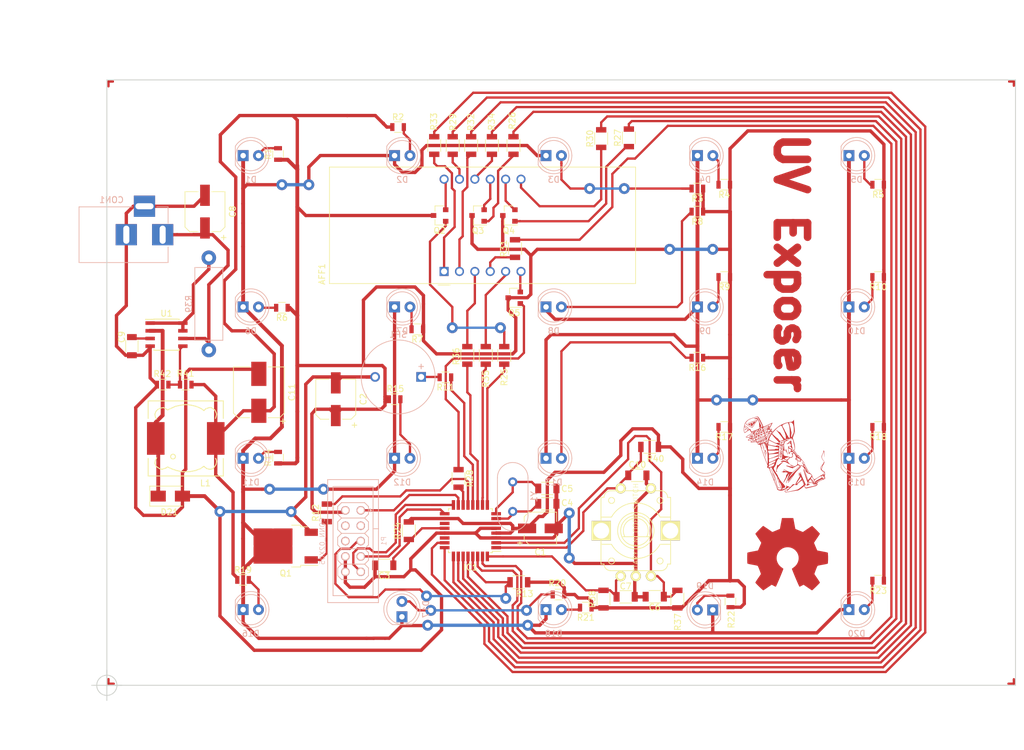
<source format=kicad_pcb>
(kicad_pcb (version 4) (host pcbnew 4.0.4-stable)
  (layers (0 F.Cu signal) (31 B.Cu signal) (34 B.Paste user) (35 F.Paste user) (36 B.SilkS user) (37 F.SilkS user) (38 B.Mask user) (39 F.Mask user) (44 Edge.Cuts user))
  (net 0 "")
  (net 1 "Net-(AFF1-Pad1)")
  (net 2 "Net-(AFF1-Pad2)")
  (net 3 "Net-(AFF1-Pad3)")
  (net 4 "Net-(AFF1-Pad4)")
  (net 5 "Net-(AFF1-Pad5)")
  (net 6 "Net-(AFF1-Pad6)")
  (net 7 "Net-(AFF1-Pad7)")
  (net 8 "Net-(AFF1-Pad8)")
  (net 9 "Net-(AFF1-Pad9)")
  (net 10 "Net-(AFF1-Pad10)")
  (net 11 "Net-(AFF1-Pad11)")
  (net 12 "Net-(AFF1-Pad12)")
  (net 13 +5V)
  (net 14 Earth)
  (net 15 "Net-(C3-Pad1)")
  (net 16 "Net-(C4-Pad1)")
  (net 17 "Net-(C5-Pad1)")
  (net 18 /Enc_Sign)
  (net 19 /Enc_Clock)
  (net 20 +9V)
  (net 21 "Net-(C9-Pad1)")
  (net 22 /Enc_Button)
  (net 23 "Net-(D1-Pad1)")
  (net 24 "Net-(D1-Pad2)")
  (net 25 "Net-(D2-Pad2)")
  (net 26 "Net-(D3-Pad2)")
  (net 27 "Net-(D4-Pad2)")
  (net 28 "Net-(D5-Pad2)")
  (net 29 "Net-(D6-Pad2)")
  (net 30 "Net-(D7-Pad2)")
  (net 31 "Net-(D8-Pad2)")
  (net 32 "Net-(D9-Pad2)")
  (net 33 "Net-(D10-Pad2)")
  (net 34 "Net-(D11-Pad2)")
  (net 35 "Net-(D12-Pad2)")
  (net 36 "Net-(D13-Pad2)")
  (net 37 "Net-(D14-Pad2)")
  (net 38 "Net-(D15-Pad2)")
  (net 39 "Net-(D16-Pad2)")
  (net 40 "Net-(D17-Pad2)")
  (net 41 "Net-(D18-Pad2)")
  (net 42 "Net-(D19-Pad2)")
  (net 43 "Net-(D20-Pad2)")
  (net 44 "Net-(D21-Pad1)")
  (net 45 "Net-(IC1-Pad9)")
  (net 46 "Net-(IC1-Pad10)")
  (net 47 "Net-(IC1-Pad11)")
  (net 48 "Net-(IC1-Pad12)")
  (net 49 "Net-(IC1-Pad13)")
  (net 50 "Net-(IC1-Pad14)")
  (net 51 /ProgMOSI)
  (net 52 /ProgMISO)
  (net 53 /ProgSCK)
  (net 54 "Net-(IC1-Pad23)")
  (net 55 "Net-(IC1-Pad24)")
  (net 56 "Net-(IC1-Pad25)")
  (net 57 "Net-(IC1-Pad26)")
  (net 58 "Net-(IC1-Pad27)")
  (net 59 "Net-(IC1-Pad28)")
  (net 60 /Prog_RST)
  (net 61 "Net-(IC1-Pad30)")
  (net 62 "Net-(IC1-Pad31)")
  (net 63 "Net-(Q1-Pad1)")
  (net 64 "Net-(Q2-Pad1)")
  (net 65 "Net-(Q3-Pad1)")
  (net 66 "Net-(Q4-Pad1)")
  (net 67 "Net-(Q5-Pad1)")
  (net 68 "Net-(R11-Pad2)")
  (net 69 "Net-(R39-Pad1)")
  (net 70 "Net-(R41-Pad2)")
  (module Mounting_Holes:MountingHole_4.3mm_M4 (layer F.Cu) (at 68.58 58.42)
    (fp_text reference REF** hide)
    (fp_text value MountingHole_4.3mm_M4)
    (pad 1 np_thru_hole circle (at 0 0) (size 4.3 4.3) (drill 4.3) (layers *.Cu *.Mask))
  )
  (module Mounting_Holes:MountingHole_4.3mm_M4 (layer F.Cu) (at 201.93 58.42)
    (fp_text reference REF** hide)
    (fp_text value MountingHole_4.3mm_M4)
    (pad 1 np_thru_hole circle (at 0 0) (size 4.3 4.3) (drill 4.3) (layers *.Cu *.Mask))
  )
  (module Mounting_Holes:MountingHole_4.3mm_M4 (layer F.Cu) (at 201.93 141.605)
    (fp_text reference REF** hide)
    (fp_text value MountingHole_4.3mm_M4)
    (pad 1 np_thru_hole circle (at 0 0) (size 4.3 4.3) (drill 4.3) (layers *.Cu *.Mask))
  )
  (module Displays_7-Segment:CA56-12CGKWA (layer F.Cu) (at 115.6716 81.6356 90)
    (fp_text reference AFF1 (at -0.44 -20.15 90) (layer F.SilkS))
    (fp_text value CA56-12)
    (pad 1 thru_hole rect (at 0 0 90) (size 1.5 1.5) (drill 1) (layers *.Cu *.Mask) (net 1 "Net-(AFF1-Pad1)"))
    (pad 2 thru_hole circle (at 0 2.54 90) (size 1.5 1.5) (drill 1) (layers *.Cu *.Mask) (net 2 "Net-(AFF1-Pad2)"))
    (pad 3 thru_hole circle (at 0 5.08 90) (size 1.5 1.5) (drill 1) (layers *.Cu *.Mask) (net 3 "Net-(AFF1-Pad3)"))
    (pad 4 thru_hole circle (at 0 7.62 90) (size 1.5 1.5) (drill 1) (layers *.Cu *.Mask) (net 4 "Net-(AFF1-Pad4)"))
    (pad 5 thru_hole circle (at 0 10.16 90) (size 1.5 1.5) (drill 1) (layers *.Cu *.Mask) (net 5 "Net-(AFF1-Pad5)"))
    (pad 6 thru_hole circle (at 0 12.7 90) (size 1.5 1.5) (drill 1) (layers *.Cu *.Mask) (net 6 "Net-(AFF1-Pad6)"))
    (pad 7 thru_hole circle (at 15.24 12.7 90) (size 1.5 1.5) (drill 1) (layers *.Cu *.Mask) (net 7 "Net-(AFF1-Pad7)"))
    (pad 8 thru_hole circle (at 15.24 10.16 90) (size 1.5 1.5) (drill 1) (layers *.Cu *.Mask) (net 8 "Net-(AFF1-Pad8)"))
    (pad 9 thru_hole circle (at 15.24 7.62 90) (size 1.5 1.5) (drill 1) (layers *.Cu *.Mask) (net 9 "Net-(AFF1-Pad9)"))
    (pad 10 thru_hole circle (at 15.24 5.08 90) (size 1.5 1.5) (drill 1) (layers *.Cu *.Mask) (net 10 "Net-(AFF1-Pad10)"))
    (pad 11 thru_hole circle (at 15.24 2.54 90) (size 1.5 1.5) (drill 1) (layers *.Cu *.Mask) (net 11 "Net-(AFF1-Pad11)"))
    (pad 12 thru_hole circle (at 15.24 0 90) (size 1.5 1.5) (drill 1) (layers *.Cu *.Mask) (net 12 "Net-(AFF1-Pad12)"))
  )
  (module Resistors_SMD:R_1206 (layer F.Cu) (at 146.177 59.563 90)
    (fp_text reference R27 (at 0 -1.85 90) (layer F.SilkS))
    (fp_text value 2,2k)
    (pad 1 smd rect (at -1.45 0 90) (size 0.9 1.7) (layers F.Cu F.Paste F.Mask) (net 66 "Net-(Q4-Pad1)"))
    (pad 2 smd rect (at 1.45 0 90) (size 0.9 1.7) (layers F.Cu F.Paste F.Mask) (net 61 "Net-(IC1-Pad30)"))
  )
  (module LEDs:LED_D5.0mm (layer B.Cu) (at 132.5 62.5)
    (fp_text reference D3 (at 1.27 3.96) (layer B.SilkS) (effects (justify mirror)))
    (fp_text value UV)
    (pad 1 thru_hole rect (at 0 0) (size 1.8 1.8) (drill 0.9) (layers *.Cu *.Mask) (net 23 "Net-(D1-Pad1)"))
    (pad 2 thru_hole circle (at 2.54 0) (size 1.8 1.8) (drill 0.9) (layers *.Cu *.Mask) (net 26 "Net-(D3-Pad2)"))
  )
  (module LEDs:LED_D5.0mm (layer B.Cu) (at 108.712 138.684 90)
    (fp_text reference D17 (at 1.27 3.96 90) (layer B.SilkS) (effects (justify mirror)))
    (fp_text value UV)
    (pad 1 thru_hole rect (at 0 0 90) (size 1.8 1.8) (drill 0.9) (layers *.Cu *.Mask) (net 23 "Net-(D1-Pad1)"))
    (pad 2 thru_hole circle (at 2.54 0 90) (size 1.8 1.8) (drill 0.9) (layers *.Cu *.Mask) (net 40 "Net-(D17-Pad2)"))
  )
  (module Capacitors_SMD:CP_Elec_5x5.3 (layer F.Cu) (at 131.572 124.079)
    (fp_text reference C1 (at 0 3.92) (layer F.SilkS))
    (fp_text value 47uF)
    (fp_text user + (at -3.38 2.34) (layer F.SilkS))
    (pad 1 smd rect (at -2.2 0 180) (size 3 1.6) (layers F.Cu F.Paste F.Mask) (net 13 +5V))
    (pad 2 smd rect (at 2.2 0 180) (size 3 1.6) (layers F.Cu F.Paste F.Mask) (net 14 Earth))
  )
  (module Capacitors_SMD:CP_Elec_6.3x5.3 (layer F.Cu) (at 97.79 102.743 90)
    (fp_text reference C2 (at 0 4.56 90) (layer F.SilkS))
    (fp_text value 220uF)
    (fp_text user + (at -4.28 3.01 90) (layer F.SilkS))
    (pad 1 smd rect (at -2.7 0 270) (size 3.5 1.6) (layers F.Cu F.Paste F.Mask) (net 13 +5V))
    (pad 2 smd rect (at 2.7 0 270) (size 3.5 1.6) (layers F.Cu F.Paste F.Mask) (net 14 Earth))
  )
  (module Capacitors_SMD:C_1206 (layer F.Cu) (at 105.791 130.175 180)
    (fp_text reference C3 (at 0 -1.75 180) (layer F.SilkS))
    (fp_text value 0,1)
    (pad 1 smd rect (at -1.5 0 180) (size 1 1.6) (layers F.Cu F.Paste F.Mask) (net 15 "Net-(C3-Pad1)"))
    (pad 2 smd rect (at 1.5 0 180) (size 1 1.6) (layers F.Cu F.Paste F.Mask) (net 14 Earth))
  )
  (module Capacitors_SMD:C_1206 (layer F.Cu) (at 132.715 120.015)
    (fp_text reference C4 (at 3.2766 -0.1524) (layer F.SilkS))
    (fp_text value 22p)
    (pad 1 smd rect (at -1.5 0) (size 1 1.6) (layers F.Cu F.Paste F.Mask) (net 16 "Net-(C4-Pad1)"))
    (pad 2 smd rect (at 1.5 0) (size 1 1.6) (layers F.Cu F.Paste F.Mask) (net 14 Earth))
  )
  (module Capacitors_SMD:C_1206 (layer F.Cu) (at 132.715 117.475)
    (fp_text reference C5 (at 3.2766 0.0508) (layer F.SilkS))
    (fp_text value 22p)
    (pad 1 smd rect (at -1.5 0) (size 1 1.6) (layers F.Cu F.Paste F.Mask) (net 17 "Net-(C5-Pad1)"))
    (pad 2 smd rect (at 1.5 0) (size 1 1.6) (layers F.Cu F.Paste F.Mask) (net 14 Earth))
  )
  (module Capacitors_SMD:C_1206 (layer F.Cu) (at 150.4442 135.3566 180)
    (fp_text reference C6 (at 0 -1.75 180) (layer F.SilkS))
    (fp_text value 0,1)
    (pad 1 smd rect (at -1.5 0 180) (size 1 1.6) (layers F.Cu F.Paste F.Mask) (net 18 /Enc_Sign))
    (pad 2 smd rect (at 1.5 0 180) (size 1 1.6) (layers F.Cu F.Paste F.Mask) (net 14 Earth))
  )
  (module Capacitors_SMD:C_1206 (layer F.Cu) (at 145.6436 135.382)
    (fp_text reference C7 (at 0 -1.75) (layer F.SilkS))
    (fp_text value 0,1)
    (pad 1 smd rect (at -1.5 0) (size 1 1.6) (layers F.Cu F.Paste F.Mask) (net 19 /Enc_Clock))
    (pad 2 smd rect (at 1.5 0) (size 1 1.6) (layers F.Cu F.Paste F.Mask) (net 14 Earth))
  )
  (module Capacitors_SMD:CP_Elec_6.3x5.3 (layer F.Cu) (at 76.2 71.755 90)
    (fp_text reference C8 (at 0 4.56 90) (layer F.SilkS))
    (fp_text value 220uF)
    (fp_text user + (at -4.28 3.01 90) (layer F.SilkS))
    (pad 1 smd rect (at -2.7 0 270) (size 3.5 1.6) (layers F.Cu F.Paste F.Mask) (net 20 +9V))
    (pad 2 smd rect (at 2.7 0 270) (size 3.5 1.6) (layers F.Cu F.Paste F.Mask) (net 14 Earth))
  )
  (module Capacitors_SMD:C_1206 (layer F.Cu) (at 64.135 93.98 270)
    (fp_text reference C9 (at -1.524 1.6764 450) (layer F.SilkS))
    (fp_text value 680)
    (pad 1 smd rect (at -1.5 0 270) (size 1 1.6) (layers F.Cu F.Paste F.Mask) (net 21 "Net-(C9-Pad1)"))
    (pad 2 smd rect (at 1.5 0 270) (size 1 1.6) (layers F.Cu F.Paste F.Mask) (net 14 Earth))
  )
  (module Capacitors_SMD:C_1206 (layer F.Cu) (at 147.574 115.316)
    (fp_text reference C10 (at 0 -1.75) (layer F.SilkS))
    (fp_text value 0,1)
    (pad 1 smd rect (at -1.5 0) (size 1 1.6) (layers F.Cu F.Paste F.Mask) (net 22 /Enc_Button))
    (pad 2 smd rect (at 1.5 0) (size 1 1.6) (layers F.Cu F.Paste F.Mask) (net 14 Earth))
  )
  (module Capacitors_SMD:CP_Elec_8x10 (layer F.Cu) (at 85.09 101.6 90)
    (fp_text reference C11 (at 0 5.45 90) (layer F.SilkS))
    (fp_text value 470uF)
    (fp_text user + (at -4.78 3.9 90) (layer F.SilkS))
    (pad 1 smd rect (at -3.05 0 270) (size 4 2.5) (layers F.Cu F.Paste F.Mask) (net 13 +5V))
    (pad 2 smd rect (at 3.05 0 270) (size 4 2.5) (layers F.Cu F.Paste F.Mask) (net 14 Earth))
  )
  (module Connectors:BARREL_JACK (layer B.Cu) (at 69.215 75.565)
    (fp_text reference CON1 (at -8.45 -5.75 180) (layer B.SilkS) (effects (justify mirror)))
    (fp_text value BARREL_JACK)
    (pad 1 thru_hole rect (at 0 0) (size 3.5 3.5) (drill oval 1 3) (layers *.Cu *.Mask) (net 20 +9V))
    (pad 2 thru_hole rect (at -6 0) (size 3.5 3.5) (drill oval 1 3) (layers *.Cu *.Mask) (net 14 Earth))
    (pad 3 thru_hole rect (at -3 -4.7) (size 3.5 3.5) (drill oval 3 1) (layers *.Cu *.Mask) (net 14 Earth))
  )
  (module LEDs:LED_D5.0mm (layer B.Cu) (at 82.5 62.5)
    (fp_text reference D1 (at 1.27 3.96) (layer B.SilkS) (effects (justify mirror)))
    (fp_text value UV)
    (pad 1 thru_hole rect (at 0 0) (size 1.8 1.8) (drill 0.9) (layers *.Cu *.Mask) (net 23 "Net-(D1-Pad1)"))
    (pad 2 thru_hole circle (at 2.54 0) (size 1.8 1.8) (drill 0.9) (layers *.Cu *.Mask) (net 24 "Net-(D1-Pad2)"))
  )
  (module LEDs:LED_D5.0mm (layer B.Cu) (at 107.5 62.5)
    (fp_text reference D2 (at 1.27 3.96) (layer B.SilkS) (effects (justify mirror)))
    (fp_text value UV)
    (pad 1 thru_hole rect (at 0 0) (size 1.8 1.8) (drill 0.9) (layers *.Cu *.Mask) (net 23 "Net-(D1-Pad1)"))
    (pad 2 thru_hole circle (at 2.54 0) (size 1.8 1.8) (drill 0.9) (layers *.Cu *.Mask) (net 25 "Net-(D2-Pad2)"))
  )
  (module LEDs:LED_D5.0mm (layer B.Cu) (at 157.5 62.5)
    (fp_text reference D4 (at 1.27 3.96) (layer B.SilkS) (effects (justify mirror)))
    (fp_text value UV)
    (pad 1 thru_hole rect (at 0 0) (size 1.8 1.8) (drill 0.9) (layers *.Cu *.Mask) (net 23 "Net-(D1-Pad1)"))
    (pad 2 thru_hole circle (at 2.54 0) (size 1.8 1.8) (drill 0.9) (layers *.Cu *.Mask) (net 27 "Net-(D4-Pad2)"))
  )
  (module LEDs:LED_D5.0mm (layer B.Cu) (at 182.5 62.5)
    (fp_text reference D5 (at 1.27 3.96) (layer B.SilkS) (effects (justify mirror)))
    (fp_text value UV)
    (pad 1 thru_hole rect (at 0 0) (size 1.8 1.8) (drill 0.9) (layers *.Cu *.Mask) (net 23 "Net-(D1-Pad1)"))
    (pad 2 thru_hole circle (at 2.54 0) (size 1.8 1.8) (drill 0.9) (layers *.Cu *.Mask) (net 28 "Net-(D5-Pad2)"))
  )
  (module LEDs:LED_D5.0mm (layer B.Cu) (at 82.5 87.5)
    (fp_text reference D6 (at 1.27 3.96) (layer B.SilkS) (effects (justify mirror)))
    (fp_text value UV)
    (pad 1 thru_hole rect (at 0 0) (size 1.8 1.8) (drill 0.9) (layers *.Cu *.Mask) (net 23 "Net-(D1-Pad1)"))
    (pad 2 thru_hole circle (at 2.54 0) (size 1.8 1.8) (drill 0.9) (layers *.Cu *.Mask) (net 29 "Net-(D6-Pad2)"))
  )
  (module LEDs:LED_D5.0mm (layer B.Cu) (at 107.5 87.5)
    (fp_text reference D7 (at 1.27 3.96) (layer B.SilkS) (effects (justify mirror)))
    (fp_text value UV)
    (pad 1 thru_hole rect (at 0 0) (size 1.8 1.8) (drill 0.9) (layers *.Cu *.Mask) (net 23 "Net-(D1-Pad1)"))
    (pad 2 thru_hole circle (at 2.54 0) (size 1.8 1.8) (drill 0.9) (layers *.Cu *.Mask) (net 30 "Net-(D7-Pad2)"))
  )
  (module LEDs:LED_D5.0mm (layer B.Cu) (at 132.5 87.5)
    (fp_text reference D8 (at 1.27 3.96) (layer B.SilkS) (effects (justify mirror)))
    (fp_text value UV)
    (pad 1 thru_hole rect (at 0 0) (size 1.8 1.8) (drill 0.9) (layers *.Cu *.Mask) (net 23 "Net-(D1-Pad1)"))
    (pad 2 thru_hole circle (at 2.54 0) (size 1.8 1.8) (drill 0.9) (layers *.Cu *.Mask) (net 31 "Net-(D8-Pad2)"))
  )
  (module LEDs:LED_D5.0mm (layer B.Cu) (at 157.5 87.5)
    (fp_text reference D9 (at 1.27 3.96) (layer B.SilkS) (effects (justify mirror)))
    (fp_text value UV)
    (pad 1 thru_hole rect (at 0 0) (size 1.8 1.8) (drill 0.9) (layers *.Cu *.Mask) (net 23 "Net-(D1-Pad1)"))
    (pad 2 thru_hole circle (at 2.54 0) (size 1.8 1.8) (drill 0.9) (layers *.Cu *.Mask) (net 32 "Net-(D9-Pad2)"))
  )
  (module LEDs:LED_D5.0mm (layer B.Cu) (at 182.5 87.5)
    (fp_text reference D10 (at 1.27 3.96) (layer B.SilkS) (effects (justify mirror)))
    (fp_text value UV)
    (pad 1 thru_hole rect (at 0 0) (size 1.8 1.8) (drill 0.9) (layers *.Cu *.Mask) (net 23 "Net-(D1-Pad1)"))
    (pad 2 thru_hole circle (at 2.54 0) (size 1.8 1.8) (drill 0.9) (layers *.Cu *.Mask) (net 33 "Net-(D10-Pad2)"))
  )
  (module LEDs:LED_D5.0mm (layer B.Cu) (at 82.5 112.5)
    (fp_text reference D11 (at 1.27 3.96) (layer B.SilkS) (effects (justify mirror)))
    (fp_text value UV)
    (pad 1 thru_hole rect (at 0 0) (size 1.8 1.8) (drill 0.9) (layers *.Cu *.Mask) (net 23 "Net-(D1-Pad1)"))
    (pad 2 thru_hole circle (at 2.54 0) (size 1.8 1.8) (drill 0.9) (layers *.Cu *.Mask) (net 34 "Net-(D11-Pad2)"))
  )
  (module LEDs:LED_D5.0mm (layer B.Cu) (at 107.5 112.5)
    (fp_text reference D12 (at 1.27 3.96) (layer B.SilkS) (effects (justify mirror)))
    (fp_text value UV)
    (pad 1 thru_hole rect (at 0 0) (size 1.8 1.8) (drill 0.9) (layers *.Cu *.Mask) (net 23 "Net-(D1-Pad1)"))
    (pad 2 thru_hole circle (at 2.54 0) (size 1.8 1.8) (drill 0.9) (layers *.Cu *.Mask) (net 35 "Net-(D12-Pad2)"))
  )
  (module LEDs:LED_D5.0mm (layer B.Cu) (at 132.5 112.5)
    (fp_text reference D13 (at 1.27 3.96) (layer B.SilkS) (effects (justify mirror)))
    (fp_text value UV)
    (pad 1 thru_hole rect (at 0 0) (size 1.8 1.8) (drill 0.9) (layers *.Cu *.Mask) (net 23 "Net-(D1-Pad1)"))
    (pad 2 thru_hole circle (at 2.54 0) (size 1.8 1.8) (drill 0.9) (layers *.Cu *.Mask) (net 36 "Net-(D13-Pad2)"))
  )
  (module LEDs:LED_D5.0mm (layer B.Cu) (at 157.5 112.5)
    (fp_text reference D14 (at 1.27 3.96) (layer B.SilkS) (effects (justify mirror)))
    (fp_text value UV)
    (pad 1 thru_hole rect (at 0 0) (size 1.8 1.8) (drill 0.9) (layers *.Cu *.Mask) (net 23 "Net-(D1-Pad1)"))
    (pad 2 thru_hole circle (at 2.54 0) (size 1.8 1.8) (drill 0.9) (layers *.Cu *.Mask) (net 37 "Net-(D14-Pad2)"))
  )
  (module LEDs:LED_D5.0mm (layer B.Cu) (at 182.5 112.5)
    (fp_text reference D15 (at 1.27 3.96) (layer B.SilkS) (effects (justify mirror)))
    (fp_text value UV)
    (pad 1 thru_hole rect (at 0 0) (size 1.8 1.8) (drill 0.9) (layers *.Cu *.Mask) (net 23 "Net-(D1-Pad1)"))
    (pad 2 thru_hole circle (at 2.54 0) (size 1.8 1.8) (drill 0.9) (layers *.Cu *.Mask) (net 38 "Net-(D15-Pad2)"))
  )
  (module LEDs:LED_D5.0mm (layer B.Cu) (at 82.5 137.5)
    (fp_text reference D16 (at 1.27 3.96) (layer B.SilkS) (effects (justify mirror)))
    (fp_text value UV)
    (pad 1 thru_hole rect (at 0 0) (size 1.8 1.8) (drill 0.9) (layers *.Cu *.Mask) (net 23 "Net-(D1-Pad1)"))
    (pad 2 thru_hole circle (at 2.54 0) (size 1.8 1.8) (drill 0.9) (layers *.Cu *.Mask) (net 39 "Net-(D16-Pad2)"))
  )
  (module LEDs:LED_D5.0mm (layer B.Cu) (at 132.5 137.5)
    (fp_text reference D18 (at 1.27 3.96) (layer B.SilkS) (effects (justify mirror)))
    (fp_text value UV)
    (pad 1 thru_hole rect (at 0 0) (size 1.8 1.8) (drill 0.9) (layers *.Cu *.Mask) (net 23 "Net-(D1-Pad1)"))
    (pad 2 thru_hole circle (at 2.54 0) (size 1.8 1.8) (drill 0.9) (layers *.Cu *.Mask) (net 41 "Net-(D18-Pad2)"))
  )
  (module LEDs:LED_D5.0mm (layer B.Cu) (at 160.02 137.541 180)
    (fp_text reference D19 (at 1.27 3.96 180) (layer B.SilkS) (effects (justify mirror)))
    (fp_text value UV)
    (pad 1 thru_hole rect (at 0 0 180) (size 1.8 1.8) (drill 0.9) (layers *.Cu *.Mask) (net 23 "Net-(D1-Pad1)"))
    (pad 2 thru_hole circle (at 2.54 0 180) (size 1.8 1.8) (drill 0.9) (layers *.Cu *.Mask) (net 42 "Net-(D19-Pad2)"))
  )
  (module LEDs:LED_D5.0mm (layer B.Cu) (at 182.5 137.5)
    (fp_text reference D20 (at 1.27 3.96) (layer B.SilkS) (effects (justify mirror)))
    (fp_text value UV)
    (pad 1 thru_hole rect (at 0 0) (size 1.8 1.8) (drill 0.9) (layers *.Cu *.Mask) (net 23 "Net-(D1-Pad1)"))
    (pad 2 thru_hole circle (at 2.54 0) (size 1.8 1.8) (drill 0.9) (layers *.Cu *.Mask) (net 43 "Net-(D20-Pad2)"))
  )
  (module Diodes_SMD:D_SMA (layer F.Cu) (at 70.485 118.745)
    (fp_text reference D21 (at -0.1524 2.6416) (layer F.SilkS))
    (fp_text value SS14)
    (pad 1 smd rect (at -2 0) (size 2.5 1.8) (layers F.Cu F.Paste F.Mask) (net 44 "Net-(D21-Pad1)"))
    (pad 2 smd rect (at 2 0) (size 2.5 1.8) (layers F.Cu F.Paste F.Mask) (net 14 Earth))
  )
  (module Housings_QFP:TQFP-32_7x7mm_Pitch0.8mm (layer F.Cu) (at 120.015 124.46 180)
    (fp_text reference IC1 (at 0 -6.05 180) (layer F.SilkS))
    (fp_text value ATMEGA8-AI)
    (pad 1 smd rect (at -4.25 -2.8 180) (size 1.6 0.55) (layers F.Cu F.Paste F.Mask) (net 22 /Enc_Button))
    (pad 2 smd rect (at -4.25 -2 180) (size 1.6 0.55) (layers F.Cu F.Paste F.Mask) (net 18 /Enc_Sign))
    (pad 3 smd rect (at -4.25 -1.2 180) (size 1.6 0.55) (layers F.Cu F.Paste F.Mask) (net 14 Earth))
    (pad 4 smd rect (at -4.25 -0.4 180) (size 1.6 0.55) (layers F.Cu F.Paste F.Mask) (net 13 +5V))
    (pad 5 smd rect (at -4.25 0.4 180) (size 1.6 0.55) (layers F.Cu F.Paste F.Mask) (net 14 Earth))
    (pad 6 smd rect (at -4.25 1.2 180) (size 1.6 0.55) (layers F.Cu F.Paste F.Mask) (net 13 +5V))
    (pad 7 smd rect (at -4.25 2 180) (size 1.6 0.55) (layers F.Cu F.Paste F.Mask) (net 16 "Net-(C4-Pad1)"))
    (pad 8 smd rect (at -4.25 2.8 180) (size 1.6 0.55) (layers F.Cu F.Paste F.Mask) (net 17 "Net-(C5-Pad1)"))
    (pad 9 smd rect (at -2.8 4.25 270) (size 1.6 0.55) (layers F.Cu F.Paste F.Mask) (net 45 "Net-(IC1-Pad9)"))
    (pad 10 smd rect (at -2 4.25 270) (size 1.6 0.55) (layers F.Cu F.Paste F.Mask) (net 46 "Net-(IC1-Pad10)"))
    (pad 11 smd rect (at -1.2 4.25 270) (size 1.6 0.55) (layers F.Cu F.Paste F.Mask) (net 47 "Net-(IC1-Pad11)"))
    (pad 12 smd rect (at -0.4 4.25 270) (size 1.6 0.55) (layers F.Cu F.Paste F.Mask) (net 48 "Net-(IC1-Pad12)"))
    (pad 13 smd rect (at 0.4 4.25 270) (size 1.6 0.55) (layers F.Cu F.Paste F.Mask) (net 49 "Net-(IC1-Pad13)"))
    (pad 14 smd rect (at 1.2 4.25 270) (size 1.6 0.55) (layers F.Cu F.Paste F.Mask) (net 50 "Net-(IC1-Pad14)"))
    (pad 15 smd rect (at 2 4.25 270) (size 1.6 0.55) (layers F.Cu F.Paste F.Mask) (net 51 /ProgMOSI))
    (pad 16 smd rect (at 2.8 4.25 270) (size 1.6 0.55) (layers F.Cu F.Paste F.Mask) (net 52 /ProgMISO))
    (pad 17 smd rect (at 4.25 2.8 180) (size 1.6 0.55) (layers F.Cu F.Paste F.Mask) (net 53 /ProgSCK))
    (pad 18 smd rect (at 4.25 2 180) (size 1.6 0.55) (layers F.Cu F.Paste F.Mask) (net 13 +5V))
    (pad 19 smd rect (at 4.25 1.2 180) (size 1.6 0.55) (layers F.Cu F.Paste F.Mask))
    (pad 20 smd rect (at 4.25 0.4 180) (size 1.6 0.55) (layers F.Cu F.Paste F.Mask) (net 15 "Net-(C3-Pad1)"))
    (pad 21 smd rect (at 4.25 -0.4 180) (size 1.6 0.55) (layers F.Cu F.Paste F.Mask) (net 14 Earth))
    (pad 22 smd rect (at 4.25 -1.2 180) (size 1.6 0.55) (layers F.Cu F.Paste F.Mask))
    (pad 23 smd rect (at 4.25 -2 180) (size 1.6 0.55) (layers F.Cu F.Paste F.Mask) (net 54 "Net-(IC1-Pad23)"))
    (pad 24 smd rect (at 4.25 -2.8 180) (size 1.6 0.55) (layers F.Cu F.Paste F.Mask) (net 55 "Net-(IC1-Pad24)"))
    (pad 25 smd rect (at 2.8 -4.25 270) (size 1.6 0.55) (layers F.Cu F.Paste F.Mask) (net 56 "Net-(IC1-Pad25)"))
    (pad 26 smd rect (at 2 -4.25 270) (size 1.6 0.55) (layers F.Cu F.Paste F.Mask) (net 57 "Net-(IC1-Pad26)"))
    (pad 27 smd rect (at 1.2 -4.25 270) (size 1.6 0.55) (layers F.Cu F.Paste F.Mask) (net 58 "Net-(IC1-Pad27)"))
    (pad 28 smd rect (at 0.4 -4.25 270) (size 1.6 0.55) (layers F.Cu F.Paste F.Mask) (net 59 "Net-(IC1-Pad28)"))
    (pad 29 smd rect (at -0.4 -4.25 270) (size 1.6 0.55) (layers F.Cu F.Paste F.Mask) (net 60 /Prog_RST))
    (pad 30 smd rect (at -1.2 -4.25 270) (size 1.6 0.55) (layers F.Cu F.Paste F.Mask) (net 61 "Net-(IC1-Pad30)"))
    (pad 31 smd rect (at -2 -4.25 270) (size 1.6 0.55) (layers F.Cu F.Paste F.Mask) (net 62 "Net-(IC1-Pad31)"))
    (pad 32 smd rect (at -2.8 -4.25 270) (size 1.6 0.55) (layers F.Cu F.Paste F.Mask) (net 19 /Enc_Clock))
  )
  (module Choke_SMD:Choke_SMD_12x12mm_h8mm (layer F.Cu) (at 73.025 109.22)
    (fp_text reference L1 (at 3.2512 7.3914) (layer F.SilkS))
    (fp_text value 39uH)
    (pad 1 smd rect (at -4.95046 0) (size 2.90068 5.40004) (layers F.Cu F.Paste F.Mask) (net 44 "Net-(D21-Pad1)"))
    (pad 2 smd rect (at 4.95046 0) (size 2.90068 5.40004) (layers F.Cu F.Paste F.Mask) (net 13 +5V))
  )
  (module ab2_idc:AB2_HDR_M05-2V-S (layer B.Cu) (at 100.6475 126.1745 270)
    (fp_text reference P1 (at 0 -5.08 270) (layer B.SilkS) (effects (font (size 0.8128 0.8128) (thickness 0.0762)) (justify mirror)))
    (fp_text value CONN_02X05 (at 0 5.08 270) (layer B.SilkS) (effects (font (size 0.8128 0.8128) (thickness 0.0762)) (justify mirror)))
    (pad 1 thru_hole circle (at -5.08 -1.27 270) (size 1.397 1.397) (drill 1.016) (layers *.Cu *.Mask B.SilkS) (net 51 /ProgMOSI))
    (pad 2 thru_hole circle (at -5.08 1.27 270) (size 1.397 1.397) (drill 1.016) (layers *.Cu *.Mask B.SilkS) (net 13 +5V))
    (pad 3 thru_hole circle (at -2.54 -1.27 270) (size 1.397 1.397) (drill 1.016) (layers *.Cu *.Mask B.SilkS))
    (pad 4 thru_hole circle (at -2.54 1.27 270) (size 1.397 1.397) (drill 1.016) (layers *.Cu *.Mask B.SilkS))
    (pad 5 thru_hole circle (at 0 -1.27 270) (size 1.397 1.397) (drill 1.016) (layers *.Cu *.Mask B.SilkS) (net 60 /Prog_RST))
    (pad 6 thru_hole circle (at 0 1.27 270) (size 1.397 1.397) (drill 1.016) (layers *.Cu *.Mask B.SilkS))
    (pad 7 thru_hole circle (at 2.54 -1.27 270) (size 1.397 1.397) (drill 1.016) (layers *.Cu *.Mask B.SilkS) (net 53 /ProgSCK))
    (pad 8 thru_hole circle (at 2.54 1.27 270) (size 1.397 1.397) (drill 1.016) (layers *.Cu *.Mask B.SilkS) (net 14 Earth))
    (pad 9 thru_hole circle (at 5.08 -1.27 270) (size 1.397 1.397) (drill 1.016) (layers *.Cu *.Mask B.SilkS) (net 52 /ProgMISO))
    (pad 10 thru_hole circle (at 5.08 1.27 270) (size 1.397 1.397) (drill 1.016) (layers *.Cu *.Mask B.SilkS) (net 14 Earth))
  )
  (module TO_SOT_Packages_SMD:SOT-23 (layer F.Cu) (at 114.935 72.39 180)
    (fp_text reference Q2 (at 0 -2.5 180) (layer F.SilkS))
    (fp_text value MMBT3904)
    (pad 1 smd rect (at -1 -0.95 180) (size 0.9 0.8) (layers F.Cu F.Paste F.Mask) (net 64 "Net-(Q2-Pad1)"))
    (pad 2 smd rect (at -1 0.95 180) (size 0.9 0.8) (layers F.Cu F.Paste F.Mask) (net 12 "Net-(AFF1-Pad12)"))
    (pad 3 smd rect (at 1 0 180) (size 0.9 0.8) (layers F.Cu F.Paste F.Mask) (net 13 +5V))
  )
  (module TO_SOT_Packages_SMD:SOT-23 (layer F.Cu) (at 121.285 72.39 180)
    (fp_text reference Q3 (at 0 -2.5 180) (layer F.SilkS))
    (fp_text value MMBT3904)
    (pad 1 smd rect (at -1 -0.95 180) (size 0.9 0.8) (layers F.Cu F.Paste F.Mask) (net 65 "Net-(Q3-Pad1)"))
    (pad 2 smd rect (at -1 0.95 180) (size 0.9 0.8) (layers F.Cu F.Paste F.Mask) (net 9 "Net-(AFF1-Pad9)"))
    (pad 3 smd rect (at 1 0 180) (size 0.9 0.8) (layers F.Cu F.Paste F.Mask) (net 13 +5V))
  )
  (module TO_SOT_Packages_SMD:SOT-23 (layer F.Cu) (at 126.365 72.39 180)
    (fp_text reference Q4 (at 0 -2.5 180) (layer F.SilkS))
    (fp_text value MMBT3904)
    (pad 1 smd rect (at -1 -0.95 180) (size 0.9 0.8) (layers F.Cu F.Paste F.Mask) (net 66 "Net-(Q4-Pad1)"))
    (pad 2 smd rect (at -1 0.95 180) (size 0.9 0.8) (layers F.Cu F.Paste F.Mask) (net 8 "Net-(AFF1-Pad8)"))
    (pad 3 smd rect (at 1 0 180) (size 0.9 0.8) (layers F.Cu F.Paste F.Mask) (net 13 +5V))
  )
  (module TO_SOT_Packages_SMD:SOT-23 (layer F.Cu) (at 127.254 85.979 180)
    (fp_text reference Q5 (at 0 -2.5 180) (layer F.SilkS))
    (fp_text value MMBT3904)
    (pad 1 smd rect (at -1 -0.95 180) (size 0.9 0.8) (layers F.Cu F.Paste F.Mask) (net 67 "Net-(Q5-Pad1)"))
    (pad 2 smd rect (at -1 0.95 180) (size 0.9 0.8) (layers F.Cu F.Paste F.Mask) (net 6 "Net-(AFF1-Pad6)"))
    (pad 3 smd rect (at 1 0 180) (size 0.9 0.8) (layers F.Cu F.Paste F.Mask) (net 13 +5V))
  )
  (module Resistors_SMD:R_0805 (layer F.Cu) (at 88.265 62.23 90)
    (fp_text reference R1 (at 0 -1.65 90) (layer F.SilkS))
    (fp_text value 330)
    (pad 1 smd rect (at -0.95 0 90) (size 0.7 1.3) (layers F.Cu F.Paste F.Mask) (net 13 +5V))
    (pad 2 smd rect (at 0.95 0 90) (size 0.7 1.3) (layers F.Cu F.Paste F.Mask) (net 24 "Net-(D1-Pad2)"))
  )
  (module Resistors_SMD:R_0805 (layer F.Cu) (at 108.077 57.785)
    (fp_text reference R2 (at 0 -1.65) (layer F.SilkS))
    (fp_text value 330)
    (pad 1 smd rect (at -0.95 0) (size 0.7 1.3) (layers F.Cu F.Paste F.Mask) (net 13 +5V))
    (pad 2 smd rect (at 0.95 0) (size 0.7 1.3) (layers F.Cu F.Paste F.Mask) (net 25 "Net-(D2-Pad2)"))
  )
  (module Resistors_SMD:R_0805 (layer F.Cu) (at 157.48 67.945 180)
    (fp_text reference R3 (at 0 -1.65 180) (layer F.SilkS))
    (fp_text value 330)
    (pad 1 smd rect (at -0.95 0 180) (size 0.7 1.3) (layers F.Cu F.Paste F.Mask) (net 13 +5V))
    (pad 2 smd rect (at 0.95 0 180) (size 0.7 1.3) (layers F.Cu F.Paste F.Mask) (net 26 "Net-(D3-Pad2)"))
  )
  (module Resistors_SMD:R_0805 (layer F.Cu) (at 161.925 67.31 180)
    (fp_text reference R4 (at 0 -1.65 180) (layer F.SilkS))
    (fp_text value 330)
    (pad 1 smd rect (at -0.95 0 180) (size 0.7 1.3) (layers F.Cu F.Paste F.Mask) (net 13 +5V))
    (pad 2 smd rect (at 0.95 0 180) (size 0.7 1.3) (layers F.Cu F.Paste F.Mask) (net 27 "Net-(D4-Pad2)"))
  )
  (module Resistors_SMD:R_0805 (layer F.Cu) (at 187.325 67.31 180)
    (fp_text reference R5 (at 0 -1.65 180) (layer F.SilkS))
    (fp_text value 330)
    (pad 1 smd rect (at -0.95 0 180) (size 0.7 1.3) (layers F.Cu F.Paste F.Mask) (net 13 +5V))
    (pad 2 smd rect (at 0.95 0 180) (size 0.7 1.3) (layers F.Cu F.Paste F.Mask) (net 28 "Net-(D5-Pad2)"))
  )
  (module Resistors_SMD:R_0805 (layer F.Cu) (at 88.9 87.63 180)
    (fp_text reference R6 (at 0 -1.65 180) (layer F.SilkS))
    (fp_text value 330)
    (pad 1 smd rect (at -0.95 0 180) (size 0.7 1.3) (layers F.Cu F.Paste F.Mask) (net 13 +5V))
    (pad 2 smd rect (at 0.95 0 180) (size 0.7 1.3) (layers F.Cu F.Paste F.Mask) (net 29 "Net-(D6-Pad2)"))
  )
  (module Resistors_SMD:R_0805 (layer F.Cu) (at 111.252 91.186 180)
    (fp_text reference R7 (at 0 -1.65 180) (layer F.SilkS))
    (fp_text value 330)
    (pad 1 smd rect (at -0.95 0 180) (size 0.7 1.3) (layers F.Cu F.Paste F.Mask) (net 13 +5V))
    (pad 2 smd rect (at 0.95 0 180) (size 0.7 1.3) (layers F.Cu F.Paste F.Mask) (net 30 "Net-(D7-Pad2)"))
  )
  (module Resistors_SMD:R_0805 (layer F.Cu) (at 157.48 71.755 180)
    (fp_text reference R8 (at 0 -1.65 180) (layer F.SilkS))
    (fp_text value 330)
    (pad 1 smd rect (at -0.95 0 180) (size 0.7 1.3) (layers F.Cu F.Paste F.Mask) (net 13 +5V))
    (pad 2 smd rect (at 0.95 0 180) (size 0.7 1.3) (layers F.Cu F.Paste F.Mask) (net 31 "Net-(D8-Pad2)"))
  )
  (module Resistors_SMD:R_0805 (layer F.Cu) (at 161.925 82.55 180)
    (fp_text reference R9 (at 0 -1.65 180) (layer F.SilkS))
    (fp_text value 330)
    (pad 1 smd rect (at -0.95 0 180) (size 0.7 1.3) (layers F.Cu F.Paste F.Mask) (net 13 +5V))
    (pad 2 smd rect (at 0.95 0 180) (size 0.7 1.3) (layers F.Cu F.Paste F.Mask) (net 32 "Net-(D9-Pad2)"))
  )
  (module Resistors_SMD:R_0805 (layer F.Cu) (at 187.325 82.55 180)
    (fp_text reference R10 (at 0 -1.65 180) (layer F.SilkS))
    (fp_text value 330)
    (pad 1 smd rect (at -0.95 0 180) (size 0.7 1.3) (layers F.Cu F.Paste F.Mask) (net 13 +5V))
    (pad 2 smd rect (at 0.95 0 180) (size 0.7 1.3) (layers F.Cu F.Paste F.Mask) (net 33 "Net-(D10-Pad2)"))
  )
  (module Resistors_SMD:R_1206 (layer F.Cu) (at 96.3168 121.5136 90)
    (fp_text reference R12 (at 0 -1.85 90) (layer F.SilkS))
    (fp_text value 1,2k)
    (pad 1 smd rect (at -1.45 0 90) (size 0.9 1.7) (layers F.Cu F.Paste F.Mask) (net 63 "Net-(Q1-Pad1)"))
    (pad 2 smd rect (at 1.45 0 90) (size 0.9 1.7) (layers F.Cu F.Paste F.Mask) (net 49 "Net-(IC1-Pad13)"))
  )
  (module Resistors_SMD:R_1206 (layer F.Cu) (at 128.016 132.969 180)
    (fp_text reference R13 (at -0.9398 -1.905 180) (layer F.SilkS))
    (fp_text value 4,7k)
    (pad 1 smd rect (at -1.45 0 180) (size 0.9 1.7) (layers F.Cu F.Paste F.Mask) (net 13 +5V))
    (pad 2 smd rect (at 1.45 0 180) (size 0.9 1.7) (layers F.Cu F.Paste F.Mask) (net 60 /Prog_RST))
  )
  (module Resistors_SMD:R_0805 (layer F.Cu) (at 88.265 112.395 90)
    (fp_text reference R14 (at 0 -1.65 90) (layer F.SilkS))
    (fp_text value 330)
    (pad 1 smd rect (at -0.95 0 90) (size 0.7 1.3) (layers F.Cu F.Paste F.Mask) (net 13 +5V))
    (pad 2 smd rect (at 0.95 0 90) (size 0.7 1.3) (layers F.Cu F.Paste F.Mask) (net 34 "Net-(D11-Pad2)"))
  )
  (module Resistors_SMD:R_0805 (layer F.Cu) (at 107.508 102.743)
    (fp_text reference R15 (at 0.1118 -1.7272) (layer F.SilkS))
    (fp_text value 330)
    (pad 1 smd rect (at -0.95 0) (size 0.7 1.3) (layers F.Cu F.Paste F.Mask) (net 13 +5V))
    (pad 2 smd rect (at 0.95 0) (size 0.7 1.3) (layers F.Cu F.Paste F.Mask) (net 35 "Net-(D12-Pad2)"))
  )
  (module Resistors_SMD:R_0805 (layer F.Cu) (at 157.48 95.885 180)
    (fp_text reference R16 (at 0 -1.65 180) (layer F.SilkS))
    (fp_text value 330)
    (pad 1 smd rect (at -0.95 0 180) (size 0.7 1.3) (layers F.Cu F.Paste F.Mask) (net 13 +5V))
    (pad 2 smd rect (at 0.95 0 180) (size 0.7 1.3) (layers F.Cu F.Paste F.Mask) (net 36 "Net-(D13-Pad2)"))
  )
  (module Resistors_SMD:R_0805 (layer F.Cu) (at 161.925 107.315 180)
    (fp_text reference R17 (at 0 -1.65 180) (layer F.SilkS))
    (fp_text value 330)
    (pad 1 smd rect (at -0.95 0 180) (size 0.7 1.3) (layers F.Cu F.Paste F.Mask) (net 13 +5V))
    (pad 2 smd rect (at 0.95 0 180) (size 0.7 1.3) (layers F.Cu F.Paste F.Mask) (net 37 "Net-(D14-Pad2)"))
  )
  (module Resistors_SMD:R_0805 (layer F.Cu) (at 187.325 107.315 180)
    (fp_text reference R18 (at 0 -1.65 180) (layer F.SilkS))
    (fp_text value 330)
    (pad 1 smd rect (at -0.95 0 180) (size 0.7 1.3) (layers F.Cu F.Paste F.Mask) (net 13 +5V))
    (pad 2 smd rect (at 0.95 0 180) (size 0.7 1.3) (layers F.Cu F.Paste F.Mask) (net 38 "Net-(D15-Pad2)"))
  )
  (module Resistors_SMD:R_0805 (layer F.Cu) (at 82.4865 132.588)
    (fp_text reference R19 (at 0 -1.65) (layer F.SilkS))
    (fp_text value 330)
    (pad 1 smd rect (at -0.95 0) (size 0.7 1.3) (layers F.Cu F.Paste F.Mask) (net 13 +5V))
    (pad 2 smd rect (at 0.95 0) (size 0.7 1.3) (layers F.Cu F.Paste F.Mask) (net 39 "Net-(D16-Pad2)"))
  )
  (module Resistors_SMD:R_0805 (layer F.Cu) (at 134.5565 135.001 180)
    (fp_text reference R20 (at 0.1905 1.905 180) (layer F.SilkS))
    (fp_text value 330)
    (pad 1 smd rect (at -0.95 0 180) (size 0.7 1.3) (layers F.Cu F.Paste F.Mask) (net 13 +5V))
    (pad 2 smd rect (at 0.95 0 180) (size 0.7 1.3) (layers F.Cu F.Paste F.Mask) (net 40 "Net-(D17-Pad2)"))
  )
  (module Resistors_SMD:R_0805 (layer F.Cu) (at 139.065 137.16 180)
    (fp_text reference R21 (at 0 -1.65 180) (layer F.SilkS))
    (fp_text value 330)
    (pad 1 smd rect (at -0.95 0 180) (size 0.7 1.3) (layers F.Cu F.Paste F.Mask) (net 13 +5V))
    (pad 2 smd rect (at 0.95 0 180) (size 0.7 1.3) (layers F.Cu F.Paste F.Mask) (net 41 "Net-(D18-Pad2)"))
  )
  (module Resistors_SMD:R_0805 (layer F.Cu) (at 162.941 136.144 90)
    (fp_text reference R22 (at -2.9972 0.1524 90) (layer F.SilkS))
    (fp_text value 330)
    (pad 1 smd rect (at -0.95 0 90) (size 0.7 1.3) (layers F.Cu F.Paste F.Mask) (net 13 +5V))
    (pad 2 smd rect (at 0.95 0 90) (size 0.7 1.3) (layers F.Cu F.Paste F.Mask) (net 42 "Net-(D19-Pad2)"))
  )
  (module Resistors_SMD:R_0805 (layer F.Cu) (at 187.325 132.715 180)
    (fp_text reference R23 (at 0 -1.65 180) (layer F.SilkS))
    (fp_text value 330)
    (pad 1 smd rect (at -0.95 0 180) (size 0.7 1.3) (layers F.Cu F.Paste F.Mask) (net 13 +5V))
    (pad 2 smd rect (at 0.95 0 180) (size 0.7 1.3) (layers F.Cu F.Paste F.Mask) (net 43 "Net-(D20-Pad2)"))
  )
  (module Resistors_SMD:R_1206 (layer F.Cu) (at 109.855 124.46 90)
    (fp_text reference R24 (at 0 -1.85 90) (layer F.SilkS))
    (fp_text value 4,7k)
    (pad 1 smd rect (at -1.45 0 90) (size 0.9 1.7) (layers F.Cu F.Paste F.Mask) (net 15 "Net-(C3-Pad1)"))
    (pad 2 smd rect (at 1.45 0 90) (size 0.9 1.7) (layers F.Cu F.Paste F.Mask) (net 13 +5V))
  )
  (module Resistors_SMD:R_1206 (layer F.Cu) (at 125.603 95.504 270)
    (fp_text reference R25 (at 3.6068 0 270) (layer F.SilkS))
    (fp_text value 2,2k)
    (pad 1 smd rect (at -1.45 0 270) (size 0.9 1.7) (layers F.Cu F.Paste F.Mask) (net 64 "Net-(Q2-Pad1)"))
    (pad 2 smd rect (at 1.45 0 270) (size 0.9 1.7) (layers F.Cu F.Paste F.Mask) (net 45 "Net-(IC1-Pad9)"))
  )
  (module Resistors_SMD:R_1206 (layer F.Cu) (at 127.127 60.833 90)
    (fp_text reference R26 (at 4.0894 -0.2032 90) (layer F.SilkS))
    (fp_text value 2,2k)
    (pad 1 smd rect (at -1.45 0 90) (size 0.9 1.7) (layers F.Cu F.Paste F.Mask) (net 65 "Net-(Q3-Pad1)"))
    (pad 2 smd rect (at 1.45 0 90) (size 0.9 1.7) (layers F.Cu F.Paste F.Mask) (net 58 "Net-(IC1-Pad27)"))
  )
  (module Resistors_SMD:R_1206 (layer F.Cu) (at 118.0592 115.824 270)
    (fp_text reference R28 (at 0 -1.85 270) (layer F.SilkS))
    (fp_text value 2,2k)
    (pad 1 smd rect (at -1.45 0 270) (size 0.9 1.7) (layers F.Cu F.Paste F.Mask) (net 67 "Net-(Q5-Pad1)"))
    (pad 2 smd rect (at 1.45 0 270) (size 0.9 1.7) (layers F.Cu F.Paste F.Mask) (net 50 "Net-(IC1-Pad14)"))
  )
  (module Resistors_SMD:R_1206 (layer F.Cu) (at 117.094 60.833 90)
    (fp_text reference R29 (at 3.8608 0.0508 90) (layer F.SilkS))
    (fp_text value 2,2k)
    (pad 1 smd rect (at -1.45 0 90) (size 0.9 1.7) (layers F.Cu F.Paste F.Mask) (net 11 "Net-(AFF1-Pad11)"))
    (pad 2 smd rect (at 1.45 0 90) (size 0.9 1.7) (layers F.Cu F.Paste F.Mask) (net 55 "Net-(IC1-Pad24)"))
  )
  (module Resistors_SMD:R_1206 (layer F.Cu) (at 141.605 59.69 90)
    (fp_text reference R30 (at 0 -1.85 90) (layer F.SilkS))
    (fp_text value 2,2k)
    (pad 1 smd rect (at -1.45 0 90) (size 0.9 1.7) (layers F.Cu F.Paste F.Mask) (net 7 "Net-(AFF1-Pad7)"))
    (pad 2 smd rect (at 1.45 0 90) (size 0.9 1.7) (layers F.Cu F.Paste F.Mask) (net 59 "Net-(IC1-Pad28)"))
  )
  (module Resistors_SMD:R_1206 (layer F.Cu) (at 127.381 77.851 90)
    (fp_text reference R31 (at 0 -1.85 90) (layer F.SilkS))
    (fp_text value 2,2k)
    (pad 1 smd rect (at -1.45 0 90) (size 0.9 1.7) (layers F.Cu F.Paste F.Mask) (net 4 "Net-(AFF1-Pad4)"))
    (pad 2 smd rect (at 1.45 0 90) (size 0.9 1.7) (layers F.Cu F.Paste F.Mask) (net 62 "Net-(IC1-Pad31)"))
  )
  (module Resistors_SMD:R_1206 (layer F.Cu) (at 120.142 60.833 90)
    (fp_text reference R32 (at 3.8608 -0.0254 90) (layer F.SilkS))
    (fp_text value 2,2k)
    (pad 1 smd rect (at -1.45 0 90) (size 0.9 1.7) (layers F.Cu F.Paste F.Mask) (net 2 "Net-(AFF1-Pad2)"))
    (pad 2 smd rect (at 1.45 0 90) (size 0.9 1.7) (layers F.Cu F.Paste F.Mask) (net 56 "Net-(IC1-Pad25)"))
  )
  (module Resistors_SMD:R_1206 (layer F.Cu) (at 114.046 60.833 90)
    (fp_text reference R33 (at 3.9624 -0.0508 90) (layer F.SilkS))
    (fp_text value 2,2k)
    (pad 1 smd rect (at -1.45 0 90) (size 0.9 1.7) (layers F.Cu F.Paste F.Mask) (net 1 "Net-(AFF1-Pad1)"))
    (pad 2 smd rect (at 1.45 0 90) (size 0.9 1.7) (layers F.Cu F.Paste F.Mask) (net 54 "Net-(IC1-Pad23)"))
  )
  (module Resistors_SMD:R_1206 (layer F.Cu) (at 123.571 60.833 90)
    (fp_text reference R34 (at 3.937 -0.0508 90) (layer F.SilkS))
    (fp_text value 2,2k)
    (pad 1 smd rect (at -1.45 0 90) (size 0.9 1.7) (layers F.Cu F.Paste F.Mask) (net 10 "Net-(AFF1-Pad10)"))
    (pad 2 smd rect (at 1.45 0 90) (size 0.9 1.7) (layers F.Cu F.Paste F.Mask) (net 57 "Net-(IC1-Pad26)"))
  )
  (module Resistors_SMD:R_1206 (layer F.Cu) (at 122.555 95.504 270)
    (fp_text reference R35 (at 3.8608 0 270) (layer F.SilkS))
    (fp_text value 2,2k)
    (pad 1 smd rect (at -1.45 0 270) (size 0.9 1.7) (layers F.Cu F.Paste F.Mask) (net 5 "Net-(AFF1-Pad5)"))
    (pad 2 smd rect (at 1.45 0 270) (size 0.9 1.7) (layers F.Cu F.Paste F.Mask) (net 46 "Net-(IC1-Pad10)"))
  )
  (module Resistors_SMD:R_1206 (layer F.Cu) (at 119.507 95.504 270)
    (fp_text reference R36 (at 0.1524 1.8288 270) (layer F.SilkS))
    (fp_text value 2,2k)
    (pad 1 smd rect (at -1.45 0 270) (size 0.9 1.7) (layers F.Cu F.Paste F.Mask) (net 3 "Net-(AFF1-Pad3)"))
    (pad 2 smd rect (at 1.45 0 270) (size 0.9 1.7) (layers F.Cu F.Paste F.Mask) (net 47 "Net-(IC1-Pad11)"))
  )
  (module Resistors_SMD:R_1206 (layer F.Cu) (at 154.178 135.763 90)
    (fp_text reference R37 (at -3.7846 0.0762 90) (layer F.SilkS))
    (fp_text value 4,7k)
    (pad 1 smd rect (at -1.45 0 90) (size 0.9 1.7) (layers F.Cu F.Paste F.Mask) (net 13 +5V))
    (pad 2 smd rect (at 1.45 0 90) (size 0.9 1.7) (layers F.Cu F.Paste F.Mask) (net 18 /Enc_Sign))
  )
  (module Resistors_SMD:R_1206 (layer F.Cu) (at 141.986 135.763 90)
    (fp_text reference R38 (at 0 -1.85 90) (layer F.SilkS))
    (fp_text value 4,7k)
    (pad 1 smd rect (at -1.45 0 90) (size 0.9 1.7) (layers F.Cu F.Paste F.Mask) (net 13 +5V))
    (pad 2 smd rect (at 1.45 0 90) (size 0.9 1.7) (layers F.Cu F.Paste F.Mask) (net 19 /Enc_Clock))
  )
  (module Resistors_ThroughHole:R_Axial_DIN0414_L11.9mm_D4.5mm_P15.24mm_Horizontal (layer B.Cu) (at 76.835 79.375 270)
    (fp_text reference R39 (at 7.62 3.31 270) (layer B.SilkS) (effects (justify mirror)))
    (fp_text value 0,22)
    (pad 1 thru_hole circle (at 0 0 270) (size 2.4 2.4) (drill 1.2) (layers *.Cu *.Mask) (net 69 "Net-(R39-Pad1)"))
    (pad 2 thru_hole oval (at 15.24 0 270) (size 2.4 2.4) (drill 1.2) (layers *.Cu *.Mask) (net 20 +9V))
  )
  (module Resistors_SMD:R_1206 (layer F.Cu) (at 149.606 110.617 180)
    (fp_text reference R40 (at -0.9652 -1.9558 180) (layer F.SilkS))
    (fp_text value 4,7k)
    (pad 1 smd rect (at -1.45 0 180) (size 0.9 1.7) (layers F.Cu F.Paste F.Mask) (net 13 +5V))
    (pad 2 smd rect (at 1.45 0 180) (size 0.9 1.7) (layers F.Cu F.Paste F.Mask) (net 22 /Enc_Button))
  )
  (module Resistors_SMD:R_0805 (layer F.Cu) (at 73.025 100.33 180)
    (fp_text reference R41 (at 0.0254 1.8288 180) (layer F.SilkS))
    (fp_text value 3,6k)
    (pad 1 smd rect (at -0.95 0 180) (size 0.7 1.3) (layers F.Cu F.Paste F.Mask) (net 13 +5V))
    (pad 2 smd rect (at 0.95 0 180) (size 0.7 1.3) (layers F.Cu F.Paste F.Mask) (net 70 "Net-(R41-Pad2)"))
  )
  (module Resistors_SMD:R_0805 (layer F.Cu) (at 69.215 100.33 180)
    (fp_text reference R42 (at 0.0508 1.778 180) (layer F.SilkS))
    (fp_text value 1,2k)
    (pad 1 smd rect (at -0.95 0 180) (size 0.7 1.3) (layers F.Cu F.Paste F.Mask) (net 70 "Net-(R41-Pad2)"))
    (pad 2 smd rect (at 0.95 0 180) (size 0.7 1.3) (layers F.Cu F.Paste F.Mask) (net 14 Earth))
  )
  (module Buzzers_Beepers:MagneticBuzzer_ProSignal_ABI-009-RC (layer B.Cu) (at 111.887 99.06 180)
    (fp_text reference SP1 (at 3.8 7 180) (layer B.SilkS) (effects (justify mirror)))
    (fp_text value BUZZER)
    (fp_text user + (at 0 1.8 180) (layer B.SilkS) (effects (justify mirror)))
    (pad 1 thru_hole rect (at 0 0 180) (size 1.6 1.6) (drill 1) (layers *.Cu *.Mask) (net 68 "Net-(R11-Pad2)"))
    (pad 2 thru_hole circle (at 7.6 0 180) (size 1.6 1.6) (drill 1) (layers *.Cu *.Mask) (net 14 Earth))
  )
  (module ab2_input_devices:AB2_ROTARY_ENCODER_W_SWITCH (layer F.Cu) (at 147.32 124.46)
    (fp_text reference SW1 hide)
    (fp_text value ROTARY_ENCODER_SWITCH (at 0 0 90) (layer F.SilkS) (effects (font (size 0.8128 0.8128) (thickness 0.0762))))
    (pad 1 thru_hole circle (at -2.5 7.5) (size 1.7 1.7) (drill 1.016) (layers *.Cu *.Mask F.SilkS) (net 19 /Enc_Clock))
    (pad 2 thru_hole circle (at 0 7.5) (size 1.7 1.7) (drill 1.016) (layers *.Cu *.Mask F.SilkS) (net 14 Earth))
    (pad 3 thru_hole circle (at 2.5 7.5) (size 1.7 1.7) (drill 1.016) (layers *.Cu *.Mask F.SilkS) (net 18 /Enc_Sign))
    (pad 4 thru_hole circle (at 2.5 -7) (size 1.7 1.7) (drill 1.016) (layers *.Cu *.Mask F.SilkS) (net 14 Earth))
    (pad 5 thru_hole circle (at -2.5 -7) (size 1.7 1.7) (drill 1.016) (layers *.Cu *.Mask F.SilkS) (net 22 /Enc_Button))
    (pad 7 thru_hole rect (at -5.7 0) (size 3.2 3.2) (drill 2.6) (layers *.Cu *.Mask F.SilkS))
    (pad 7 thru_hole rect (at 5.7 0) (size 3.2 3.2) (drill 2.6) (layers *.Cu *.Mask F.SilkS))
  )
  (module Housings_SOIC:SOIC-8_3.9x4.9mm_Pitch1.27mm (layer F.Cu) (at 69.85 92.075)
    (fp_text reference U1 (at 0 -3.5) (layer F.SilkS))
    (fp_text value MC34063)
    (pad 1 smd rect (at -2.7 -1.905) (size 1.55 0.6) (layers F.Cu F.Paste F.Mask) (net 69 "Net-(R39-Pad1)"))
    (pad 2 smd rect (at -2.7 -0.635) (size 1.55 0.6) (layers F.Cu F.Paste F.Mask) (net 44 "Net-(D21-Pad1)"))
    (pad 3 smd rect (at -2.7 0.635) (size 1.55 0.6) (layers F.Cu F.Paste F.Mask) (net 21 "Net-(C9-Pad1)"))
    (pad 4 smd rect (at -2.7 1.905) (size 1.55 0.6) (layers F.Cu F.Paste F.Mask) (net 14 Earth))
    (pad 5 smd rect (at 2.7 1.905) (size 1.55 0.6) (layers F.Cu F.Paste F.Mask) (net 70 "Net-(R41-Pad2)"))
    (pad 6 smd rect (at 2.7 0.635) (size 1.55 0.6) (layers F.Cu F.Paste F.Mask) (net 20 +9V))
    (pad 7 smd rect (at 2.7 -0.635) (size 1.55 0.6) (layers F.Cu F.Paste F.Mask) (net 69 "Net-(R39-Pad1)"))
    (pad 8 smd rect (at 2.7 -1.905) (size 1.55 0.6) (layers F.Cu F.Paste F.Mask) (net 69 "Net-(R39-Pad1)"))
  )
  (module Crystals:Crystal_HC49-U_Vertical (layer B.Cu) (at 127 121.285 90)
    (fp_text reference Y1 (at 2.44 3.525 90) (layer B.SilkS) (effects (justify mirror)))
    (fp_text value 16Mhz)
    (pad 1 thru_hole circle (at 0 0 90) (size 1.5 1.5) (drill 0.8) (layers *.Cu *.Mask) (net 16 "Net-(C4-Pad1)"))
    (pad 2 thru_hole circle (at 4.88 0 90) (size 1.5 1.5) (drill 0.8) (layers *.Cu *.Mask) (net 17 "Net-(C5-Pad1)"))
  )
  (module TO_SOT_Packages_SMD:TO-252-2 (layer F.Cu) (at 89.535 127 180)
    (fp_text reference Q1 (at 0 -4.5 180) (layer F.SilkS))
    (fp_text value 2SD1803)
    (pad 1 smd rect (at -4.2 -2.28 180) (size 2.2 1.2) (layers F.Cu F.Paste F.Mask) (net 63 "Net-(Q1-Pad1)"))
    (pad 3 smd rect (at -4.2 2.28 180) (size 2.2 1.2) (layers F.Cu F.Paste F.Mask) (net 14 Earth))
    (pad 2 smd rect (at 2.1 0 180) (size 6.4 5.8) (layers F.Cu F.Mask) (net 23 "Net-(D1-Pad1)"))
    (pad 2 smd rect (at 3.775 1.525 180) (size 3.05 2.75) (layers F.Cu F.Paste) (net 23 "Net-(D1-Pad1)"))
    (pad 2 smd rect (at 0.425 -1.525 180) (size 3.05 2.75) (layers F.Cu F.Paste) (net 23 "Net-(D1-Pad1)"))
    (pad 2 smd rect (at 3.775 -1.525 180) (size 3.05 2.75) (layers F.Cu F.Paste) (net 23 "Net-(D1-Pad1)"))
    (pad 2 smd rect (at 0.425 1.525 180) (size 3.05 2.75) (layers F.Cu F.Paste) (net 23 "Net-(D1-Pad1)"))
  )
  (module Mounting_Holes:MountingHole_4.3mm_M4 (layer F.Cu) (at 68.58 141.605)
    (fp_text reference REF** hide)
    (fp_text value MountingHole_4.3mm_M4)
    (pad 1 np_thru_hole circle (at 0 0) (size 4.3 4.3) (drill 4.3) (layers *.Cu *.Mask))
  )
  (module Resistors_SMD:R_0805 (layer F.Cu) (at 115.8875 99.1235 180)
    (fp_text reference R11 (at 0 -1.65 180) (layer F.SilkS))
    (fp_text value 330)
    (pad 1 smd rect (at -0.95 0 180) (size 0.7 1.3) (layers F.Cu F.Paste F.Mask) (net 48 "Net-(IC1-Pad12)"))
    (pad 2 smd rect (at 0.95 0 180) (size 0.7 1.3) (layers F.Cu F.Paste F.Mask) (net 68 "Net-(R11-Pad2)"))
  )
  (module Symbols:OSHW-Symbol_13.4x12mm_Copper (layer F.Cu) (at 172.3644 128.3716)
    (fp_text reference REF*** hide)
    (fp_text value OSHW-Symbol_13.4x12mm_Copper hide)
    (fp_poly (pts (xy 1.119803 -5.09936) (xy 1.288676 -4.203573) (xy 1.911796 -3.946702) (xy 2.534916 -3.689832) (xy 3.282453 -4.198151) (xy 3.491802 -4.339684) (xy 3.681043 -4.466055) (xy 3.841343 -4.571493) (xy 3.963874 -4.65023) (xy 4.039802 -4.696495) (xy 4.06048 -4.706471) (xy 4.097731 -4.680814) (xy 4.177332 -4.609885) (xy 4.290361 -4.502743) (xy 4.427895 -4.36845) (xy 4.581012 -4.216066) (xy 4.740789 -4.054653) (xy 4.898305 -3.89327) (xy 5.044637 -3.740978) (xy 5.170863 -3.606838) (xy 5.26806 -3.499911) (xy 5.327307 -3.429258) (xy 5.341471 -3.405612) (xy 5.321087 -3.362021) (xy 5.263941 -3.266519) (xy 5.176041 -3.12845) (xy 5.063396 -2.957155) (xy 4.932013 -2.761975) (xy 4.855882 -2.650648) (xy 4.717118 -2.447367) (xy 4.593811 -2.263927) (xy 4.491945 -2.109458) (xy 4.417501 -1.993091) (xy 4.376461 -1.923958) (xy 4.370294 -1.90943) (xy 4.384274 -1.86814) (xy 4.422382 -1.771908) (xy 4.478867 -1.634266) (xy 4.54798 -1.468742) (xy 4.62397 -1.288868) (xy 4.701089 -1.108172) (xy 4.773585 -0.940186) (xy 4.835709 -0.79844) (xy 4.881712 -0.696463) (xy 4.905843 -0.647786) (xy 4.907267 -0.64587) (xy 4.945158 -0.636575) (xy 5.046069 -0.61584) (xy 5.19954 -0.585702) (xy 5.395112 -0.548199) (xy 5.622325 -0.505371) (xy 5.754891 -0.480674) (xy 5.997679 -0.434447) (xy 6.216974 -0.39046) (xy 6.401681 -0.351119) (xy 6.540705 -0.318831) (xy 6.622952 -0.296003) (xy 6.639485 -0.28876) (xy 6.655678 -0.239739) (xy 6.668744 -0.129023) (xy 6.678691 0.030438) (xy 6.685528 0.2257) (xy 6.689264 0.443814) (xy 6.689907 0.671835) (xy 6.687468 0.896815) (xy 6.681953 1.105809) (xy 6.673374 1.285868) (xy 6.661737 1.424047) (xy 6.647052 1.507398) (xy 6.638245 1.52475) (xy 6.585599 1.545548) (xy 6.474043 1.575282) (xy 6.318335 1.610459) (xy 6.133229 1.647586) (xy 6.068613 1.659597) (xy 5.757071 1.716662) (xy 5.510976 1.762618) (xy 5.322195 1.799293) (xy 5.182598 1.828513) (xy 5.084052 1.852104) (xy 5.018426 1.871892) (xy 4.977589 1.889706) (xy 4.953409 1.90737) (xy 4.950026 1.910861) (xy 4.916255 1.9671) (xy 4.864737 2.076547) (xy 4.800617 2.2258) (xy 4.729039 2.401459) (xy 4.655146 2.590121) (xy 4.584083 2.778385) (xy 4.520993 2.952848) (xy 4.471021 3.100108) (xy 4.439312 3.206764) (xy 4.431008 3.259413) (xy 4.4317 3.261257) (xy 4.459836 3.304292) (xy 4.523665 3.398978) (xy 4.61648 3.53546) (xy 4.731573 3.703882) (xy 4.862237 3.89439) (xy 4.899448 3.948529) (xy 5.032129 4.144804) (xy 5.148883 4.323886) (xy 5.243349 4.475492) (xy 5.309168 4.589338) (xy 5.339978 4.655141) (xy 5.341471 4.663225) (xy 5.315584 4.705715) (xy 5.244054 4.789891) (xy 5.136076 4.906705) (xy 5.000846 5.04711) (xy 4.847558 5.202061) (xy 4.685409 5.362509) (xy 4.523593 5.519409) (xy 4.371306 5.663713) (xy 4.237743 5.786376) (xy 4.1321 5.87835) (xy 4.063572 5.930589) (xy 4.044614 5.939118) (xy 4.000487 5.919029) (xy 3.910142 5.864849) (xy 3.788295 5.785704) (xy 3.694546 5.722001) (xy 3.524678 5.60511) (xy 3.323512 5.467476) (xy 3.121733 5.330063) (xy 3.01325 5.256519) (xy 2.646058 5.008155) (xy 2.337826 5.174813) (xy 2.197404 5.247822) (xy 2.077996 5.304571) (xy 1.997202 5.336937) (xy 1.976636 5.341441) (xy 1.951906 5.308189) (xy 1.903118 5.214224) (xy 1.833913 5.068213) (xy 1.747935 4.878824) (xy 1.648824 4.654724) (xy 1.540224 4.404581) (xy 1.425775 4.137063) (xy 1.30912 3.860836) (xy 1.193901 3.584568) (xy 1.08376 3.316927) (xy 0.982339 3.06658) (xy 0.89328 2.842195) (xy 0.820225 2.652439) (xy 0.766816 2.50598) (xy 0.736695 2.411485) (xy 0.731851 2.379031) (xy 0.770245 2.337636) (xy 0.854308 2.270438) (xy 0.966467 2.1914) (xy 0.975881 2.185147) (xy 1.265768 1.953103) (xy 1.499512 1.682386) (xy 1.675087 1.381653) (xy 1.790469 1.059561) (xy 1.84363 0.724765) (xy 1.832547 0.385922) (xy 1.755192 0.051688) (xy 1.60954 -0.269281) (xy 1.566688 -0.339505) (xy 1.343802 -0.623073) (xy 1.080491 -0.850782) (xy 0.785865 -1.021449) (xy 0.469041 -1.133888) (xy 0.13913 -1.186917) (xy -0.194754 -1.179349) (xy -0.523497 -1.110002) (xy -0.837986 -0.977691) (xy -1.129107 -0.781232) (xy -1.21916 -0.701494) (xy -1.448347 -0.451892) (xy -1.615354 -0.189132) (xy -1.729915 0.105399) (xy -1.793719 0.397075) (xy -1.80947 0.725012) (xy -1.756949 1.054577) (xy -1.64149 1.37463) (xy -1.468429 1.674032) (xy -1.243101 1.941643) (xy -0.97084 2.166325) (xy -0.935058 2.190008) (xy -0.821698 2.267568) (xy -0.735522 2.334768) (xy -0.694323 2.377675) (xy -0.693724 2.379031) (xy -0.702569 2.425446) (xy -0.737631 2.530786) (xy -0.795267 2.686388) (xy -0.871834 2.883584) (xy -0.963686 3.11371) (xy -1.067183 3.368101) (xy -1.178679 3.63809) (xy -1.294532 3.915012) (xy -1.411097 4.190201) (xy -1.524733 4.454993) (xy -1.631794 4.700721) (xy -1.728638 4.918721) (xy -1.811621 5.100326) (xy -1.877099 5.236871) (xy -1.921431 5.31969) (xy -1.939283 5.341441) (xy -1.993834 5.324504) (xy -2.095905 5.279077) (xy -2.227895 5.21328) (xy -2.300474 5.174813) (xy -2.608705 5.008155) (xy -2.975897 5.256519) (xy -3.16334 5.383754) (xy -3.368557 5.523773) (xy -3.560867 5.655612) (xy -3.657193 5.722001) (xy -3.792673 5.812976) (xy -3.907393 5.885071) (xy -3.986388 5.929154) (xy -4.012046 5.938473) (xy -4.049391 5.913334) (xy -4.132042 5.843154) (xy -4.251985 5.73522) (xy -4.401209 5.596818) (xy -4.571699 5.435235) (xy -4.679526 5.331488) (xy -4.868172 5.146135) (xy -5.031205 4.980351) (xy -5.162032 4.841227) (xy -5.254065 4.735856) (xy -5.300713 4.671329) (xy -5.305188 4.658234) (xy -5.28442 4.608425) (xy -5.227031 4.507713) (xy -5.139387 4.366295) (xy -5.027854 4.194367) (xy -4.898797 4.002124) (xy -4.862096 3.948529) (xy -4.728368 3.753733) (xy -4.608393 3.578353) (xy -4.508879 3.432243) (xy -4.436533 3.325258) (xy -4.398064 3.267255) (xy -4.394347 3.261257) (xy -4.399905 3.215032) (xy -4.429407 3.113398) (xy -4.477709 2.969758) (xy -4.539667 2.797514) (xy -4.610137 2.610066) (xy -4.683975 2.420818) (xy -4.756037 2.243171) (xy -4.821178 2.090527) (xy -4.874255 1.976288) (xy -4.910123 1.913856) (xy -4.912673 1.910861) (xy -4.934606 1.893019) (xy -4.971652 1.875374) (xy -5.031941 1.856101) (xy -5.123604 1.833374) (xy -5.254774 1.805364) (xy -5.433582 1.770247) (xy -5.668158 1.726195) (xy -5.966635 1.671382) (xy -6.03126 1.659597) (xy -6.222794 1.622591) (xy -6.389769 1.586389) (xy -6.517432 1.554485) (xy -6.591024 1.530372) (xy -6.600892 1.52475) (xy -6.617153 1.47491) (xy -6.63037 1.363532) (xy -6.640536 1.203563) (xy -6.64764 1.00795) (xy -6.651674 0.78964) (xy -6.65263 0.561579) (xy -6.650498 0.336714) (xy -6.645269 0.127991) (xy -6.636935 -0.051642) (xy -6.625487 -0.189238) (xy -6.610916 -0.271852) (xy -6.602132 -0.28876) (xy -6.55323 -0.305816) (xy -6.441873 -0.333564) (xy -6.279156 -0.369597) (xy -6.076174 -0.411507) (xy -5.844021 -0.456889) (xy -5.717538 -0.480674) (xy -5.477555 -0.525535) (xy -5.263549 -0.566175) (xy -5.085978 -0.600554) (xy -4.955302 -0.626635) (xy -4.881982 -0.642379) (xy -4.869915 -0.64587) (xy -4.849519 -0.685221) (xy -4.806406 -0.780007) (xy -4.746321 -0.916685) (xy -4.675013 -1.081714) (xy -4.598227 -1.261553) (xy -4.52171 -1.44266) (xy -4.45121 -1.611493) (xy -4.392473 -1.754512) (xy -4.351246 -1.858174) (xy -4.333276 -1.908939) (xy -4.332941 -1.911158) (xy -4.353313 -1.951204) (xy -4.410427 -2.043361) (xy -4.498279 -2.178467) (xy -4.610867 -2.347365) (xy -4.742189 -2.540895) (xy -4.818529 -2.652059) (xy -4.957636 -2.855884) (xy -5.081188 -3.040937) (xy -5.183158 -3.197854) (xy -5.257517 -3.317276) (xy -5.298237 -3.38984) (xy -5.304118 -3.406107) (xy -5.278837 -3.44397) (xy -5.208948 -3.524814) (xy -5.103377 -3.639581) (xy -4.971052 -3.779215) (xy -4.820901 -3.934658) (xy -4.661852 -4.096854) (xy -4.502833 -4.256746) (xy -4.352771 -4.405276) (xy -4.220594 -4.533387) (xy -4.11523 -4.632023) (xy -4.045607 -4.692127) (xy -4.022315 -4.706471) (xy -3.98439 -4.686301) (xy -3.893683 -4.629637) (xy -3.759011 -4.542247) (xy -3.589195 -4.4299) (xy -3.393054 -4.298362) (xy -3.2451 -4.198151) (xy -2.497564 -3.689832) (xy -1.874444 -3.946702) (xy -1.251324 -4.203573) (xy -0.913576 -5.995147) (xy 0.950929 -5.995147) (xy 1.119803 -5.09936)) (layer F.Cu) (width 0.01))
  )
  (module KiCad_mods:shaman_logo13x13 (layer F.Cu) (at 171.8564 111.8616)
    (fp_text reference Shaman hide)
    (fp_text value Shaman_LOGO hide)
    (fp_poly (pts (xy -4.398514 -6.23564) (xy -4.343702 -6.202946) (xy -4.284018 -6.142261) (xy -4.215898 -6.048517) (xy -4.135777 -5.916645) (xy -4.040093 -5.741578) (xy -3.925281 -5.518246) (xy -3.886865 -5.441659) (xy -3.794213 -5.254548) (xy -3.708872 -5.079191) (xy -3.635116 -4.924612) (xy -3.577219 -4.799833) (xy -3.539455 -4.713877) (xy -3.528168 -4.684475) (xy -3.498566 -4.608812) (xy -3.470673 -4.561185) (xy -3.465298 -4.556406) (xy -3.446937 -4.556609) (xy -3.40635 -4.569179) (xy -3.33935 -4.596032) (xy -3.241753 -4.639083) (xy -3.109371 -4.700248) (xy -2.938017 -4.781442) (xy -2.723507 -4.884582) (xy -2.461653 -5.011583) (xy -2.322059 -5.079563) (xy -2.196 -5.139065) (xy -2.090131 -5.18537) (xy -2.015444 -5.213925) (xy -1.982933 -5.220176) (xy -1.982811 -5.220065) (xy -1.989156 -5.188564) (xy -2.019368 -5.116423) (xy -2.068251 -5.015223) (xy -2.115213 -4.925026) (xy -2.226817 -4.716522) (xy -2.313235 -4.554413) (xy -2.377635 -4.432484) (xy -2.423185 -4.344519) (xy -2.453051 -4.284304) (xy -2.470402 -4.245622) (xy -2.478405 -4.222258) (xy -2.480235 -4.208801) (xy -2.456488 -4.19185) (xy -2.382417 -4.188389) (xy -2.271059 -4.196419) (xy -2.168318 -4.203399) (xy -2.093727 -4.202473) (xy -2.062223 -4.193897) (xy -2.06201 -4.192809) (xy -2.077412 -4.156076) (xy -2.116777 -4.088024) (xy -2.150031 -4.036103) (xy -2.196529 -3.95758) (xy -2.221497 -3.898289) (xy -2.222279 -3.878304) (xy -2.185344 -3.866085) (xy -2.116135 -3.870066) (xy -2.107798 -3.871531) (xy -2.024255 -3.875971) (xy -1.991428 -3.849028) (xy -2.009686 -3.791525) (xy -2.048206 -3.73924) (xy -2.147999 -3.617991) (xy -2.260617 -3.476799) (xy -2.379559 -3.324296) (xy -2.498322 -3.169116) (xy -2.610405 -3.019891) (xy -2.709304 -2.885255) (xy -2.788517 -2.77384) (xy -2.841543 -2.694279) (xy -2.859797 -2.661703) (xy -2.88313 -2.594625) (xy -2.889598 -2.527612) (xy -2.878776 -2.441283) (xy -2.852399 -2.324957) (xy -2.851845 -2.242974) (xy -2.896726 -2.154185) (xy -2.899776 -2.149861) (xy -2.967083 -2.055338) (xy -2.901586 -1.920526) (xy -2.861763 -1.846706) (xy -2.83121 -1.804675) (xy -2.821099 -1.800705) (xy -2.811193 -1.834274) (xy -2.794762 -1.915422) (xy -2.773953 -2.032596) (xy -2.750911 -2.174243) (xy -2.746875 -2.200259) (xy -2.715707 -2.384971) (xy -2.697041 -2.467844) (xy -2.555849 -2.467844) (xy -2.54805 -2.447075) (xy -2.510326 -2.422182) (xy -2.429842 -2.376122) (xy -2.317267 -2.314505) (xy -2.18327 -2.242942) (xy -2.038521 -2.167044) (xy -1.893689 -2.092422) (xy -1.759443 -2.024685) (xy -1.646454 -1.969446) (xy -1.588309 -1.942379) (xy -1.482072 -1.900139) (xy -1.390272 -1.873443) (xy -1.331834 -1.867723) (xy -1.329765 -1.868175) (xy -1.261778 -1.882323) (xy -1.168857 -1.898145) (xy -1.14694 -1.901456) (xy -1.054216 -1.90619) (xy -1.005107 -1.8887) (xy -1.003235 -1.88611) (xy -0.958752 -1.853847) (xy -0.911915 -1.871106) (xy -0.886447 -1.917692) (xy -0.886612 -1.923245) (xy -0.823886 -1.923245) (xy -0.820222 -1.853302) (xy -0.771031 -1.787456) (xy -0.674484 -1.712284) (xy -0.64214 -1.690058) (xy -0.55206 -1.637118) (xy -0.474945 -1.618457) (xy -0.390523 -1.63396) (xy -0.278522 -1.683518) (xy -0.269627 -1.688005) (xy -0.159476 -1.752369) (xy -0.099159 -1.813802) (xy -0.080626 -1.884232) (xy -0.09017 -1.953817) (xy -0.132161 -2.097305) (xy -0.183198 -2.190879) (xy -0.254293 -2.244358) (xy -0.356458 -2.267561) (xy -0.445981 -2.271059) (xy -0.532951 -2.268143) (xy -0.59032 -2.251573) (xy -0.639251 -2.209611) (xy -0.700908 -2.130523) (xy -0.701946 -2.129117) (xy -0.783851 -2.010709) (xy -0.823886 -1.923245) (xy -0.886612 -1.923245) (xy -0.887414 -1.950145) (xy -0.908574 -1.994816) (xy -0.954951 -2.058174) (xy -1.031572 -2.146686) (xy -1.143464 -2.266823) (xy -1.219138 -2.345896) (xy -1.439873 -2.57919) (xy -1.63134 -2.789817) (xy -1.789636 -2.973271) (xy -1.910859 -3.125048) (xy -1.982661 -3.227087) (xy -2.034465 -3.294643) (xy -2.082097 -3.334891) (xy -2.092816 -3.33878) (xy -2.127916 -3.315906) (xy -2.184522 -3.241722) (xy -2.260196 -3.119675) (xy -2.310248 -3.031246) (xy -2.419588 -2.825375) (xy -2.497495 -2.661557) (xy -2.543179 -2.541733) (xy -2.555849 -2.467844) (xy -2.697041 -2.467844) (xy -2.681771 -2.535636) (xy -2.638769 -2.66806) (xy -2.580403 -2.798046) (xy -2.500374 -2.9414) (xy -2.392382 -3.113928) (xy -2.367353 -3.152588) (xy -2.157515 -3.44875) (xy -2.03193 -3.44875) (xy -2.010221 -3.412226) (xy -1.950826 -3.345834) (xy -1.862463 -3.257366) (xy -1.753854 -3.154612) (xy -1.633717 -3.045366) (xy -1.510773 -2.937418) (xy -1.393741 -2.838561) (xy -1.29134 -2.756585) (xy -1.212291 -2.699284) (xy -1.165451 -2.674479) (xy -1.074518 -2.62632) (xy -1.027208 -2.559923) (xy -0.98047 -2.487288) (xy -0.908027 -2.395999) (xy -0.843532 -2.324821) (xy -0.707374 -2.184347) (xy -0.620335 -2.257585) (xy -0.599479 -2.271734) (xy -0.179183 -2.271734) (xy -0.163541 -2.228263) (xy -0.126527 -2.168574) (xy -0.082388 -2.111868) (xy -0.045369 -2.077346) (xy -0.033098 -2.074836) (xy -0.011146 -2.111086) (xy 0.010701 -2.172196) (xy 0.062459 -2.172196) (xy 0.08271 -2.151529) (xy 0.119159 -2.16703) (xy 0.185141 -2.20628) (xy 0.221382 -2.230167) (xy 0.289539 -2.2824) (xy 0.304803 -2.318081) (xy 0.265108 -2.347132) (xy 0.191757 -2.372461) (xy 0.13815 -2.372646) (xy 0.099548 -2.325251) (xy 0.094639 -2.314905) (xy 0.065911 -2.231695) (xy 0.062459 -2.172196) (xy 0.010701 -2.172196) (xy 0.015261 -2.18495) (xy 0.027552 -2.229362) (xy 0.044928 -2.313654) (xy 0.049675 -2.371355) (xy 0.046348 -2.384083) (xy 0.013881 -2.380841) (xy -0.0469 -2.356625) (xy -0.113841 -2.322472) (xy -0.16479 -2.289417) (xy -0.179183 -2.271734) (xy -0.599479 -2.271734) (xy -0.555184 -2.301784) (xy -0.480446 -2.324026) (xy -0.372819 -2.330753) (xy -0.355358 -2.330823) (xy -0.244133 -2.335786) (xy -0.181831 -2.352214) (xy -0.16036 -2.375278) (xy -0.166909 -2.431245) (xy -0.18497 -2.470525) (xy 0.134471 -2.470525) (xy 0.224118 -2.431904) (xy 0.30044 -2.401435) (xy 0.342021 -2.400573) (xy 0.369038 -2.435357) (xy 0.388867 -2.481193) (xy 0.410157 -2.547506) (xy 0.411322 -2.586588) (xy 0.41033 -2.587866) (xy 0.376903 -2.584775) (xy 0.309616 -2.559002) (xy 0.264366 -2.537229) (xy 0.134471 -2.470525) (xy -0.18497 -2.470525) (xy -0.211445 -2.528102) (xy -0.29165 -2.66261) (xy -0.405207 -2.831531) (xy -0.549799 -3.031625) (xy -0.723107 -3.259654) (xy -0.922815 -3.512379) (xy -1.146604 -3.78656) (xy -1.309849 -3.981823) (xy -1.34169 -4.026674) (xy -1.335225 -4.037264) (xy -1.297894 -4.01779) (xy -1.237136 -3.972451) (xy -1.160391 -3.905445) (xy -1.139421 -3.885649) (xy -1.02498 -3.789787) (xy -0.917001 -3.724248) (xy -0.869173 -3.706107) (xy -0.813144 -3.686908) (xy -0.76256 -3.657074) (xy -0.71097 -3.609051) (xy -0.651923 -3.535289) (xy -0.578967 -3.428235) (xy -0.485654 -3.280336) (xy -0.43467 -3.197411) (xy -0.303663 -2.996219) (xy -0.178184 -2.828077) (xy -0.062253 -2.696975) (xy 0.04011 -2.606902) (xy 0.124882 -2.561847) (xy 0.188043 -2.565798) (xy 0.196233 -2.57154) (xy 0.228109 -2.631709) (xy 0.229938 -2.644588) (xy 0.896471 -2.644588) (xy 0.912606 -2.604821) (xy 0.926353 -2.599764) (xy 0.952864 -2.623968) (xy 0.956235 -2.644588) (xy 0.9401 -2.684354) (xy 0.926353 -2.689411) (xy 1.165412 -2.689411) (xy 1.19044 -2.665133) (xy 1.225176 -2.659529) (xy 1.273734 -2.672043) (xy 1.284941 -2.689411) (xy 1.259913 -2.71369) (xy 1.225176 -2.719294) (xy 1.176619 -2.70678) (xy 1.165412 -2.689411) (xy 0.926353 -2.689411) (xy 0.899842 -2.665208) (xy 0.896471 -2.644588) (xy 0.229938 -2.644588) (xy 0.24299 -2.736449) (xy 0.241643 -2.873265) (xy 0.224833 -3.029664) (xy 0.193329 -3.193152) (xy 0.148493 -3.349498) (xy 0.093766 -3.499527) (xy 0.026299 -3.669891) (xy -0.05009 -3.852379) (xy -0.131577 -4.038784) (xy -0.214344 -4.220898) (xy -0.294568 -4.390513) (xy -0.36843 -4.53942) (xy -0.432109 -4.659412) (xy -0.481784 -4.74228) (xy -0.48699 -4.748416) (xy -0.344956 -4.748416) (xy -0.310898 -4.626569) (xy -0.230337 -4.469793) (xy -0.162169 -4.362823) (xy -0.087503 -4.240318) (xy -0.018958 -4.107863) (xy 0.027457 -3.997203) (xy 0.076858 -3.879894) (xy 0.139333 -3.766504) (xy 0.176653 -3.713169) (xy 0.236362 -3.624189) (xy 0.300076 -3.50676) (xy 0.345482 -3.406437) (xy 0.393122 -3.298752) (xy 0.441237 -3.206676) (xy 0.477537 -3.152588) (xy 0.520134 -3.09332) (xy 0.574038 -3.002637) (xy 0.613211 -2.92847) (xy 0.670022 -2.821491) (xy 0.715877 -2.758572) (xy 0.76243 -2.728451) (xy 0.821339 -2.719866) (xy 0.829235 -2.719751) (xy 0.896471 -2.719294) (xy 0.895923 -3.399117) (xy 0.892006 -3.747004) (xy 0.880268 -4.043843) (xy 0.85982 -4.297949) (xy 0.829772 -4.517634) (xy 0.789235 -4.711213) (xy 0.737318 -4.886999) (xy 0.736463 -4.889499) (xy 0.682521 -5.040197) (xy 0.639949 -5.141252) (xy 0.604464 -5.200695) (xy 0.57178 -5.22656) (xy 0.555172 -5.229412) (xy 0.492826 -5.218265) (xy 0.391009 -5.188491) (xy 0.264926 -5.145593) (xy 0.129784 -5.095071) (xy 0.000789 -5.042426) (xy -0.106853 -4.993161) (xy -0.128647 -4.982017) (xy -0.223451 -4.926122) (xy -0.297748 -4.871483) (xy -0.332187 -4.834437) (xy -0.344956 -4.748416) (xy -0.48699 -4.748416) (xy -0.513635 -4.779817) (xy -0.517918 -4.781176) (xy -0.583934 -4.764222) (xy -0.684513 -4.718257) (xy -0.806786 -4.650631) (xy -0.937884 -4.568691) (xy -1.064936 -4.479786) (xy -1.119859 -4.437473) (xy -1.196793 -4.370318) (xy -1.29612 -4.275268) (xy -1.410632 -4.160136) (xy -1.533121 -4.032737) (xy -1.656378 -3.900884) (xy -1.773197 -3.772391) (xy -1.876368 -3.655072) (xy -1.958684 -3.556741) (xy -2.012936 -3.485211) (xy -2.03193 -3.44875) (xy -2.157515 -3.44875) (xy -2.108485 -3.51795) (xy -1.822502 -3.861876) (xy -1.516973 -4.177257) (xy -1.199468 -4.45698) (xy -0.877558 -4.693936) (xy -0.558811 -4.881013) (xy -0.493059 -4.913261) (xy -0.231199 -5.032982) (xy -0.001319 -5.127267) (xy 0.213284 -5.200904) (xy 0.429313 -5.258678) (xy 0.460852 -5.264968) (xy 0.765506 -5.264968) (xy 0.765845 -5.225264) (xy 0.781017 -5.138704) (xy 0.808459 -5.015611) (xy 0.845606 -4.866305) (xy 0.889895 -4.701107) (xy 0.938762 -4.530339) (xy 0.987856 -4.369937) (xy 1.026533 -4.238014) (xy 1.056534 -4.116366) (xy 1.073514 -4.023558) (xy 1.075765 -3.99426) (xy 1.085731 -3.905316) (xy 1.110872 -3.796327) (xy 1.124616 -3.751981) (xy 1.148883 -3.668099) (xy 1.158716 -3.588628) (xy 1.15494 -3.492218) (xy 1.139519 -3.365658) (xy 1.116188 -3.174438) (xy 1.107446 -3.034701) (xy 1.113314 -2.939967) (xy 1.133813 -2.883755) (xy 1.141098 -2.87509) (xy 1.18753 -2.859672) (xy 1.234897 -2.893962) (xy 1.275565 -2.968521) (xy 1.30189 -3.073853) (xy 1.33068 -3.183319) (xy 1.381187 -3.302003) (xy 1.408834 -3.351061) (xy 1.471197 -3.478235) (xy 1.516732 -3.623565) (xy 1.524867 -3.664825) (xy 1.540961 -3.803616) (xy 1.550066 -3.969472) (xy 1.552438 -4.147007) (xy 1.548331 -4.320834) (xy 1.538002 -4.475565) (xy 1.521705 -4.595815) (xy 1.508574 -4.646706) (xy 1.474928 -4.759619) (xy 1.449255 -4.877203) (xy 1.447287 -4.889502) (xy 1.412883 -4.998411) (xy 1.337418 -5.110354) (xy 1.301802 -5.150972) (xy 1.231577 -5.224862) (xy 1.177472 -5.266201) (xy 1.117315 -5.284442) (xy 1.028937 -5.28904) (xy 0.977692 -5.289176) (xy 0.875073 -5.285773) (xy 0.798524 -5.276872) (xy 0.765506 -5.264968) (xy 0.460852 -5.264968) (xy 0.663471 -5.305377) (xy 0.932463 -5.345786) (xy 1.082765 -5.364828) (xy 1.265358 -5.413852) (xy 1.41464 -5.511431) (xy 1.513844 -5.632823) (xy 1.568823 -5.72247) (xy 1.588071 -5.194325) (xy 1.595331 -5.021492) (xy 1.603561 -4.868869) (xy 1.61206 -4.746713) (xy 1.620131 -4.665279) (xy 1.626159 -4.635695) (xy 1.637628 -4.591682) (xy 1.651459 -4.499538) (xy 1.666636 -4.370798) (xy 1.682143 -4.217001) (xy 1.696968 -4.049684) (xy 1.710095 -3.880383) (xy 1.720508 -3.720636) (xy 1.727194 -3.58198) (xy 1.729137 -3.475952) (xy 1.72901 -3.466353) (xy 1.725021 -3.242235) (xy 1.691746 -3.541059) (xy 1.673412 -3.685813) (xy 1.656816 -3.771314) (xy 1.641261 -3.798019) (xy 1.626051 -3.76639) (xy 1.61049 -3.676886) (xy 1.601269 -3.600823) (xy 1.584154 -3.498288) (xy 1.553091 -3.358794) (xy 1.512794 -3.202162) (xy 1.476181 -3.074885) (xy 1.370934 -2.728242) (xy 1.523097 -2.226294) (xy 1.618983 -1.882126) (xy 1.683852 -1.582275) (xy 1.718561 -1.320505) (xy 1.723969 -1.090576) (xy 1.704659 -0.906655) (xy 1.675656 -0.764653) (xy 1.641217 -0.675874) (xy 1.591224 -0.635273) (xy 1.515564 -0.637804) (xy 1.404121 -0.678421) (xy 1.322294 -0.715931) (xy 1.223937 -0.760801) (xy 1.167493 -0.78041) (xy 1.141759 -0.776891) (xy 1.135532 -0.752379) (xy 1.135529 -0.751501) (xy 1.163461 -0.669489) (xy 1.242638 -0.604527) (xy 1.366131 -0.559968) (xy 1.527013 -0.539161) (xy 1.576825 -0.538049) (xy 1.631184 -0.536529) (xy 1.674146 -0.52682) (xy 1.714982 -0.500947) (xy 1.762961 -0.450937) (xy 1.827352 -0.368817) (xy 1.917427 -0.246611) (xy 1.920472 -0.242448) (xy 2.00848 -0.121894) (xy 2.087064 -0.013798) (xy 2.1475 0.069808) (xy 2.180538 0.11614) (xy 2.233359 0.167759) (xy 2.281348 0.175876) (xy 2.306907 0.146455) (xy 2.326795 0.156987) (xy 2.37299 0.206111) (xy 2.437508 0.28347) (xy 2.512364 0.378709) (xy 2.589571 0.481474) (xy 2.661146 0.581408) (xy 2.719101 0.668155) (xy 2.750859 0.72218) (xy 2.789005 0.778129) (xy 2.855199 0.859735) (xy 2.935612 0.950013) (xy 2.941432 0.956236) (xy 3.041495 1.072059) (xy 3.138663 1.200723) (xy 3.226231 1.33132) (xy 3.297493 1.452944) (xy 3.345745 1.55469) (xy 3.364279 1.625651) (xy 3.362522 1.641143) (xy 3.366584 1.698355) (xy 3.404995 1.793459) (xy 3.479403 1.93042) (xy 3.490077 1.948584) (xy 3.563673 2.074446) (xy 3.654621 2.232036) (xy 3.751162 2.400888) (xy 3.838393 2.554941) (xy 3.917079 2.691962) (xy 3.990322 2.814468) (xy 4.050874 2.910679) (xy 4.091488 2.968815) (xy 4.096931 2.97522) (xy 4.138916 3.032561) (xy 4.153647 3.072338) (xy 4.178436 3.10172) (xy 4.209606 3.107765) (xy 4.261559 3.130309) (xy 4.334331 3.189212) (xy 4.415174 3.271386) (xy 4.491346 3.363739) (xy 4.5501 3.453182) (xy 4.555158 3.462678) (xy 4.584151 3.545827) (xy 4.58863 3.620076) (xy 4.588041 3.622978) (xy 4.593143 3.678501) (xy 4.630791 3.761013) (xy 4.704601 3.877951) (xy 4.729695 3.914246) (xy 4.803685 4.014134) (xy 4.869703 4.093033) (xy 4.917612 4.13925) (xy 4.930935 4.146347) (xy 4.967566 4.133078) (xy 5.044622 4.092088) (xy 5.153008 4.029121) (xy 5.283633 3.949921) (xy 5.427404 3.86023) (xy 5.575227 3.765791) (xy 5.718009 3.67235) (xy 5.846657 3.585648) (xy 5.952079 3.51143) (xy 6.025182 3.455439) (xy 6.026438 3.454388) (xy 6.093458 3.408333) (xy 6.135055 3.400795) (xy 6.14026 3.405678) (xy 6.182691 3.431061) (xy 6.220685 3.436471) (xy 6.243572 3.431091) (xy 6.387273 3.431091) (xy 6.40159 3.494531) (xy 6.43016 3.581804) (xy 6.46735 3.677808) (xy 6.507524 3.767438) (xy 6.545047 3.835592) (xy 6.560717 3.856526) (xy 6.618367 3.906416) (xy 6.651169 3.905438) (xy 6.65447 3.854782) (xy 6.649954 3.833748) (xy 6.615981 3.759392) (xy 6.576667 3.715788) (xy 6.534626 3.666454) (xy 6.489464 3.584533) (xy 6.471717 3.542628) (xy 6.461514 3.519732) (xy 6.521462 3.519732) (xy 6.525895 3.562451) (xy 6.550962 3.609187) (xy 6.581418 3.636488) (xy 6.595738 3.633988) (xy 6.593125 3.601252) (xy 6.571532 3.551169) (xy 6.53979 3.509299) (xy 6.521462 3.519732) (xy 6.461514 3.519732) (xy 6.436532 3.463672) (xy 6.404973 3.414588) (xy 6.392845 3.406589) (xy 6.387273 3.431091) (xy 6.243572 3.431091) (xy 6.262831 3.426564) (xy 6.273062 3.385472) (xy 6.272014 3.375685) (xy 6.487643 3.375685) (xy 6.488391 3.417675) (xy 6.499879 3.434171) (xy 6.514353 3.436471) (xy 6.538632 3.411443) (xy 6.544235 3.376706) (xy 6.556361 3.328142) (xy 6.57318 3.316941) (xy 6.588734 3.33919) (xy 6.583043 3.366667) (xy 6.579115 3.400399) (xy 6.596322 3.396393) (xy 6.628158 3.347386) (xy 6.647564 3.260559) (xy 6.652416 3.156962) (xy 6.640591 3.057642) (xy 6.633179 3.030928) (xy 6.606334 2.966135) (xy 6.582776 2.950785) (xy 6.56025 2.987645) (xy 6.536506 3.079482) (xy 6.519174 3.170975) (xy 6.497837 3.297139) (xy 6.487643 3.375685) (xy 6.272014 3.375685) (xy 6.26892 3.346824) (xy 6.264124 3.279764) (xy 6.283159 3.26156) (xy 6.335257 3.28799) (xy 6.360225 3.305048) (xy 6.414013 3.335462) (xy 6.442235 3.339255) (xy 6.457406 3.301524) (xy 6.476938 3.224443) (xy 6.497282 3.126758) (xy 6.514889 3.027216) (xy 6.52621 2.944562) (xy 6.527695 2.897544) (xy 6.526518 2.894097) (xy 6.490514 2.871637) (xy 6.419757 2.845849) (xy 6.399748 2.84015) (xy 6.307304 2.803028) (xy 6.224712 2.749622) (xy 6.187557 2.711608) (xy 6.231134 2.711608) (xy 6.264484 2.7428) (xy 6.290235 2.757993) (xy 6.372377 2.795078) (xy 6.43203 2.808266) (xy 6.454588 2.794768) (xy 6.430931 2.773056) (xy 6.372973 2.738474) (xy 6.362915 2.733188) (xy 6.290079 2.703481) (xy 6.242909 2.697395) (xy 6.231134 2.711608) (xy 6.187557 2.711608) (xy 6.169233 2.692861) (xy 6.155765 2.65737) (xy 6.136179 2.620524) (xy 6.086311 2.559937) (xy 6.051176 2.523067) (xy 5.972413 2.416127) (xy 5.945583 2.309121) (xy 5.986939 2.309121) (xy 6.004837 2.385962) (xy 6.035874 2.438852) (xy 6.059698 2.450098) (xy 6.077125 2.423383) (xy 6.106647 2.351723) (xy 6.143449 2.247495) (xy 6.167266 2.173686) (xy 6.205911 2.050664) (xy 6.238809 1.947359) (xy 6.261288 1.87837) (xy 6.267581 1.860177) (xy 6.261753 1.826563) (xy 6.248914 1.822824) (xy 6.212744 1.847241) (xy 6.160588 1.910291) (xy 6.102206 1.996673) (xy 6.047358 2.091085) (xy 6.005805 2.178227) (xy 5.989146 2.230055) (xy 5.986939 2.309121) (xy 5.945583 2.309121) (xy 5.94308 2.299141) (xy 5.964078 2.168322) (xy 6.036304 2.019881) (xy 6.160659 1.85003) (xy 6.229922 1.769981) (xy 6.320555 1.651568) (xy 6.386449 1.518192) (xy 6.42356 1.408318) (xy 6.460845 1.291801) (xy 6.487578 1.223919) (xy 6.501404 1.206358) (xy 6.499964 1.240803) (xy 6.480902 1.32894) (xy 6.468783 1.375978) (xy 6.442685 1.474028) (xy 6.429922 1.527507) (xy 6.429167 1.549785) (xy 6.43909 1.554228) (xy 6.451103 1.553883) (xy 6.466053 1.549226) (xy 6.480851 1.52813) (xy 6.499824 1.479907) (xy 6.5273 1.393868) (xy 6.560002 1.284941) (xy 6.599966 1.150471) (xy 6.601983 1.26372) (xy 6.579909 1.399241) (xy 6.514355 1.548523) (xy 6.414924 1.691834) (xy 6.373586 1.760302) (xy 6.324225 1.870322) (xy 6.272559 2.005282) (xy 6.224303 2.148568) (xy 6.185174 2.28357) (xy 6.160887 2.393673) (xy 6.155765 2.444999) (xy 6.162675 2.509089) (xy 6.189373 2.564447) (xy 6.244811 2.620926) (xy 6.337941 2.68838) (xy 6.430721 2.747633) (xy 6.53743 2.817345) (xy 6.606025 2.877118) (xy 6.647636 2.944581) (xy 6.673392 3.037363) (xy 6.693055 3.163162) (xy 6.702932 3.283979) (xy 6.691187 3.371106) (xy 6.67149 3.419586) (xy 6.649709 3.470762) (xy 6.64263 3.522906) (xy 6.650825 3.593693) (xy 6.674865 3.700795) (xy 6.681442 3.727396) (xy 6.710604 3.863288) (xy 6.714275 3.955589) (xy 6.687641 4.016784) (xy 6.625891 4.059357) (xy 6.541454 4.09046) (xy 6.243289 4.198589) (xy 5.942373 4.338253) (xy 5.770838 4.430269) (xy 5.640685 4.505356) (xy 5.553638 4.56292) (xy 5.499108 4.611681) (xy 5.466508 4.660361) (xy 5.453638 4.69153) (xy 5.423278 4.77496) (xy 5.39813 4.839683) (xy 5.39611 4.844485) (xy 5.39748 4.887948) (xy 5.441413 4.910103) (xy 5.478197 4.922684) (xy 5.484733 4.942703) (xy 5.4577 4.983424) (xy 5.408621 5.04103) (xy 5.344443 5.111265) (xy 5.29209 5.162277) (xy 5.274974 5.175615) (xy 5.230779 5.191953) (xy 5.13635 5.219899) (xy 4.999634 5.257393) (xy 4.828576 5.302374) (xy 4.631123 5.35278) (xy 4.415222 5.406551) (xy 4.188818 5.461627) (xy 3.989294 5.509045) (xy 3.541059 5.614319) (xy 3.462434 5.539207) (xy 3.397772 5.460939) (xy 3.339358 5.364481) (xy 3.330896 5.346753) (xy 3.293807 5.274988) (xy 3.263216 5.233501) (xy 3.255497 5.229412) (xy 3.225028 5.247426) (xy 3.158611 5.296491) (xy 3.065998 5.369142) (xy 2.956939 5.457913) (xy 2.955484 5.459117) (xy 2.741663 5.631186) (xy 2.564117 5.762742) (xy 2.41808 5.856719) (xy 2.298786 5.91605) (xy 2.20147 5.943666) (xy 2.163452 5.946528) (xy 2.103443 5.951895) (xy 1.993217 5.967045) (xy 1.841273 5.9906) (xy 1.656106 6.021185) (xy 1.446215 6.057421) (xy 1.220096 6.097931) (xy 1.149118 6.110941) (xy 0.925741 6.151987) (xy 0.72147 6.189286) (xy 0.543672 6.221514) (xy 0.399711 6.247343) (xy 0.296953 6.265448) (xy 0.242764 6.274503) (xy 0.236415 6.275294) (xy 0.20352 6.25664) (xy 0.146103 6.209872) (xy 0.12269 6.188599) (xy 0.064692 6.124354) (xy 0.03232 6.068949) (xy 0.029882 6.056298) (xy 0.032265 6.051176) (xy 0.104588 6.051176) (xy 0.1237 6.130982) (xy 0.179294 6.176854) (xy 0.221981 6.19748) (xy 0.260018 6.209094) (xy 0.306915 6.211456) (xy 0.376182 6.204324) (xy 0.48133 6.187457) (xy 0.584105 6.169627) (xy 0.728851 6.14235) (xy 0.917285 6.103833) (xy 1.135089 6.057242) (xy 1.367948 6.005743) (xy 1.601548 5.952502) (xy 1.821572 5.900687) (xy 2.013705 5.853463) (xy 2.015297 5.85306) (xy 2.099611 5.830473) (xy 2.171336 5.806346) (xy 2.239977 5.774913) (xy 2.315036 5.730407) (xy 2.406018 5.667061) (xy 2.522426 5.579109) (xy 2.673764 5.460784) (xy 2.713782 5.429243) (xy 2.856364 5.315753) (xy 2.982199 5.213627) (xy 3.083914 5.129009) (xy 3.154135 5.068046) (xy 3.185488 5.036883) (xy 3.186305 5.035395) (xy 3.180305 4.996354) (xy 3.15507 4.916245) (xy 3.115813 4.807929) (xy 3.067744 4.684267) (xy 3.016072 4.558121) (xy 2.966011 4.442351) (xy 2.922769 4.34982) (xy 2.891558 4.293388) (xy 2.881191 4.282319) (xy 2.846917 4.296312) (xy 2.776783 4.342371) (xy 2.680038 4.413353) (xy 2.565926 4.502115) (xy 2.443695 4.601513) (xy 2.322592 4.704406) (xy 2.241176 4.776742) (xy 2.166772 4.84956) (xy 2.135771 4.895594) (xy 2.143036 4.922927) (xy 2.146564 4.925555) (xy 2.169264 4.951177) (xy 2.139597 4.970122) (xy 2.107463 5.007347) (xy 2.112804 5.041516) (xy 2.122213 5.077315) (xy 2.099738 5.067628) (xy 2.082418 5.05393) (xy 2.043283 5.033374) (xy 2.032 5.043754) (xy 2.005233 5.056201) (xy 1.927964 5.0457) (xy 1.875118 5.032827) (xy 1.777951 5.009118) (xy 1.699714 4.993819) (xy 1.671064 4.990708) (xy 1.601558 5.011448) (xy 1.498341 5.074973) (xy 1.360462 5.182049) (xy 1.186964 5.333439) (xy 0.976896 5.529909) (xy 0.873626 5.629866) (xy 0.738497 5.760482) (xy 0.617872 5.874572) (xy 0.518154 5.966286) (xy 0.445743 6.029775) (xy 0.407039 6.059192) (xy 0.40256 6.060286) (xy 0.408922 6.029582) (xy 0.444062 5.973844) (xy 0.451223 5.964518) (xy 0.489412 5.906342) (xy 0.499771 5.869572) (xy 0.498303 5.867166) (xy 0.463445 5.866659) (xy 0.388285 5.881381) (xy 0.29319 5.906975) (xy 0.191728 5.939315) (xy 0.135115 5.96637) (xy 0.110398 5.998044) (xy 0.104623 6.044241) (xy 0.104588 6.051176) (xy 0.032265 6.051176) (xy 0.058481 5.994842) (xy 0.139838 5.931149) (xy 0.267293 5.869406) (xy 0.399769 5.823694) (xy 0.538271 5.774908) (xy 0.642508 5.716766) (xy 0.737776 5.63501) (xy 0.741991 5.630814) (xy 0.823329 5.531544) (xy 0.856731 5.452476) (xy 0.847241 5.400758) (xy 0.799906 5.383538) (xy 0.71977 5.407964) (xy 0.627458 5.468527) (xy 0.525764 5.538344) (xy 0.384397 5.621159) (xy 0.219539 5.708706) (xy 0.047369 5.792716) (xy -0.115932 5.86492) (xy -0.243087 5.913364) (xy -0.448983 5.964315) (xy -0.648629 5.971197) (xy -0.865132 5.934614) (xy -0.882722 5.930127) (xy -1.022951 5.888343) (xy -1.114722 5.844883) (xy -1.168963 5.791365) (xy -1.196604 5.719406) (xy -1.202493 5.684839) (xy -1.219496 5.614924) (xy -1.255318 5.503816) (xy -1.305178 5.365231) (xy -1.364299 5.212886) (xy -1.382819 5.167297) (xy -1.458717 4.982489) (xy -1.546885 4.767822) (xy -1.636878 4.548721) (xy -1.718256 4.35061) (xy -1.725514 4.332941) (xy -1.793153 4.167211) (xy -1.875862 3.962881) (xy -1.966798 3.736954) (xy -2.05912 3.506433) (xy -2.145985 3.288321) (xy -2.152413 3.272118) (xy -2.26225 2.995774) (xy -2.35298 2.770105) (xy -2.427372 2.590173) (xy -2.488197 2.451036) (xy -2.538227 2.347755) (xy -2.551684 2.324571) (xy -2.476126 2.324571) (xy -2.46577 2.36094) (xy -2.437473 2.435152) (xy -2.395367 2.528445) (xy -2.382299 2.554941) (xy -2.353539 2.618342) (xy -2.307618 2.727325) (xy -2.248704 2.871644) (xy -2.180964 3.041051) (xy -2.108568 3.225302) (xy -2.086373 3.28243) (xy -1.975632 3.564557) (xy -1.88294 3.792143) (xy -1.807191 3.967258) (xy -1.747276 4.091973) (xy -1.702088 4.168357) (xy -1.670517 4.198481) (xy -1.651455 4.184414) (xy -1.643795 4.128227) (xy -1.643529 4.109645) (xy -1.660754 3.9795) (xy -1.710831 3.808002) (xy -1.791368 3.602059) (xy -1.899973 3.368585) (xy -1.900446 3.367633) (xy -1.959264 3.244131) (xy -1.998243 3.151625) (xy -2.016314 3.094922) (xy -2.012405 3.078831) (xy -1.985448 3.108158) (xy -1.944074 3.17163) (xy -1.849461 3.345819) (xy -1.763126 3.539739) (xy -1.691776 3.735352) (xy -1.64212 3.914622) (xy -1.622269 4.037055) (xy -1.615446 4.158971) (xy -1.620698 4.232957) (xy -1.639014 4.269806) (xy -1.643925 4.273421) (xy -1.656093 4.296112) (xy -1.650395 4.344363) (xy -1.624546 4.426154) (xy -1.576257 4.549465) (xy -1.539845 4.636601) (xy -1.468635 4.807054) (xy -1.387041 5.006011) (xy -1.306174 5.206208) (xy -1.249471 5.348941) (xy -1.190177 5.492171) (xy -1.13242 5.618344) (xy -1.082218 5.715163) (xy -1.045592 5.770331) (xy -1.041052 5.774765) (xy -0.979807 5.803313) (xy -0.886666 5.82182) (xy -0.779425 5.829906) (xy -0.67588 5.827193) (xy -0.593826 5.813302) (xy -0.551059 5.787854) (xy -0.549834 5.78522) (xy -0.553593 5.74204) (xy -0.575761 5.651626) (xy -0.613461 5.522587) (xy -0.663814 5.363533) (xy -0.723943 5.183076) (xy -0.790969 4.989825) (xy -0.862014 4.792391) (xy -0.9342 4.599383) (xy -1.00465 4.419413) (xy -1.014622 4.394732) (xy -1.081777 4.22661) (xy -1.127156 4.104319) (xy -1.152885 4.018915) (xy -1.16109 3.96145) (xy -1.153896 3.92298) (xy -1.133464 3.894593) (xy -1.131795 3.862946) (xy -1.159613 3.796849) (xy -1.218993 3.692409) (xy -1.31201 3.54573) (xy -1.350111 3.48789) (xy -1.560845 3.164443) (xy -1.738115 2.880048) (xy -1.880667 2.636803) (xy -1.987248 2.436804) (xy -2.023489 2.360706) (xy -2.038122 2.331295) (xy -1.777817 2.331295) (xy -1.759508 2.393183) (xy -1.718294 2.484008) (xy -1.68815 2.54484) (xy -1.587878 2.733521) (xy -1.471276 2.934757) (xy -1.350551 3.128483) (xy -1.237913 3.294633) (xy -1.20335 3.341642) (xy -1.148182 3.423403) (xy -1.112699 3.492802) (xy -1.105524 3.520936) (xy -1.090205 3.574973) (xy -1.048652 3.667851) (xy -0.98724 3.788324) (xy -0.912345 3.92515) (xy -0.830345 4.067085) (xy -0.747615 4.202887) (xy -0.670531 4.32131) (xy -0.605471 4.411113) (xy -0.590093 4.429811) (xy -0.507343 4.523203) (xy -0.400537 4.639471) (xy -0.287728 4.75908) (xy -0.241189 4.807375) (xy -0.110859 4.953239) (xy -0.003755 5.096263) (xy 0.073588 5.226223) (xy 0.114634 5.33289) (xy 0.119529 5.371854) (xy 0.094872 5.447721) (xy 0.021553 5.489613) (xy -0.059087 5.498353) (xy -0.14934 5.512937) (xy -0.223982 5.565872) (xy -0.246563 5.590181) (xy -0.327242 5.658816) (xy -0.395159 5.672358) (xy -0.430878 5.662664) (xy -0.451433 5.637224) (xy -0.461132 5.58245) (xy -0.46428 5.484759) (xy -0.464538 5.45353) (xy -0.471096 5.326322) (xy -0.486804 5.204322) (xy -0.505193 5.124824) (xy -0.538097 5.038063) (xy -0.584594 4.931917) (xy -0.637977 4.819729) (xy -0.691539 4.71484) (xy -0.738574 4.630593) (xy -0.772375 4.58033) (xy -0.783075 4.572) (xy -0.79272 4.594504) (xy -0.785866 4.621726) (xy -0.782013 4.655404) (xy -0.797713 4.652337) (xy -0.813421 4.635273) (xy -0.827536 4.598445) (xy -0.842567 4.531247) (xy -0.861023 4.423072) (xy -0.87794 4.313196) (xy -0.899432 4.248056) (xy -0.942203 4.159503) (xy -0.99481 4.06767) (xy -1.045812 3.992687) (xy -1.080784 3.95631) (xy -1.100764 3.956215) (xy -1.101656 3.994273) (xy -1.082486 4.07386) (xy -1.042283 4.19835) (xy -0.980075 4.371119) (xy -0.901802 4.577606) (xy -0.828405 4.77193) (xy -0.75027 4.98504) (xy -0.675624 5.194121) (xy -0.612696 5.376354) (xy -0.599384 5.416177) (xy -0.550512 5.55617) (xy -0.504966 5.673023) (xy -0.467181 5.75628) (xy -0.441596 5.795484) (xy -0.437689 5.797177) (xy -0.393337 5.789746) (xy -0.308346 5.770091) (xy -0.199614 5.742168) (xy -0.178694 5.736533) (xy -0.058352 5.702526) (xy 0.049715 5.669632) (xy 0.123741 5.644501) (xy 0.128142 5.642788) (xy 0.2032 5.595966) (xy 0.250196 5.534615) (xy 0.257059 5.476017) (xy 0.25206 5.465332) (xy 0.260662 5.428677) (xy 0.305259 5.373229) (xy 0.332855 5.347635) (xy 0.3849 5.295952) (xy 0.402565 5.262668) (xy 0.395941 5.256774) (xy 0.337164 5.246334) (xy 0.328706 5.244353) (xy 0.271121 5.233429) (xy 0.268941 5.233147) (xy 0.239835 5.206388) (xy 0.239059 5.19953) (xy 0.263087 5.174923) (xy 0.320758 5.1717) (xy 0.390449 5.188491) (xy 0.435608 5.211978) (xy 0.497374 5.242678) (xy 0.59306 5.277308) (xy 0.669162 5.299516) (xy 0.772858 5.332344) (xy 0.858774 5.369611) (xy 0.896646 5.393924) (xy 0.921808 5.412047) (xy 0.948166 5.413065) (xy 0.983627 5.390795) (xy 1.036101 5.339056) (xy 1.113495 5.251665) (xy 1.183675 5.169566) (xy 1.284421 5.05294) (xy 1.356267 4.975932) (xy 1.4077 4.931536) (xy 1.447208 4.912745) (xy 1.483278 4.91255) (xy 1.492581 4.914545) (xy 1.569439 4.929627) (xy 1.67187 4.945478) (xy 1.710765 4.950578) (xy 1.7961 4.959024) (xy 1.83784 4.952548) (xy 1.851513 4.924963) (xy 1.852706 4.894018) (xy 1.857015 4.8547) (xy 1.858931 4.848289) (xy 1.957304 4.848289) (xy 1.957906 4.870104) (xy 1.961282 4.870824) (xy 1.993914 4.854094) (xy 2.059215 4.810362) (xy 2.137943 4.752893) (xy 2.22192 4.684419) (xy 2.333004 4.586765) (xy 2.456332 4.473299) (xy 2.569754 4.36455) (xy 2.686913 4.248781) (xy 2.766003 4.163228) (xy 2.775116 4.149567) (xy 2.923966 4.149567) (xy 2.940449 4.219679) (xy 2.972225 4.323161) (xy 3.015549 4.44907) (xy 3.066676 4.586466) (xy 3.121859 4.724408) (xy 3.171086 4.838187) (xy 3.215436 4.930163) (xy 3.251297 4.993465) (xy 3.271487 5.015545) (xy 3.272318 5.015055) (xy 3.270488 4.981784) (xy 3.252135 4.907525) (xy 3.221098 4.80748) (xy 3.216441 4.793692) (xy 3.160487 4.636718) (xy 3.101875 4.484419) (xy 3.044981 4.346903) (xy 2.994178 4.234281) (xy 2.953841 4.156662) (xy 2.928347 4.124154) (xy 2.926522 4.123765) (xy 2.923966 4.149567) (xy 2.775116 4.149567) (xy 2.811056 4.095691) (xy 2.826108 4.03397) (xy 2.81519 3.965865) (xy 2.782337 3.879176) (xy 2.752795 3.810915) (xy 2.701239 3.692301) (xy 2.371138 4.184445) (xy 2.226471 4.401769) (xy 2.114651 4.573639) (xy 2.03378 4.703232) (xy 1.981963 4.793724) (xy 1.957304 4.848289) (xy 1.858931 4.848289) (xy 1.87207 4.804344) (xy 1.901065 4.736828) (xy 1.947192 4.646031) (xy 2.013643 4.525834) (xy 2.103613 4.370115) (xy 2.220293 4.172753) (xy 2.289032 4.057572) (xy 2.378704 3.904663) (xy 2.456329 3.766613) (xy 2.517008 3.652606) (xy 2.555841 3.571826) (xy 2.568057 3.534631) (xy 2.557593 3.47797) (xy 2.532554 3.388223) (xy 2.509304 3.316941) (xy 2.452376 3.152589) (xy 2.460251 3.354294) (xy 2.46139 3.468988) (xy 2.452763 3.533219) (xy 2.433039 3.555691) (xy 2.429357 3.556) (xy 2.409623 3.539172) (xy 2.397394 3.483442) (xy 2.391529 3.380942) (xy 2.390588 3.288823) (xy 2.394679 3.149079) (xy 2.406015 3.052115) (xy 2.423195 3.002289) (xy 2.444814 3.003958) (xy 2.466701 3.052434) (xy 2.492344 3.124402) (xy 2.527362 3.213199) (xy 2.531159 3.222343) (xy 2.56732 3.285324) (xy 2.597145 3.291254) (xy 2.618423 3.242706) (xy 2.628945 3.142252) (xy 2.629647 3.107765) (xy 2.636462 3.015375) (xy 2.65247 2.944001) (xy 2.659833 2.928471) (xy 2.677851 2.916489) (xy 2.685966 2.955547) (xy 2.686474 3.018118) (xy 2.700114 3.112614) (xy 2.743627 3.25844) (xy 2.816874 3.455246) (xy 2.919713 3.70268) (xy 3.052005 4.000391) (xy 3.213609 4.348028) (xy 3.241885 4.407647) (xy 3.3115 4.555809) (xy 3.376848 4.698013) (xy 3.430822 4.818592) (xy 3.466311 4.901877) (xy 3.467581 4.905054) (xy 3.499069 4.988418) (xy 3.507554 5.036436) (xy 3.492563 5.069114) (xy 3.463014 5.097963) (xy 3.409322 5.133596) (xy 3.360107 5.124467) (xy 3.345152 5.115774) (xy 3.29789 5.097183) (xy 3.288873 5.124152) (xy 3.318031 5.196375) (xy 3.385292 5.313545) (xy 3.39395 5.327465) (xy 3.456481 5.42319) (xy 3.504645 5.475591) (xy 3.554614 5.492716) (xy 3.62256 5.482612) (xy 3.675727 5.467698) (xy 3.736831 5.45243) (xy 3.845682 5.427923) (xy 3.991393 5.396518) (xy 4.163077 5.360556) (xy 4.349849 5.322379) (xy 4.373878 5.317535) (xy 4.625954 5.264515) (xy 4.827932 5.216579) (xy 4.988996 5.171228) (xy 5.118331 5.125967) (xy 5.188172 5.096135) (xy 5.290347 5.045681) (xy 5.367394 5.001453) (xy 5.406371 4.971094) (xy 5.408706 4.9659) (xy 5.384258 4.931856) (xy 5.321827 4.922841) (xy 5.237785 4.939031) (xy 5.178819 4.963412) (xy 5.041619 5.016703) (xy 4.927362 5.019633) (xy 4.825627 4.969491) (xy 4.725995 4.863567) (xy 4.709609 4.841339) (xy 4.664494 4.778542) (xy 4.750836 4.778542) (xy 4.784874 4.841678) (xy 4.828656 4.898413) (xy 4.898397 4.96389) (xy 4.971668 4.986702) (xy 5.065934 4.96953) (xy 5.131074 4.944844) (xy 5.200533 4.905654) (xy 5.216317 4.874861) (xy 5.1845 4.859387) (xy 5.111153 4.866157) (xy 5.071316 4.876714) (xy 4.993897 4.895305) (xy 4.941525 4.884857) (xy 4.883635 4.838237) (xy 4.876203 4.831154) (xy 4.875111 4.830254) (xy 5.239315 4.830254) (xy 5.2679 4.8407) (xy 5.282034 4.840941) (xy 5.334258 4.817948) (xy 5.35765 4.758935) (xy 5.364428 4.678206) (xy 5.341915 4.64739) (xy 5.287166 4.662756) (xy 5.283326 4.664778) (xy 5.243434 4.694778) (xy 5.256598 4.719623) (xy 5.260806 4.722346) (xy 5.285262 4.750399) (xy 5.263221 4.791368) (xy 5.261184 4.79384) (xy 5.239315 4.830254) (xy 4.875111 4.830254) (xy 4.799973 4.768368) (xy 4.757027 4.752468) (xy 4.750836 4.778542) (xy 4.664494 4.778542) (xy 4.606761 4.698182) (xy 4.357792 4.677775) (xy 4.208979 4.664443) (xy 4.107246 4.650466) (xy 4.040027 4.631462) (xy 3.994754 4.603047) (xy 3.958861 4.56084) (xy 3.939727 4.531979) (xy 3.912896 4.490012) (xy 3.983161 4.490012) (xy 3.983489 4.495516) (xy 4.015212 4.518467) (xy 4.089867 4.550573) (xy 4.192624 4.585637) (xy 4.21567 4.592585) (xy 4.356178 4.629835) (xy 4.472603 4.65271) (xy 4.55561 4.660068) (xy 4.595862 4.650769) (xy 4.596902 4.639205) (xy 4.567663 4.586028) (xy 4.516836 4.504959) (xy 4.45314 4.408664) (xy 4.385293 4.309808) (xy 4.322016 4.221056) (xy 4.272027 4.155073) (xy 4.244045 4.124524) (xy 4.242061 4.123765) (xy 4.210722 4.146972) (xy 4.160154 4.206166) (xy 4.101235 4.285707) (xy 4.044845 4.369955) (xy 4.001861 4.44327) (xy 3.983161 4.490012) (xy 3.912896 4.490012) (xy 3.879342 4.43753) (xy 3.900171 4.527177) (xy 3.914509 4.60833) (xy 3.928579 4.718675) (xy 3.935389 4.788647) (xy 3.947066 4.880931) (xy 3.962514 4.9433) (xy 3.974841 4.960471) (xy 4.007405 4.939027) (xy 4.058387 4.88543) (xy 4.076444 4.863353) (xy 4.126499 4.809892) (xy 4.150616 4.80673) (xy 4.148493 4.850177) (xy 4.119829 4.936545) (xy 4.088478 5.010288) (xy 4.050324 5.089449) (xy 4.027785 5.118583) (xy 4.015103 5.103477) (xy 4.011694 5.087471) (xy 3.999344 5.040662) (xy 3.976329 5.026504) (xy 3.931262 5.046655) (xy 3.852758 5.102776) (xy 3.839882 5.112512) (xy 3.766992 5.163577) (xy 3.727638 5.177891) (xy 3.711266 5.159051) (xy 3.710691 5.156505) (xy 3.687655 5.115511) (xy 3.673338 5.109883) (xy 3.64657 5.090798) (xy 3.664676 5.034628) (xy 3.726997 4.942998) (xy 3.755296 4.907519) (xy 3.864946 4.773706) (xy 3.810624 4.6355) (xy 3.771326 4.530199) (xy 3.721051 4.387301) (xy 3.662169 4.214277) (xy 3.597048 4.018601) (xy 3.528055 3.807745) (xy 3.457558 3.589183) (xy 3.387928 3.370387) (xy 3.32153 3.15883) (xy 3.260734 2.961984) (xy 3.207908 2.787322) (xy 3.165421 2.642317) (xy 3.135639 2.534441) (xy 3.120933 2.471168) (xy 3.120415 2.457624) (xy 3.139426 2.450493) (xy 3.162131 2.468764) (xy 3.191017 2.517955) (xy 3.228571 2.603585) (xy 3.277282 2.73117) (xy 3.339638 2.906229) (xy 3.395037 3.066682) (xy 3.494679 3.355188) (xy 3.586001 3.614678) (xy 3.667298 3.84055) (xy 3.736862 4.028206) (xy 3.792988 4.173046) (xy 3.833969 4.270468) (xy 3.858099 4.315874) (xy 3.858655 4.316506) (xy 3.878594 4.329633) (xy 3.882712 4.306429) (xy 3.870017 4.242984) (xy 3.839515 4.135385) (xy 3.790213 3.97972) (xy 3.721119 3.772078) (xy 3.718444 3.764158) (xy 3.648041 3.553029) (xy 3.568606 3.310323) (xy 3.488437 3.061659) (xy 3.415836 2.832655) (xy 3.39398 2.762631) (xy 3.325582 2.543925) (xy 3.270395 2.374605) (xy 3.228475 2.258502) (xy 3.317284 2.258502) (xy 3.31817 2.318585) (xy 3.340416 2.432463) (xy 3.384061 2.600568) (xy 3.449142 2.823334) (xy 3.535697 3.101193) (xy 3.589522 3.268571) (xy 3.659774 3.484744) (xy 3.725096 3.685014) (xy 3.782929 3.861589) (xy 3.830711 4.006682) (xy 3.865885 4.112501) (xy 3.885891 4.171258) (xy 3.888281 4.177835) (xy 3.903376 4.208872) (xy 3.923092 4.215163) (xy 3.956305 4.190978) (xy 4.011889 4.130587) (xy 4.073413 4.058306) (xy 4.086074 4.043164) (xy 4.273176 4.043164) (xy 4.28931 4.088631) (xy 4.332525 4.167997) (xy 4.395038 4.269841) (xy 4.469069 4.382739) (xy 4.546835 4.495271) (xy 4.620556 4.596015) (xy 4.682449 4.673548) (xy 4.724733 4.716449) (xy 4.735256 4.721412) (xy 4.775807 4.712906) (xy 4.781176 4.70543) (xy 4.766085 4.67567) (xy 4.72472 4.605245) (xy 4.662947 4.503881) (xy 4.586629 4.381302) (xy 4.564929 4.346842) (xy 4.456254 4.181354) (xy 4.373001 4.069608) (xy 4.314943 4.011364) (xy 4.281849 4.006385) (xy 4.273176 4.043164) (xy 4.086074 4.043164) (xy 4.154061 3.961861) (xy 4.370084 3.961861) (xy 4.425098 4.034641) (xy 4.455179 4.05484) (xy 4.521978 4.113125) (xy 4.600219 4.21131) (xy 4.668417 4.318) (xy 4.76201 4.475909) (xy 4.835092 4.587733) (xy 4.894048 4.660759) (xy 4.945261 4.702276) (xy 4.995113 4.719571) (xy 5.021756 4.721412) (xy 5.084078 4.715652) (xy 5.109882 4.701867) (xy 5.089039 4.673031) (xy 5.047113 4.631584) (xy 5.141915 4.631584) (xy 5.14703 4.656518) (xy 5.181585 4.656368) (xy 5.220149 4.640875) (xy 5.303683 4.603196) (xy 5.423467 4.547405) (xy 5.570781 4.477571) (xy 5.736906 4.397767) (xy 5.77823 4.377765) (xy 5.982593 4.277076) (xy 6.136136 4.19751) (xy 6.242986 4.136681) (xy 6.307271 4.092204) (xy 6.333117 4.061694) (xy 6.334057 4.05653) (xy 6.326222 4.012139) (xy 6.316699 4.004236) (xy 6.283578 4.017024) (xy 6.207263 4.052077) (xy 6.097758 4.104423) (xy 5.965066 4.16909) (xy 5.819194 4.24111) (xy 5.670143 4.315509) (xy 5.52792 4.387319) (xy 5.402528 4.451568) (xy 5.303971 4.503285) (xy 5.242254 4.5375) (xy 5.236882 4.54076) (xy 5.173647 4.589274) (xy 5.141915 4.631584) (xy 5.047113 4.631584) (xy 5.035578 4.620181) (xy 4.990353 4.580009) (xy 4.919978 4.514815) (xy 4.884516 4.459019) (xy 4.872122 4.386614) (xy 4.871525 4.354861) (xy 4.911225 4.354861) (xy 4.915715 4.431533) (xy 4.962025 4.498949) (xy 5.027583 4.558203) (xy 5.064429 4.565443) (xy 5.073174 4.520732) (xy 5.072177 4.510208) (xy 5.078117 4.482861) (xy 5.105029 4.449476) (xy 5.157795 4.407003) (xy 5.241295 4.352391) (xy 5.360408 4.28259) (xy 5.520017 4.194549) (xy 5.725001 4.085219) (xy 5.894294 3.996377) (xy 6.01197 3.931826) (xy 6.106873 3.87392) (xy 6.168136 3.829676) (xy 6.185647 3.808318) (xy 6.17528 3.764559) (xy 6.150249 3.690833) (xy 6.119655 3.611336) (xy 6.098141 3.562773) (xy 6.156643 3.562773) (xy 6.164048 3.611211) (xy 6.190905 3.695746) (xy 6.19975 3.721814) (xy 6.240542 3.825726) (xy 6.282663 3.888159) (xy 6.338694 3.926332) (xy 6.354218 3.933218) (xy 6.424586 3.968635) (xy 6.467416 4.001194) (xy 6.46925 4.003783) (xy 6.504458 4.023704) (xy 6.561931 4.033725) (xy 6.614142 4.031566) (xy 6.633882 4.017424) (xy 6.616843 3.986196) (xy 6.573616 3.925961) (xy 6.545973 3.890424) (xy 6.481397 3.79286) (xy 6.421694 3.676273) (xy 6.403188 3.630953) (xy 6.354947 3.5268) (xy 6.304045 3.478392) (xy 6.244064 3.481826) (xy 6.200381 3.507633) (xy 6.168737 3.533794) (xy 6.156643 3.562773) (xy 6.098141 3.562773) (xy 6.0926 3.550267) (xy 6.081942 3.532632) (xy 6.054352 3.542906) (xy 5.986585 3.577919) (xy 5.889547 3.631391) (xy 5.774147 3.697043) (xy 5.651292 3.768595) (xy 5.531889 3.839769) (xy 5.426846 3.904285) (xy 5.348941 3.9546) (xy 5.196778 4.063884) (xy 5.069061 4.168518) (xy 4.973916 4.261071) (xy 4.919468 4.334114) (xy 4.911225 4.354861) (xy 4.871525 4.354861) (xy 4.870823 4.317629) (xy 4.868438 4.240707) (xy 4.85657 4.178961) (xy 4.828151 4.117342) (xy 4.776114 4.0408) (xy 4.693391 3.934287) (xy 4.687014 3.926258) (xy 4.503205 3.694953) (xy 4.433014 3.776555) (xy 4.372667 3.875132) (xy 4.370084 3.961861) (xy 4.154061 3.961861) (xy 4.173232 3.938936) (xy 4.281173 3.808362) (xy 4.372402 3.696654) (xy 4.443373 3.607019) (xy 4.481689 3.548651) (xy 4.492847 3.506813) (xy 4.482343 3.466769) (xy 4.468587 3.438743) (xy 4.371649 3.30704) (xy 4.245085 3.225627) (xy 4.093444 3.197416) (xy 4.09159 3.197412) (xy 4.007111 3.192098) (xy 3.953906 3.178531) (xy 3.944471 3.168297) (xy 3.920542 3.136083) (xy 3.862282 3.096759) (xy 3.855771 3.093314) (xy 3.74859 3.017104) (xy 3.638436 2.905091) (xy 3.543197 2.777478) (xy 3.49157 2.681965) (xy 3.436695 2.554941) (xy 3.51114 2.644589) (xy 3.558955 2.707384) (xy 3.584445 2.751022) (xy 3.585734 2.756647) (xy 3.609148 2.778136) (xy 3.61836 2.779059) (xy 3.619829 2.755014) (xy 3.596412 2.690649) (xy 3.552729 2.597619) (xy 3.526598 2.547471) (xy 3.442417 2.396698) (xy 3.379446 2.297991) (xy 3.337722 2.251781) (xy 3.317284 2.258502) (xy 3.228475 2.258502) (xy 3.224273 2.246867) (xy 3.18307 2.152909) (xy 3.142638 2.084928) (xy 3.098831 2.03512) (xy 3.047501 1.995683) (xy 2.984503 1.958813) (xy 2.959792 1.945531) (xy 3.141112 1.945531) (xy 3.180162 1.967769) (xy 3.216475 1.966904) (xy 3.253338 1.967566) (xy 3.288607 1.984773) (xy 3.329847 2.02666) (xy 3.384628 2.101363) (xy 3.460514 2.217018) (xy 3.485475 2.256118) (xy 3.635393 2.502825) (xy 3.766859 2.745882) (xy 3.896488 3.016018) (xy 3.89688 3.016877) (xy 3.937192 3.066573) (xy 3.996187 3.1039) (xy 4.053296 3.119625) (xy 4.087951 3.10452) (xy 4.088664 3.102941) (xy 4.077955 3.069201) (xy 4.04135 2.996825) (xy 3.985098 2.897562) (xy 3.936611 2.817127) (xy 3.853002 2.679461) (xy 3.754111 2.513344) (xy 3.653935 2.342427) (xy 3.586905 2.226236) (xy 3.509605 2.094135) (xy 3.437064 1.975715) (xy 3.3773 1.883717) (xy 3.338331 1.830881) (xy 3.337651 1.830127) (xy 3.276326 1.762724) (xy 3.206987 1.827865) (xy 3.1499 1.896641) (xy 3.141112 1.945531) (xy 2.959792 1.945531) (xy 2.959728 1.945497) (xy 2.863368 1.897607) (xy 2.783506 1.864096) (xy 2.740571 1.852706) (xy 2.706502 1.871139) (xy 2.633704 1.922753) (xy 2.528984 2.002021) (xy 2.399149 2.103417) (xy 2.251005 2.221414) (xy 2.091359 2.350486) (xy 1.927019 2.485106) (xy 1.764791 2.619747) (xy 1.611483 2.748883) (xy 1.4739 2.866988) (xy 1.358851 2.968534) (xy 1.301111 3.021418) (xy 1.206421 3.119348) (xy 1.098875 3.245337) (xy 0.988276 3.386202) (xy 0.88443 3.528762) (xy 0.79714 3.659834) (xy 0.736211 3.766238) (xy 0.71989 3.802862) (xy 0.690065 3.862572) (xy 0.636681 3.95343) (xy 0.570341 4.057546) (xy 0.558076 4.075964) (xy 0.435813 4.298364) (xy 0.37487 4.476883) (xy 0.340232 4.605781) (xy 0.310041 4.694779) (xy 0.286681 4.73886) (xy 0.272535 4.733011) (xy 0.269399 4.698853) (xy 0.279967 4.643844) (xy 0.309995 4.542177) (xy 0.356378 4.402534) (xy 0.416013 4.233598) (xy 0.485796 4.044054) (xy 0.562623 3.842585) (xy 0.64339 3.637873) (xy 0.687449 3.529283) (xy 0.748942 3.369883) (xy 0.782587 3.259788) (xy 0.788 3.200339) (xy 0.783934 3.192452) (xy 0.768617 3.183765) (xy 0.749199 3.189927) (xy 0.722267 3.216064) (xy 0.68441 3.267301) (xy 0.632217 3.348764) (xy 0.562276 3.465577) (xy 0.471176 3.622867) (xy 0.355505 3.825759) (xy 0.315717 3.895908) (xy 0.184071 4.127501) (xy 0.078467 4.31151) (xy -0.004 4.452636) (xy -0.066235 4.555581) (xy -0.111143 4.625047) (xy -0.141629 4.665736) (xy -0.160598 4.682349) (xy -0.169572 4.68133) (xy -0.164843 4.648539) (xy -0.13778 4.574154) (xy -0.093627 4.469604) (xy -0.037629 4.346318) (xy 0.024971 4.215723) (xy 0.08893 4.089249) (xy 0.149003 3.978323) (xy 0.168158 3.945258) (xy 0.235197 3.811629) (xy 0.267164 3.686735) (xy 0.273072 3.617917) (xy 0.286657 3.500452) (xy 0.321059 3.414949) (xy 0.358827 3.363917) (xy 0.457698 3.240208) (xy 0.515507 3.145748) (xy 0.537369 3.071845) (xy 0.537882 3.059778) (xy 0.529976 3.019936) (xy 0.499755 2.991278) (xy 0.437463 2.970263) (xy 0.333345 2.953347) (xy 0.207482 2.939818) (xy 0.082218 2.932655) (xy -0.007088 2.941799) (xy -0.082618 2.969704) (xy -0.088227 2.97256) (xy -0.151854 3.002873) (xy -0.175178 3.003756) (xy -0.170234 2.977844) (xy -0.177343 2.934065) (xy -0.229716 2.908774) (xy -0.314551 2.906318) (xy -0.35926 2.913677) (xy -0.42743 2.920019) (xy -0.447786 2.904565) (xy -0.423357 2.876934) (xy -0.357174 2.846742) (xy -0.336177 2.840395) (xy -0.254547 2.820084) (xy -0.195537 2.809523) (xy -0.188528 2.809108) (xy -0.142137 2.793713) (xy -0.142705 2.757421) (xy -0.188566 2.71408) (xy -0.200819 2.706969) (xy -0.252752 2.674464) (xy -0.2504 2.663097) (xy -0.195283 2.67261) (xy -0.088922 2.702748) (xy 0.060255 2.750937) (xy 0.181221 2.789272) (xy 0.282216 2.81722) (xy 0.349068 2.831063) (xy 0.366408 2.831237) (xy 0.357218 2.811611) (xy 0.306323 2.767222) (xy 0.222565 2.705197) (xy 0.141998 2.6504) (xy 0.032238 2.576306) (xy -0.058542 2.511635) (xy -0.11868 2.464891) (xy -0.136179 2.44759) (xy -0.138212 2.433187) (xy -0.110338 2.441095) (xy -0.047324 2.474003) (xy 0.056066 2.534602) (xy 0.179294 2.6097) (xy 0.308714 2.679582) (xy 0.45318 2.743055) (xy 0.567765 2.782222) (xy 0.65513 2.808332) (xy 0.704622 2.827816) (xy 0.706724 2.836839) (xy 0.703729 2.837026) (xy 0.666587 2.848323) (xy 0.673847 2.866543) (xy 0.713919 2.879861) (xy 0.799881 2.894057) (xy 0.917925 2.907185) (xy 1.017815 2.915066) (xy 1.333394 2.935869) (xy 1.690168 2.644173) (xy 1.92474 2.451287) (xy 2.115069 2.292208) (xy 2.264198 2.1642) (xy 2.375174 2.064523) (xy 2.451042 1.99044) (xy 2.494846 1.939215) (xy 2.509632 1.908108) (xy 2.50966 1.907437) (xy 2.48562 1.876457) (xy 2.426015 1.835501) (xy 2.351149 1.79582) (xy 2.281324 1.768667) (xy 2.249165 1.763059) (xy 2.204486 1.778388) (xy 2.119601 1.820738) (xy 2.004476 1.884657) (xy 1.869077 1.964691) (xy 1.777573 2.021107) (xy 1.365645 2.279154) (xy 1.198293 2.22798) (xy 1.071051 2.186936) (xy 0.926901 2.137021) (xy 0.776415 2.082319) (xy 0.630163 2.026914) (xy 0.498715 1.97489) (xy 0.392644 1.930333) (xy 0.322519 1.897327) (xy 0.298823 1.880443) (xy 0.312802 1.849242) (xy 0.360016 1.842027) (xy 0.448383 1.858947) (xy 0.538 1.88493) (xy 0.643285 1.91378) (xy 0.788118 1.948196) (xy 0.953113 1.983793) (xy 1.113251 2.015144) (xy 1.257957 2.042827) (xy 1.380501 2.068126) (xy 1.46936 2.088525) (xy 1.513011 2.101509) (xy 1.515205 2.102891) (xy 1.551167 2.103802) (xy 1.590902 2.087945) (xy 1.626934 2.059434) (xy 1.618896 2.032337) (xy 1.56228 2.003491) (xy 1.452577 1.969733) (xy 1.404471 1.957106) (xy 1.219466 1.897889) (xy 1.076892 1.822536) (xy 0.95984 1.722062) (xy 0.957349 1.719422) (xy 0.933137 1.690033) (xy 0.936107 1.679201) (xy 0.972439 1.688795) (xy 1.048318 1.72068) (xy 1.169924 1.776723) (xy 1.210829 1.79597) (xy 1.38533 1.876357) (xy 1.518106 1.930123) (xy 1.620563 1.958014) (xy 1.704107 1.960778) (xy 1.780144 1.93916) (xy 1.860079 1.893906) (xy 1.931835 1.843149) (xy 2.115215 1.708153) (xy 2.134464 1.518959) (xy 2.141433 1.464483) (xy 2.181845 1.464483) (xy 2.187256 1.553015) (xy 2.217706 1.611537) (xy 2.279842 1.654342) (xy 2.360706 1.688353) (xy 2.463285 1.733967) (xy 2.51792 1.777241) (xy 2.534608 1.816696) (xy 2.543211 1.863197) (xy 2.56095 1.877504) (xy 2.603064 1.860545) (xy 2.665292 1.824652) (xy 2.764118 1.766716) (xy 2.883647 1.83944) (xy 2.993961 1.895994) (xy 3.069075 1.90843) (xy 3.113603 1.877203) (xy 3.120488 1.86265) (xy 3.121739 1.804555) (xy 3.108744 1.781968) (xy 3.084714 1.730214) (xy 3.077341 1.674906) (xy 3.062843 1.607999) (xy 3.025893 1.513653) (xy 2.987621 1.436916) (xy 2.942792 1.350767) (xy 2.914984 1.287768) (xy 2.910014 1.263555) (xy 2.936658 1.273365) (xy 2.981659 1.321745) (xy 3.035167 1.394576) (xy 3.087328 1.47774) (xy 3.128293 1.557119) (xy 3.143881 1.598706) (xy 3.166623 1.674947) (xy 3.182076 1.721786) (xy 3.184534 1.727361) (xy 3.207874 1.715437) (xy 3.257589 1.674368) (xy 3.27013 1.66293) (xy 3.349499 1.589373) (xy 3.169094 1.32193) (xy 3.085877 1.202135) (xy 3.005806 1.093062) (xy 2.939923 1.00945) (xy 2.909218 0.975015) (xy 2.854496 0.924722) (xy 2.815995 0.913174) (xy 2.768701 0.935853) (xy 2.752109 0.946646) (xy 2.617181 1.024527) (xy 2.49334 1.068142) (xy 2.394522 1.084491) (xy 2.306248 1.100223) (xy 2.251374 1.132807) (xy 2.219118 1.195591) (xy 2.198696 1.301919) (xy 2.194825 1.331647) (xy 2.181845 1.464483) (xy 2.141433 1.464483) (xy 2.15053 1.393375) (xy 2.171536 1.270167) (xy 2.186253 1.203243) (xy 2.20347 1.112883) (xy 2.195308 1.049928) (xy 2.169531 1.001537) (xy 2.117137 0.947322) (xy 2.065653 0.926353) (xy 1.943439 0.90814) (xy 1.857056 0.859524) (xy 1.812574 0.78954) (xy 1.814229 0.750437) (xy 1.885278 0.750437) (xy 1.903807 0.809321) (xy 1.934882 0.834313) (xy 2.004961 0.862441) (xy 2.051575 0.857496) (xy 2.061882 0.835655) (xy 2.04673 0.790138) (xy 2.01328 0.730544) (xy 1.97166 0.681651) (xy 1.935724 0.681773) (xy 1.923633 0.690431) (xy 1.885278 0.750437) (xy 1.814229 0.750437) (xy 1.81606 0.707222) (xy 1.866035 0.629212) (xy 1.910564 0.568758) (xy 2.008733 0.568758) (xy 2.047117 0.683777) (xy 2.081074 0.755523) (xy 2.154071 0.893666) (xy 2.214266 0.984005) (xy 2.273138 1.033347) (xy 2.342164 1.048501) (xy 2.432819 1.036272) (xy 2.517588 1.014429) (xy 2.588857 0.989798) (xy 2.627336 0.967079) (xy 2.629535 0.962302) (xy 2.611982 0.914819) (xy 2.568561 0.842047) (xy 2.512676 0.763746) (xy 2.457733 0.699676) (xy 2.440536 0.683708) (xy 2.365132 0.645388) (xy 2.273217 0.628107) (xy 2.271059 0.628066) (xy 2.165296 0.618916) (xy 2.11454 0.591771) (xy 2.115435 0.541494) (xy 2.163829 0.463984) (xy 2.217178 0.40119) (xy 2.257182 0.366845) (xy 2.267337 0.364478) (xy 2.295551 0.389123) (xy 2.35377 0.447552) (xy 2.431766 0.529358) (xy 2.473787 0.574482) (xy 2.579012 0.696466) (xy 2.639806 0.787606) (xy 2.659528 0.852945) (xy 2.659529 0.853384) (xy 2.675676 0.908411) (xy 2.709571 0.916565) (xy 2.739395 0.875767) (xy 2.742992 0.861343) (xy 2.73029 0.818779) (xy 2.688914 0.739496) (xy 2.625871 0.634718) (xy 2.548169 0.515672) (xy 2.462814 0.393581) (xy 2.391837 0.298824) (xy 2.348254 0.249622) (xy 2.310704 0.24261) (xy 2.251113 0.272734) (xy 2.250116 0.27332) (xy 2.181388 0.327196) (xy 2.137765 0.383539) (xy 2.09213 0.438908) (xy 2.055588 0.45854) (xy 2.011605 0.494244) (xy 2.008733 0.568758) (xy 1.910564 0.568758) (xy 1.917257 0.559672) (xy 1.94195 0.49456) (xy 1.942353 0.487796) (xy 1.927962 0.446666) (xy 1.88941 0.366837) (xy 1.833626 0.260652) (xy 1.76754 0.140451) (xy 1.698081 0.018577) (xy 1.63218 -0.092629) (xy 1.576766 -0.180825) (xy 1.54213 -0.228994) (xy 1.623504 -0.228994) (xy 1.626627 -0.19226) (xy 1.661375 -0.115264) (xy 1.723672 -0.005676) (xy 1.809442 0.128836) (xy 1.82982 0.159186) (xy 1.900253 0.257213) (xy 1.944854 0.307383) (xy 1.961245 0.309648) (xy 1.947047 0.263962) (xy 1.899881 0.170278) (xy 1.894475 0.160459) (xy 1.825336 0.041306) (xy 1.756521 -0.067592) (xy 1.695222 -0.155896) (xy 1.648634 -0.213267) (xy 1.623949 -0.229369) (xy 1.623504 -0.228994) (xy 1.54213 -0.228994) (xy 1.538768 -0.233669) (xy 1.534893 -0.237891) (xy 1.509407 -0.226375) (xy 1.462717 -0.1807) (xy 1.447606 -0.163185) (xy 1.408476 -0.109007) (xy 1.387158 -0.052292) (xy 1.379424 0.02619) (xy 1.380874 0.140405) (xy 1.382368 0.257025) (xy 1.374789 0.33232) (xy 1.35408 0.384517) (xy 1.316184 0.431846) (xy 1.315951 0.432094) (xy 1.218533 0.50376) (xy 1.100714 0.545408) (xy 0.986391 0.550085) (xy 0.946048 0.53969) (xy 0.893112 0.526175) (xy 0.862649 0.547253) (xy 0.83767 0.609666) (xy 0.783478 0.700276) (xy 0.676937 0.7958) (xy 0.641593 0.821041) (xy 0.558194 0.88418) (xy 0.499292 0.939655) (xy 0.478118 0.974093) (xy 0.492811 1.024713) (xy 0.529033 1.097629) (xy 0.537771 1.112396) (xy 0.577038 1.188072) (xy 0.596933 1.24846) (xy 0.597535 1.255801) (xy 0.618122 1.299241) (xy 0.67148 1.365933) (xy 0.732118 1.427908) (xy 0.815696 1.514208) (xy 0.859884 1.575762) (xy 0.864473 1.607906) (xy 0.829254 1.605977) (xy 0.754019 1.565309) (xy 0.737795 1.554586) (xy 0.653421 1.502585) (xy 0.534781 1.435764) (xy 0.401554 1.365031) (xy 0.335362 1.331479) (xy 0.202695 1.267589) (xy 0.103724 1.227365) (xy 0.019871 1.205502) (xy -0.067442 1.196697) (xy -0.140962 1.195461) (xy -0.265994 1.200433) (xy -0.385145 1.213173) (xy -0.458508 1.227522) (xy -0.535044 1.243858) (xy -0.584311 1.245293) (xy -0.590305 1.242479) (xy -0.588632 1.208419) (xy -0.545046 1.160123) (xy -0.472052 1.108061) (xy -0.382157 1.062701) (xy -0.369621 1.057743) (xy -0.192869 1.021279) (xy 0.007127 1.038385) (xy 0.231457 1.109204) (xy 0.316882 1.147161) (xy 0.417938 1.191932) (xy 0.49472 1.219817) (xy 0.534814 1.226545) (xy 0.537882 1.223201) (xy 0.512907 1.171272) (xy 0.44511 1.100876) (xy 0.34519 1.020151) (xy 0.223841 0.937233) (xy 0.091759 0.860261) (xy 0.002915 0.816217) (xy -0.112281 0.765907) (xy -0.206316 0.72917) (xy -0.266514 0.710694) (xy -0.007792 0.710694) (xy 0.07828 0.763396) (xy 0.164343 0.816487) (xy 0.257957 0.874768) (xy 0.265289 0.87936) (xy 0.366226 0.942621) (xy 0.464007 0.84484) (xy 0.531625 0.78598) (xy 0.588576 0.751136) (xy 0.604969 0.747059) (xy 0.666658 0.720276) (xy 0.728742 0.649378) (xy 0.774461 0.559348) (xy 0.790946 0.498246) (xy 0.769871 0.465586) (xy 0.726851 0.446233) (xy 0.649277 0.431782) (xy 0.616687 0.447125) (xy 0.566458 0.469463) (xy 0.494553 0.478302) (xy 0.39948 0.492987) (xy 0.317819 0.523126) (xy 0.247857 0.554793) (xy 0.198688 0.568824) (xy 0.19829 0.56884) (xy 0.154379 0.587149) (xy 0.090186 0.63081) (xy 0.07828 0.640304) (xy -0.007792 0.710694) (xy -0.266514 0.710694) (xy -0.266769 0.710616) (xy -0.282093 0.710407) (xy -0.294314 0.749619) (xy -0.298824 0.811804) (xy -0.304881 0.860703) (xy -0.328394 0.887679) (xy -0.377371 0.892345) (xy -0.459822 0.874312) (xy -0.583757 0.833189) (xy -0.693733 0.792623) (xy -0.812727 0.750642) (xy -0.910453 0.721409) (xy -0.973919 0.70852) (xy -0.9905 0.710447) (xy -1.168872 0.934589) (xy -1.296497 1.1805) (xy -1.343659 1.323838) (xy -1.395902 1.516723) (xy -1.439945 1.662922) (xy -1.480442 1.774117) (xy -1.522044 1.861987) (xy -1.569402 1.938215) (xy -1.610207 1.993125) (xy -1.678689 2.088391) (xy -1.735811 2.181386) (xy -1.760258 2.231075) (xy -1.776856 2.282531) (xy -1.777817 2.331295) (xy -2.038122 2.331295) (xy -2.092146 2.222716) (xy -2.149937 2.138605) (xy -2.200782 2.104345) (xy -2.248599 2.115908) (xy -2.256118 2.121647) (xy -2.294525 2.176591) (xy -2.301399 2.207483) (xy -2.307002 2.238648) (xy -2.328265 2.214411) (xy -2.375006 2.187551) (xy -2.403802 2.191555) (xy -2.436322 2.218201) (xy -2.422414 2.267421) (xy -2.421759 2.268651) (xy -2.393596 2.332822) (xy -2.401487 2.351311) (xy -2.439722 2.327246) (xy -2.473185 2.3042) (xy -2.476126 2.324571) (xy -2.551684 2.324571) (xy -2.580232 2.275391) (xy -2.616983 2.229002) (xy -2.65125 2.203648) (xy -2.685805 2.194391) (xy -2.723417 2.196289) (xy -2.752859 2.201572) (xy -2.804693 2.206116) (xy -2.832349 2.187964) (xy -2.835128 2.159915) (xy -2.633493 2.159915) (xy -2.519511 2.144099) (xy -2.443158 2.126504) (xy -2.329433 2.091871) (xy -2.19623 2.045907) (xy -2.109345 2.013304) (xy -1.81316 1.898325) (xy -1.70955 1.680153) (xy -1.66362 1.576794) (xy -1.633087 1.494844) (xy -1.622961 1.448263) (xy -1.62456 1.443362) (xy -1.659606 1.446489) (xy -1.738601 1.473384) (xy -1.852537 1.520108) (xy -1.99241 1.58272) (xy -2.149215 1.657282) (xy -2.313944 1.739853) (xy -2.375647 1.771934) (xy -2.488694 1.832222) (xy -2.559393 1.875633) (xy -2.598305 1.913082) (xy -2.615992 1.955483) (xy -2.623013 2.013753) (xy -2.6241 2.028722) (xy -2.633493 2.159915) (xy -2.835128 2.159915) (xy -2.837291 2.138085) (xy -2.820984 2.047449) (xy -2.794694 1.943547) (xy -2.771461 1.846751) (xy -2.76678 1.788363) (xy -2.780675 1.749971) (xy -2.794946 1.732132) (xy -2.797938 1.727011) (xy -2.597947 1.727011) (xy -2.595014 1.776621) (xy -2.578476 1.78934) (xy -2.567114 1.786321) (xy -2.519956 1.767209) (xy -2.435159 1.732447) (xy -2.330304 1.689246) (xy -2.320796 1.685319) (xy -2.201515 1.628268) (xy -2.089506 1.561671) (xy -2.013233 1.503516) (xy -1.905777 1.424831) (xy -1.769752 1.370269) (xy -1.62859 1.339095) (xy -1.579784 1.306574) (xy -1.528849 1.222321) (xy -1.499618 1.154524) (xy -1.465419 1.062313) (xy -1.44486 0.994803) (xy -1.442112 0.968398) (xy -1.471709 0.975579) (xy -1.546621 1.001836) (xy -1.656984 1.043284) (xy -1.792934 1.096042) (xy -1.944608 1.156224) (xy -2.102142 1.219949) (xy -2.255672 1.283332) (xy -2.395335 1.34249) (xy -2.425898 1.355716) (xy -2.49741 1.389128) (xy -2.540406 1.422872) (xy -2.564655 1.473369) (xy -2.579926 1.557042) (xy -2.588789 1.629545) (xy -2.597947 1.727011) (xy -2.797938 1.727011) (xy -2.822572 1.684853) (xy -2.867602 1.587187) (xy -2.927753 1.445177) (xy -3.000745 1.264864) (xy -3.084294 1.052291) (xy -3.176118 0.813501) (xy -3.273937 0.554536) (xy -3.375468 0.281438) (xy -3.478429 0.00025) (xy -3.580538 -0.282986) (xy -3.679514 -0.562227) (xy -3.773073 -0.831432) (xy -3.858935 -1.084556) (xy -3.86099 -1.090706) (xy -3.913812 -1.247321) (xy -3.961532 -1.385965) (xy -4.000331 -1.495761) (xy -4.026392 -1.565832) (xy -4.034051 -1.583764) (xy -4.073914 -1.613603) (xy -4.157439 -1.622512) (xy -4.195654 -1.621294) (xy -4.27277 -1.619543) (xy -4.323323 -1.631942) (xy -4.330262 -1.63821) (xy -3.974353 -1.63821) (xy -3.965846 -1.598313) (xy -3.942654 -1.513144) (xy -3.908272 -1.394362) (xy -3.866197 -1.253627) (xy -3.819921 -1.102598) (xy -3.772942 -0.952937) (xy -3.728753 -0.816302) (xy -3.720664 -0.791882) (xy -3.693938 -0.715279) (xy -3.650584 -0.595449) (xy -3.593364 -0.439717) (xy -3.525043 -0.255407) (xy -3.448383 -0.049846) (xy -3.366149 0.169644) (xy -3.281102 0.395736) (xy -3.196008 0.621105) (xy -3.113628 0.838427) (xy -3.036727 1.040377) (xy -2.968068 1.219629) (xy -2.910415 1.368859) (xy -2.86653 1.480742) (xy -2.839177 1.547953) (xy -2.832184 1.563218) (xy -2.813493 1.589161) (xy -2.7998 1.582624) (xy -2.788263 1.535584) (xy -2.776038 1.440017) (xy -2.770643 1.38953) (xy -2.76303 1.274158) (xy -2.758731 1.11642) (xy -2.758372 1.035306) (xy -2.566681 1.035306) (xy -2.558998 1.150172) (xy -2.543581 1.244204) (xy -2.522543 1.302745) (xy -2.506763 1.314824) (xy -2.46819 1.303691) (xy -2.388153 1.273709) (xy -2.279934 1.230005) (xy -2.2023 1.19732) (xy -1.947174 1.086468) (xy -1.745608 0.994797) (xy -1.595013 0.921021) (xy -1.492799 0.863854) (xy -1.436375 0.822009) (xy -1.428451 0.812891) (xy -1.343064 0.729259) (xy -1.227481 0.656652) (xy -1.132925 0.621329) (xy -0.965259 0.621329) (xy -0.866438 0.672431) (xy -0.720399 0.740486) (xy -0.595166 0.784439) (xy -0.49992 0.801925) (xy -0.443839 0.790579) (xy -0.437078 0.783064) (xy -0.427402 0.745206) (xy -0.412167 0.660075) (xy -0.393138 0.539714) (xy -0.372078 0.396163) (xy -0.35075 0.241466) (xy -0.330919 0.087665) (xy -0.314349 -0.0532) (xy -0.313629 -0.059764) (xy -0.303354 -0.149398) (xy -0.299227 -0.184004) (xy -0.192941 -0.184004) (xy -0.191702 -0.090661) (xy -0.181441 -0.024115) (xy -0.159442 0.032062) (xy -0.122986 0.094302) (xy -0.117914 0.102323) (xy -0.03807 0.202278) (xy 0.042287 0.248244) (xy 0.04978 0.249925) (xy 0.117165 0.263036) (xy 0.224224 0.28366) (xy 0.351922 0.308133) (xy 0.403412 0.317969) (xy 0.548445 0.349912) (xy 0.693786 0.38897) (xy 0.813168 0.42792) (xy 0.836706 0.437134) (xy 0.953175 0.478106) (xy 1.043279 0.486176) (xy 1.131554 0.459757) (xy 1.217706 0.412509) (xy 1.277959 0.369753) (xy 1.309084 0.32217) (xy 1.318905 0.250168) (xy 1.316805 0.164353) (xy 1.302756 0.027984) (xy 1.27495 -0.056625) (xy 1.230927 -0.096403) (xy 1.22347 -0.098752) (xy 1.175769 -0.134363) (xy 1.165412 -0.167532) (xy 1.173153 -0.202618) (xy 1.201271 -0.18527) (xy 1.27179 -0.15174) (xy 1.352355 -0.163354) (xy 1.417717 -0.215825) (xy 1.455438 -0.279683) (xy 1.45511 -0.283882) (xy 1.494118 -0.283882) (xy 1.509059 -0.268941) (xy 1.524 -0.283882) (xy 1.509059 -0.298823) (xy 1.494118 -0.283882) (xy 1.45511 -0.283882) (xy 1.452167 -0.321497) (xy 1.401598 -0.356981) (xy 1.352176 -0.379137) (xy 1.187986 -0.420048) (xy 1.021119 -0.402902) (xy 0.939224 -0.37459) (xy 0.873102 -0.343933) (xy 0.84403 -0.311436) (xy 0.841689 -0.255899) (xy 0.850401 -0.192127) (xy 0.860941 -0.110284) (xy 0.856975 -0.075462) (xy 0.834299 -0.075811) (xy 0.812881 -0.086405) (xy 0.757903 -0.128308) (xy 0.715463 -0.192788) (xy 0.68375 -0.287303) (xy 0.660951 -0.419314) (xy 0.645254 -0.596281) (xy 0.63509 -0.81824) (xy 0.630823 -0.947422) (xy 0.65991 -0.947422) (xy 0.666124 -0.831653) (xy 0.669251 -0.788574) (xy 0.685848 -0.580534) (xy 0.701177 -0.426911) (xy 0.71602 -0.322391) (xy 0.731154 -0.261661) (xy 0.74736 -0.239407) (xy 0.749863 -0.239059) (xy 0.770714 -0.264496) (xy 0.776941 -0.308981) (xy 0.789037 -0.358147) (xy 0.834844 -0.393169) (xy 0.903941 -0.418862) (xy 0.999849 -0.450056) (xy 1.049294 -0.472547) (xy 1.056052 -0.483977) (xy 1.32702 -0.483977) (xy 1.377101 -0.445616) (xy 1.483928 -0.388807) (xy 1.501135 -0.380448) (xy 1.63099 -0.312701) (xy 1.720066 -0.251314) (xy 1.78439 -0.184065) (xy 1.813851 -0.141985) (xy 1.883991 -0.039339) (xy 1.961786 0.064288) (xy 2.037693 0.157381) (xy 2.102169 0.22842) (xy 2.145672 0.265889) (xy 2.154312 0.268941) (xy 2.179173 0.245098) (xy 2.181412 0.22941) (xy 2.164049 0.188794) (xy 2.117542 0.113269) (xy 2.050257 0.014454) (xy 1.970563 -0.096035) (xy 1.88683 -0.206582) (xy 1.807426 -0.305568) (xy 1.743587 -0.378356) (xy 1.642541 -0.456302) (xy 1.517989 -0.493281) (xy 1.397391 -0.507318) (xy 1.333759 -0.50438) (xy 1.32702 -0.483977) (xy 1.056052 -0.483977) (xy 1.062853 -0.495479) (xy 1.051102 -0.527994) (xy 1.044534 -0.540401) (xy 1.030694 -0.600549) (xy 1.060409 -0.646325) (xy 1.092307 -0.715676) (xy 1.067244 -0.802998) (xy 0.985209 -0.90832) (xy 0.982206 -0.911411) (xy 0.923857 -0.965239) (xy 0.889194 -0.977383) (xy 0.867533 -0.957423) (xy 0.840467 -0.929865) (xy 0.804438 -0.945348) (xy 0.786236 -0.960349) (xy 0.723317 -1.011922) (xy 0.684176 -1.031198) (xy 0.664484 -1.011817) (xy 0.65991 -0.947422) (xy 0.630823 -0.947422) (xy 0.61917 -1.300192) (xy 0.765291 -1.342465) (xy 0.870924 -1.368293) (xy 0.968618 -1.3846) (xy 1.001059 -1.387134) (xy 1.063753 -1.39654) (xy 1.091381 -1.432736) (xy 1.100177 -1.488079) (xy 1.090022 -1.576888) (xy 1.052196 -1.679488) (xy 0.997331 -1.775746) (xy 0.936063 -1.84553) (xy 0.90032 -1.866425) (xy 0.820259 -1.867358) (xy 0.725224 -1.836366) (xy 0.643325 -1.782939) (xy 0.638086 -1.777884) (xy 0.592468 -1.75382) (xy 0.52422 -1.738444) (xy 0.45207 -1.732808) (xy 0.394748 -1.737959) (xy 0.370985 -1.754948) (xy 0.373529 -1.763059) (xy 0.416232 -1.789417) (xy 0.442528 -1.793138) (xy 0.527728 -1.819297) (xy 0.626171 -1.891456) (xy 0.661747 -1.930186) (xy 0.727875 -1.930186) (xy 0.738707 -1.914679) (xy 0.796481 -1.91247) (xy 0.877323 -1.924721) (xy 0.931999 -1.949823) (xy 0.968089 -1.996208) (xy 0.99444 -2.059159) (xy 1.005191 -2.11747) (xy 0.994483 -2.149936) (xy 0.987738 -2.151529) (xy 0.951986 -2.128197) (xy 0.926353 -2.091764) (xy 0.885473 -2.044263) (xy 0.855227 -2.032) (xy 0.807306 -2.011553) (xy 0.762 -1.972235) (xy 0.727875 -1.930186) (xy 0.661747 -1.930186) (xy 0.726803 -2.001009) (xy 0.751042 -2.03328) (xy 0.831703 -2.137984) (xy 0.896688 -2.200704) (xy 0.959801 -2.231443) (xy 1.034849 -2.240205) (xy 1.036648 -2.240226) (xy 1.105566 -2.232173) (xy 1.149437 -2.212153) (xy 1.155461 -2.188676) (xy 1.133565 -2.175776) (xy 1.122727 -2.144877) (xy 1.125352 -2.062307) (xy 1.141617 -1.925746) (xy 1.163787 -1.780872) (xy 1.205311 -1.53322) (xy 1.241149 -1.338827) (xy 1.272924 -1.191635) (xy 1.302262 -1.085586) (xy 1.330785 -1.014623) (xy 1.360119 -0.972689) (xy 1.384913 -0.95611) (xy 1.430438 -0.936264) (xy 1.421029 -0.929687) (xy 1.386422 -0.928247) (xy 1.31943 -0.9467) (xy 1.239107 -1.008566) (xy 1.140727 -1.118009) (xy 1.075765 -1.201925) (xy 1.013643 -1.280237) (xy 0.961739 -1.336906) (xy 0.937725 -1.355961) (xy 0.892329 -1.350692) (xy 0.823252 -1.320073) (xy 0.80881 -1.311663) (xy 0.743035 -1.260535) (xy 0.721427 -1.205153) (xy 0.722732 -1.172157) (xy 0.744845 -1.108298) (xy 0.791882 -1.090523) (xy 0.852308 -1.074798) (xy 0.935058 -1.03534) (xy 0.971176 -1.013745) (xy 1.162878 -0.892563) (xy 1.311642 -0.803729) (xy 1.423651 -0.745542) (xy 1.505084 -0.716303) (xy 1.562123 -0.714311) (xy 1.600948 -0.737866) (xy 1.627741 -0.785268) (xy 1.641958 -0.829235) (xy 1.66288 -0.927445) (xy 1.671361 -1.034625) (xy 1.666424 -1.159304) (xy 1.647094 -1.310013) (xy 1.612397 -1.49528) (xy 1.561357 -1.723636) (xy 1.520214 -1.894104) (xy 1.366559 -2.518208) (xy 1.138985 -2.502696) (xy 1.04036 -2.4967) (xy 0.989895 -2.496112) (xy 0.989883 -2.502095) (xy 1.042619 -2.515814) (xy 1.150397 -2.53843) (xy 1.247588 -2.55777) (xy 1.304906 -2.580122) (xy 1.308927 -2.60634) (xy 1.264318 -2.625734) (xy 1.216212 -2.629647) (xy 1.136705 -2.640188) (xy 1.081644 -2.665624) (xy 1.080861 -2.666386) (xy 1.048188 -2.681109) (xy 1.007699 -2.654461) (xy 0.972597 -2.614092) (xy 0.924826 -2.55977) (xy 0.898347 -2.549442) (xy 0.880634 -2.577353) (xy 0.841978 -2.62373) (xy 0.793547 -2.618675) (xy 0.751093 -2.564797) (xy 0.747179 -2.555258) (xy 0.718897 -2.480869) (xy 0.606587 -2.557084) (xy 0.565712 -2.584823) (xy 0.657412 -2.584823) (xy 0.673547 -2.545057) (xy 0.687294 -2.54) (xy 0.713805 -2.564203) (xy 0.717176 -2.584823) (xy 0.701041 -2.62459) (xy 0.687294 -2.629647) (xy 0.660783 -2.605443) (xy 0.657412 -2.584823) (xy 0.565712 -2.584823) (xy 0.494277 -2.6333) (xy 0.453202 -2.510076) (xy 0.432025 -2.430977) (xy 0.427277 -2.377572) (xy 0.430729 -2.368251) (xy 0.467177 -2.366294) (xy 0.541171 -2.381042) (xy 0.60405 -2.399126) (xy 0.707769 -2.429992) (xy 0.75722 -2.439684) (xy 0.753432 -2.429702) (xy 0.697433 -2.401548) (xy 0.590253 -2.356722) (xy 0.569343 -2.348464) (xy 0.432334 -2.287872) (xy 0.287012 -2.213095) (xy 0.184957 -2.152847) (xy 0.091634 -2.090017) (xy 0.037184 -2.041688) (xy 0.009297 -1.991504) (xy -0.004338 -1.923109) (xy -0.007416 -1.897245) (xy -0.024155 -1.808846) (xy -0.04833 -1.746674) (xy -0.060563 -1.732683) (xy -0.076742 -1.70664) (xy -0.084739 -1.64806) (xy -0.084907 -1.548459) (xy -0.077605 -1.399353) (xy -0.075766 -1.37032) (xy -0.060214 -1.155237) (xy -0.04397 -0.991157) (xy -0.025322 -0.869328) (xy -0.00256 -0.780999) (xy 0.026026 -0.717416) (xy 0.060843 -0.671205) (xy 0.13031 -0.597261) (xy -0.011398 -0.639909) (xy -0.102933 -0.662997) (xy -0.150722 -0.662197) (xy -0.163973 -0.647572) (xy -0.169909 -0.604092) (xy -0.176988 -0.515797) (xy -0.18412 -0.397594) (xy -0.187879 -0.320574) (xy -0.192941 -0.184004) (xy -0.299227 -0.184004) (xy -0.287482 -0.282475) (xy -0.267931 -0.44315) (xy -0.246617 -0.615577) (xy -0.239524 -0.672353) (xy -0.205516 -0.951334) (xy -0.180437 -1.175859) (xy -0.164031 -1.350527) (xy -0.156042 -1.479936) (xy -0.156215 -1.568685) (xy -0.164293 -1.621372) (xy -0.18002 -1.642596) (xy -0.185495 -1.643529) (xy -0.238978 -1.622535) (xy -0.274763 -1.591235) (xy -0.285914 -1.573151) (xy -0.296396 -1.542839) (xy -0.306667 -1.495598) (xy -0.317184 -1.426732) (xy -0.328405 -1.33154) (xy -0.340789 -1.205325) (xy -0.354793 -1.043387) (xy -0.370875 -0.841028) (xy -0.389493 -0.593549) (xy -0.411105 -0.296251) (xy -0.436169 0.055565) (xy -0.43858 0.089647) (xy -0.452515 0.25494) (xy -0.470942 0.3682) (xy -0.499929 0.437138) (xy -0.545542 0.469466) (xy -0.61385 0.472895) (xy -0.71092 0.455135) (xy -0.723823 0.452171) (xy -0.778882 0.431366) (xy -0.783204 0.400406) (xy -0.776575 0.388471) (xy -0.752712 0.364212) (xy -0.747516 0.381) (xy -0.722989 0.414103) (xy -0.702235 0.418353) (xy -0.664079 0.398229) (xy -0.662891 0.352102) (xy -0.699202 0.301342) (xy -0.699329 0.301236) (xy -0.738595 0.282377) (xy -0.758579 0.305047) (xy -0.763259 0.289824) (xy -0.765468 0.22362) (xy -0.765351 0.174064) (xy -0.711779 0.174064) (xy -0.695468 0.244816) (xy -0.654975 0.317708) (xy -0.595567 0.392985) (xy -0.546161 0.414788) (xy -0.511419 0.382185) (xy -0.501595 0.348401) (xy -0.501077 0.262771) (xy -0.512542 0.212707) (xy -0.517611 0.128696) (xy -0.502774 0.092383) (xy -0.483653 0.023986) (xy -0.489299 -0.015918) (xy -0.506473 -0.043487) (xy -0.534067 -0.038669) (xy -0.584744 0.0033) (xy -0.613544 0.030809) (xy -0.685461 0.109578) (xy -0.711779 0.174064) (xy -0.765351 0.174064) (xy -0.765211 0.115166) (xy -0.762492 -0.026804) (xy -0.75835 -0.164353) (xy -0.755738 -0.224117) (xy -0.717177 -0.224117) (xy -0.714519 -0.102138) (xy -0.707375 -0.006412) (xy -0.696989 0.050085) (xy -0.689951 0.059765) (xy -0.655185 0.038812) (xy -0.601754 -0.01346) (xy -0.584134 -0.033634) (xy -0.536313 -0.100225) (xy -0.52268 -0.140142) (xy -0.542964 -0.145369) (xy -0.58695 -0.116317) (xy -0.618592 -0.095056) (xy -0.62861 -0.110532) (xy -0.621632 -0.172901) (xy -0.619334 -0.187375) (xy -0.618067 -0.264702) (xy -0.631632 -0.354688) (xy -0.654954 -0.437797) (xy -0.682957 -0.494492) (xy -0.702636 -0.508) (xy -0.708885 -0.480282) (xy -0.713788 -0.405783) (xy -0.716681 -0.29748) (xy -0.717177 -0.224117) (xy -0.755738 -0.224117) (xy -0.750945 -0.333761) (xy -0.741505 -0.482802) (xy -0.733019 -0.577618) (xy -0.691595 -0.577618) (xy -0.593384 -0.378456) (xy -0.543097 -0.282418) (xy -0.500529 -0.211779) (xy -0.473847 -0.179905) (xy -0.471704 -0.179294) (xy -0.456482 -0.205668) (xy -0.448557 -0.270896) (xy -0.448235 -0.289) (xy -0.462099 -0.38019) (xy -0.496169 -0.451524) (xy -0.498851 -0.454636) (xy -0.531673 -0.497085) (xy -0.51826 -0.517273) (xy -0.48391 -0.527709) (xy -0.444624 -0.546086) (xy -0.424999 -0.585487) (xy -0.418634 -0.662527) (xy -0.418353 -0.697856) (xy -0.418353 -0.85086) (xy -0.691595 -0.577618) (xy -0.733019 -0.577618) (xy -0.730925 -0.601001) (xy -0.720103 -0.677884) (xy -0.712272 -0.702235) (xy -0.695902 -0.709063) (xy -0.703662 -0.679823) (xy -0.711993 -0.633905) (xy -0.689473 -0.630348) (xy -0.642989 -0.66517) (xy -0.579426 -0.734387) (xy -0.554192 -0.766297) (xy -0.497113 -0.844427) (xy -0.458645 -0.903544) (xy -0.448235 -0.926353) (xy -0.465102 -0.959562) (xy -0.508967 -1.024516) (xy -0.560294 -1.093879) (xy -0.672353 -1.240117) (xy -0.689741 -1.060823) (xy -0.70713 -0.881529) (xy -0.712153 -1.06653) (xy -0.710508 -1.166267) (xy -0.701187 -1.240144) (xy -0.688592 -1.269198) (xy -0.657465 -1.256475) (xy -0.604548 -1.205814) (xy -0.547743 -1.136491) (xy -0.485803 -1.058165) (xy -0.436171 -1.003772) (xy -0.411974 -0.986117) (xy -0.397065 -1.012589) (xy -0.388961 -1.078479) (xy -0.388471 -1.102002) (xy -0.400743 -1.195991) (xy -0.443528 -1.255966) (xy -0.455706 -1.265211) (xy -0.522941 -1.312535) (xy -0.456696 -1.331847) (xy -0.39786 -1.37061) (xy -0.366917 -1.430828) (xy -0.374058 -1.489077) (xy -0.383198 -1.500798) (xy -0.425965 -1.505712) (xy -0.504891 -1.468295) (xy -0.550519 -1.439036) (xy -0.687294 -1.346728) (xy -0.687294 -1.506411) (xy -0.692983 -1.574855) (xy -0.627529 -1.574855) (xy -0.609713 -1.517777) (xy -0.569812 -1.494819) (xy -0.528152 -1.516247) (xy -0.523868 -1.5225) (xy -0.532537 -1.556313) (xy -0.566928 -1.583317) (xy -0.613763 -1.600605) (xy -0.627462 -1.578563) (xy -0.627529 -1.574855) (xy -0.692983 -1.574855) (xy -0.697664 -1.63117) (xy -0.728832 -1.700245) (xy -0.73284 -1.703893) (xy -0.777182 -1.727724) (xy -0.795004 -1.725074) (xy -0.80911 -1.683956) (xy -0.825514 -1.591692) (xy -0.843444 -1.456822) (xy -0.862126 -1.287887) (xy -0.880786 -1.093426) (xy -0.898652 -0.881979) (xy -0.91495 -0.662086) (xy -0.928906 -0.442287) (xy -0.939747 -0.231122) (xy -0.946206 -0.055394) (xy -0.965259 0.621329) (xy -1.132925 0.621329) (xy -1.113118 0.61393) (xy -1.055149 0.597582) (xy -1.026533 0.569572) (xy -1.016935 0.512018) (xy -1.016 0.445861) (xy -1.019069 0.361387) (xy -1.026905 0.308216) (xy -1.032797 0.298824) (xy -1.068797 0.307059) (xy -1.14167 0.328029) (xy -1.189679 0.342789) (xy -1.265627 0.366278) (xy -1.385735 0.403015) (xy -1.536933 0.449021) (xy -1.706154 0.500317) (xy -1.822824 0.535576) (xy -2.046039 0.602749) (xy -2.218803 0.655199) (xy -2.347635 0.696255) (xy -2.439058 0.729247) (xy -2.499592 0.757503) (xy -2.535758 0.784354) (xy -2.554077 0.813128) (xy -2.56107 0.847156) (xy -2.563258 0.889766) (xy -2.564518 0.914263) (xy -2.566681 1.035306) (xy -2.758372 1.035306) (xy -2.75792 0.933631) (xy -2.760768 0.743106) (xy -2.763363 0.657412) (xy -2.774594 0.347571) (xy -2.784767 0.089455) (xy -2.788076 0.019411) (xy -2.596378 0.019411) (xy -2.584756 0.087514) (xy -2.579777 0.109622) (xy -2.568095 0.232443) (xy -2.580396 0.357778) (xy -2.592821 0.47245) (xy -2.573736 0.570929) (xy -2.560974 0.603835) (xy -2.51424 0.71461) (xy -2.220826 0.614824) (xy -2.075179 0.564324) (xy -1.930121 0.512397) (xy -1.808133 0.467155) (xy -1.763059 0.449671) (xy -1.649635 0.402015) (xy -1.513222 0.341103) (xy -1.389529 0.28307) (xy -1.277032 0.231563) (xy -1.174885 0.189872) (xy -1.103387 0.16622) (xy -1.098177 0.165055) (xy -1.049579 0.150255) (xy -1.025222 0.120431) (xy -1.016825 0.058554) (xy -1.016 -0.003895) (xy -1.016 -0.156063) (xy -1.113118 -0.138955) (xy -1.170455 -0.131895) (xy -1.277464 -0.12156) (xy -1.424191 -0.108802) (xy -1.600684 -0.094469) (xy -1.796994 -0.07941) (xy -1.897529 -0.072015) (xy -2.093563 -0.057441) (xy -2.268757 -0.043728) (xy -2.414623 -0.031597) (xy -2.522674 -0.021769) (xy -2.584424 -0.014965) (xy -2.595647 -0.012718) (xy -2.596378 0.019411) (xy -2.788076 0.019411) (xy -2.794898 -0.124937) (xy -2.806001 -0.30361) (xy -2.819093 -0.454565) (xy -2.827268 -0.521222) (xy -2.706102 -0.521222) (xy -2.68839 -0.425899) (xy -2.672531 -0.372145) (xy -2.628132 -0.241639) (xy -2.596436 -0.157903) (xy -2.569954 -0.111455) (xy -2.541195 -0.092815) (xy -2.502672 -0.092501) (xy -2.457152 -0.099486) (xy -2.375932 -0.111081) (xy -2.256933 -0.126881) (xy -2.121728 -0.144045) (xy -2.076824 -0.149573) (xy -1.936755 -0.169948) (xy -1.801801 -0.195139) (xy -1.69567 -0.220569) (xy -1.673412 -0.227421) (xy -1.563956 -0.26419) (xy -1.436524 -0.307164) (xy -1.374588 -0.328113) (xy -1.260324 -0.363322) (xy -1.149042 -0.392086) (xy -1.098177 -0.402421) (xy -1.025936 -0.418693) (xy -0.994161 -0.448385) (xy -0.986292 -0.511713) (xy -0.986118 -0.539236) (xy -0.986118 -0.657411) (xy -2.688273 -0.657411) (xy -2.705496 -0.588792) (xy -2.706102 -0.521222) (xy -2.827268 -0.521222) (xy -2.83519 -0.585805) (xy -2.855306 -0.705334) (xy -2.880458 -0.821153) (xy -2.911662 -0.941267) (xy -2.949934 -1.073678) (xy -2.983892 -1.185553) (xy -2.718778 -1.185553) (xy -2.718295 -1.056981) (xy -2.715332 -0.940477) (xy -2.709841 -0.8504) (xy -2.701773 -0.801106) (xy -2.699373 -0.796862) (xy -2.665057 -0.785572) (xy -2.587318 -0.779317) (xy -2.462539 -0.778094) (xy -2.287108 -0.781903) (xy -2.057408 -0.790742) (xy -1.931893 -0.796526) (xy -1.766708 -0.805315) (xy -1.652646 -0.814073) (xy -1.581083 -0.824248) (xy -1.543396 -0.837287) (xy -1.530962 -0.854637) (xy -1.531227 -0.863762) (xy -1.526321 -0.887046) (xy -1.49568 -0.902451) (xy -1.429003 -0.912209) (xy -1.315989 -0.918552) (xy -1.270986 -0.92014) (xy -1.130148 -0.927367) (xy -1.038672 -0.941254) (xy -0.986185 -0.96662) (xy -0.962311 -1.008286) (xy -0.956693 -1.066173) (xy -0.958557 -1.089823) (xy -0.968911 -1.110318) (xy -0.994348 -1.129961) (xy -1.041462 -1.151052) (xy -1.116846 -1.175892) (xy -1.227094 -1.206785) (xy -1.3788 -1.24603) (xy -1.578557 -1.29593) (xy -1.703294 -1.326774) (xy -1.961159 -1.389276) (xy -2.188821 -1.442102) (xy -2.381016 -1.484157) (xy -2.532483 -1.514347) (xy -2.637957 -1.531577) (xy -2.692174 -1.534755) (xy -2.696882 -1.533359) (xy -2.705833 -1.500096) (xy -2.712498 -1.421469) (xy -2.716829 -1.311835) (xy -2.718778 -1.185553) (xy -2.983892 -1.185553) (xy -2.996288 -1.226388) (xy -3.006808 -1.260691) (xy -3.072984 -1.474918) (xy -3.124716 -1.637916) (xy -3.164455 -1.755781) (xy -3.194652 -1.83461) (xy -3.217758 -1.880501) (xy -3.236223 -1.899551) (xy -3.252498 -1.897857) (xy -3.260321 -1.891397) (xy -3.261871 -1.852867) (xy -3.24459 -1.764399) (xy -3.210018 -1.63224) (xy -3.15969 -1.46264) (xy -3.137176 -1.390996) (xy -3.087799 -1.23316) (xy -3.046665 -1.096221) (xy -3.016532 -0.989818) (xy -3.000158 -0.92359) (xy -2.998465 -0.906163) (xy -3.011325 -0.928959) (xy -3.039487 -0.9996) (xy -3.079646 -1.109137) (xy -3.128502 -1.248618) (xy -3.170867 -1.373473) (xy -3.236003 -1.563006) (xy -3.287349 -1.700333) (xy -3.32723 -1.790795) (xy -3.357972 -1.839738) (xy -3.379449 -1.852706) (xy -3.445936 -1.842232) (xy -3.53326 -1.816894) (xy -3.613796 -1.785817) (xy -3.657056 -1.761018) (xy -3.65535 -1.726164) (xy -3.630762 -1.648817) (xy -3.587267 -1.539873) (xy -3.530056 -1.412804) (xy -3.465228 -1.274005) (xy -3.422008 -1.172446) (xy -3.396204 -1.091457) (xy -3.383623 -1.014368) (xy -3.380074 -0.924511) (xy -3.381108 -0.820589) (xy -3.385509 -0.552823) (xy -3.405993 -0.806823) (xy -3.421835 -0.946995) (xy -3.448399 -1.071626) (xy -3.491875 -1.203543) (xy -3.555882 -1.359647) (xy -3.621661 -1.509725) (xy -3.670148 -1.613219) (xy -3.707025 -1.678721) (xy -3.737971 -1.71482) (xy -3.768666 -1.730107) (xy -3.802868 -1.733176) (xy -3.836314 -1.72794) (xy -3.852009 -1.702886) (xy -3.853537 -1.643994) (xy -3.846804 -1.561353) (xy -3.834344 -1.455722) (xy -3.8197 -1.367242) (xy -3.810515 -1.329764) (xy -3.800904 -1.293276) (xy -3.815537 -1.309577) (xy -3.818896 -1.314823) (xy -3.842048 -1.368355) (xy -3.870296 -1.456326) (xy -3.886566 -1.516529) (xy -3.913965 -1.604687) (xy -3.941564 -1.661406) (xy -3.963549 -1.678631) (xy -3.974111 -1.648306) (xy -3.974353 -1.63821) (xy -4.330262 -1.63821) (xy -4.36515 -1.669722) (xy -4.416088 -1.744116) (xy -4.432939 -1.770706) (xy -4.489244 -1.863472) (xy -4.526292 -1.930063) (xy -4.46837 -1.930063) (xy -4.441033 -1.859379) (xy -4.387908 -1.77808) (xy -4.369294 -1.755588) (xy -4.311519 -1.719432) (xy -4.235483 -1.704084) (xy -4.167511 -1.712101) (xy -4.138706 -1.733176) (xy -4.145721 -1.75856) (xy -4.168135 -1.763059) (xy -4.205228 -1.781389) (xy -4.207713 -1.800411) (xy -4.212918 -1.851368) (xy -4.236629 -1.926733) (xy -4.240785 -1.936992) (xy -4.274855 -2.002541) (xy -4.313176 -2.023496) (xy -4.359852 -2.017054) (xy -4.427508 -1.993953) (xy -4.46271 -1.973329) (xy -4.46837 -1.930063) (xy -4.526292 -1.930063) (xy -4.533445 -1.942918) (xy -4.552262 -1.982874) (xy -4.563175 -2.003234) (xy -4.584427 -2.017261) (xy -4.624829 -2.025533) (xy -4.693187 -2.02863) (xy -4.798313 -2.02713) (xy -4.949014 -2.021614) (xy -5.065337 -2.016601) (xy -5.229282 -2.010217) (xy -5.370129 -2.00635) (xy -5.478048 -2.005139) (xy -5.543204 -2.006721) (xy -5.558118 -2.009675) (xy -5.552819 -2.030042) (xy -4.213412 -2.030042) (xy -4.200734 -1.986664) (xy -4.168857 -1.913464) (xy -4.15304 -1.881398) (xy -4.096292 -1.801279) (xy -4.034815 -1.762434) (xy -3.98027 -1.770194) (xy -3.959444 -1.792888) (xy -3.960924 -1.837021) (xy -3.986142 -1.887156) (xy -4.014667 -1.959474) (xy -4.002921 -2.004573) (xy -3.989831 -2.06032) (xy -3.996368 -2.118335) (xy -4.018541 -2.150613) (xy -4.023858 -2.151529) (xy -4.069385 -2.136647) (xy -4.131477 -2.101836) (xy -4.187114 -2.061849) (xy -4.213279 -2.031439) (xy -4.213412 -2.030042) (xy -5.552819 -2.030042) (xy -5.549044 -2.044546) (xy -5.526298 -2.114221) (xy -5.515976 -2.143927) (xy -5.473835 -2.263369) (xy -5.628035 -2.281895) (xy -5.743535 -2.293124) (xy -5.855141 -2.299853) (xy -5.892531 -2.300681) (xy -5.968855 -2.307302) (xy -6.01547 -2.32329) (xy -6.018989 -2.327093) (xy -6.007386 -2.359243) (xy -5.962664 -2.423077) (xy -5.893167 -2.50724) (xy -5.856399 -2.548321) (xy -5.776694 -2.637189) (xy -5.715296 -2.709228) (xy -5.681439 -2.753439) (xy -5.677647 -2.761228) (xy -5.704857 -2.770505) (xy -5.775822 -2.777048) (xy -5.864412 -2.779318) (xy -6.047999 -2.784073) (xy -6.195933 -2.797063) (xy -6.30138 -2.817206) (xy -6.357507 -2.843418) (xy -6.364941 -2.858598) (xy -6.359218 -2.866681) (xy -6.305177 -2.866681) (xy -6.277623 -2.853885) (xy -6.204244 -2.844102) (xy -6.098963 -2.838923) (xy -6.058647 -2.838494) (xy -5.87451 -2.834248) (xy -5.731269 -2.82258) (xy -5.634624 -2.80429) (xy -5.590272 -2.780176) (xy -5.588 -2.772562) (xy -5.607455 -2.739401) (xy -5.659376 -2.675463) (xy -5.734093 -2.592357) (xy -5.767271 -2.557311) (xy -5.845488 -2.471521) (xy -5.901537 -2.40157) (xy -5.927044 -2.358312) (xy -5.926643 -2.350721) (xy -5.886581 -2.337783) (xy -5.811098 -2.329922) (xy -5.784726 -2.329101) (xy -5.665898 -2.322178) (xy -5.557876 -2.306811) (xy -5.475048 -2.286049) (xy -5.431803 -2.262939) (xy -5.428813 -2.25371) (xy -5.439434 -2.205455) (xy -5.454464 -2.143501) (xy -5.47495 -2.061882) (xy -5.038416 -2.061882) (xy -4.86604 -2.062687) (xy -4.744916 -2.065694) (xy -4.666547 -2.071796) (xy -4.622433 -2.081882) (xy -4.604078 -2.096844) (xy -4.601882 -2.107643) (xy -4.60777 -2.137677) (xy -4.631514 -2.15963) (xy -4.682239 -2.17574) (xy -4.76907 -2.188248) (xy -4.901131 -2.199389) (xy -5.003686 -2.206212) (xy -5.320056 -2.226235) (xy -5.299716 -2.256117) (xy -4.914558 -2.256117) (xy -4.810514 -2.2397) (xy -4.710449 -2.230241) (xy -4.659764 -2.244071) (xy -4.651561 -2.284358) (xy -4.658909 -2.309349) (xy -4.69272 -2.368035) (xy -4.737401 -2.376919) (xy -4.629814 -2.376919) (xy -4.62649 -2.310727) (xy -4.595449 -2.229028) (xy -4.572359 -2.182115) (xy -4.54941 -2.135251) (xy -4.529442 -2.102045) (xy -4.504082 -2.083439) (xy -4.464959 -2.080379) (xy -4.403698 -2.093809) (xy -4.311928 -2.124674) (xy -4.231465 -2.155002) (xy -3.943677 -2.155002) (xy -3.937013 -2.090065) (xy -3.936452 -2.086694) (xy -3.909925 -1.970587) (xy -3.87578 -1.880274) (xy -3.839812 -1.829319) (xy -3.823716 -1.822823) (xy -3.77246 -1.835948) (xy -3.734083 -1.853354) (xy -3.701661 -1.874335) (xy -3.692043 -1.90188) (xy -3.705053 -1.953343) (xy -3.732329 -2.025177) (xy -3.773136 -2.113791) (xy -3.814512 -2.159157) (xy -3.870195 -2.176323) (xy -3.870345 -2.176341) (xy -3.92545 -2.178342) (xy -3.943677 -2.155002) (xy -4.231465 -2.155002) (xy -4.181275 -2.173919) (xy -4.103049 -2.204069) (xy -3.74695 -2.204069) (xy -3.737014 -2.157525) (xy -3.703274 -2.063062) (xy -3.660862 -1.974538) (xy -3.618986 -1.908774) (xy -3.586854 -1.882593) (xy -3.586521 -1.882588) (xy -3.54089 -1.894028) (xy -3.4827 -1.917267) (xy -3.43629 -1.941661) (xy -3.413884 -1.970826) (xy -3.413895 -1.975264) (xy -3.154554 -1.975264) (xy -3.142622 -1.921958) (xy -3.138958 -1.914919) (xy -3.096491 -1.861337) (xy -3.06056 -1.86247) (xy -3.041302 -1.905) (xy -3.027451 -1.90704) (xy -3.001779 -1.866544) (xy -2.970218 -1.798044) (xy -2.938695 -1.716073) (xy -2.913139 -1.635164) (xy -2.89948 -1.569848) (xy -2.898588 -1.555205) (xy -2.886726 -1.471847) (xy -2.856817 -1.41644) (xy -2.831446 -1.40447) (xy -2.814841 -1.432322) (xy -2.812761 -1.511012) (xy -2.816881 -1.562409) (xy -2.827481 -1.617355) (xy -2.694745 -1.617355) (xy -2.58002 -1.596809) (xy -2.511499 -1.583791) (xy -2.397495 -1.561314) (xy -2.251058 -1.531983) (xy -2.085238 -1.498406) (xy -1.987177 -1.478393) (xy -1.795131 -1.439073) (xy -1.652602 -1.410709) (xy -1.550472 -1.392691) (xy -1.479622 -1.384407) (xy -1.430934 -1.385246) (xy -1.395291 -1.394599) (xy -1.363573 -1.411853) (xy -1.329765 -1.434353) (xy -1.256241 -1.477094) (xy -1.195086 -1.489808) (xy -1.123803 -1.472494) (xy -1.038826 -1.434353) (xy -0.944792 -1.391782) (xy -0.892624 -1.38089) (xy -0.871549 -1.405059) (xy -0.87079 -1.467672) (xy -0.872255 -1.486647) (xy -0.88467 -1.561364) (xy -0.910264 -1.589583) (xy -0.934925 -1.589672) (xy -0.9882 -1.599025) (xy -1.071816 -1.632504) (xy -1.147739 -1.671849) (xy -1.237773 -1.72025) (xy -1.309693 -1.753324) (xy -1.342587 -1.763059) (xy -1.378577 -1.775957) (xy -1.459692 -1.81208) (xy -1.57778 -1.867567) (xy -1.72469 -1.93856) (xy -1.892271 -2.021198) (xy -1.973702 -2.061882) (xy -2.147477 -2.148466) (xy -2.303738 -2.2252) (xy -2.434466 -2.28824) (xy -2.531645 -2.333739) (xy -2.587257 -2.357853) (xy -2.596713 -2.360706) (xy -2.614186 -2.341249) (xy -2.630599 -2.279762) (xy -2.646683 -2.171569) (xy -2.663167 -2.011994) (xy -2.676909 -1.847089) (xy -2.694745 -1.617355) (xy -2.827481 -1.617355) (xy -2.835401 -1.658401) (xy -2.869426 -1.768769) (xy -2.91263 -1.878844) (xy -2.958691 -1.97396) (xy -3.001285 -2.03945) (xy -3.031813 -2.060932) (xy -3.078618 -2.043559) (xy -3.117597 -2.018557) (xy -3.154554 -1.975264) (xy -3.413895 -1.975264) (xy -3.414007 -2.019253) (xy -3.435187 -2.101431) (xy -3.456869 -2.171314) (xy -3.494605 -2.271514) (xy -3.535263 -2.319481) (xy -3.591591 -2.321931) (xy -3.675005 -2.286271) (xy -3.733184 -2.248089) (xy -3.74695 -2.204069) (xy -4.103049 -2.204069) (xy -4.003367 -2.242488) (xy -3.989294 -2.247895) (xy -3.719517 -2.352176) (xy -3.631886 -2.38678) (xy -3.443665 -2.38678) (xy -3.423206 -2.232549) (xy -3.405185 -2.136106) (xy -3.381926 -2.061259) (xy -3.368988 -2.037641) (xy -3.312621 -2.011243) (xy -3.232261 -2.01789) (xy -3.150158 -2.05277) (xy -3.099699 -2.0959) (xy -3.063459 -2.165991) (xy -3.064563 -2.257619) (xy -3.066279 -2.267633) (xy -3.094307 -2.38779) (xy -3.13168 -2.454738) (xy -3.188878 -2.475023) (xy -3.276379 -2.455191) (xy -3.33183 -2.433507) (xy -3.443665 -2.38678) (xy -3.631886 -2.38678) (xy -3.501379 -2.438315) (xy -3.378648 -2.488707) (xy -3.095378 -2.488707) (xy -3.09081 -2.472764) (xy -3.06308 -2.412374) (xy -3.041397 -2.387233) (xy -3.020227 -2.345683) (xy -3.018983 -2.312527) (xy -3.021398 -2.227618) (xy -3.002212 -2.188184) (xy -2.974346 -2.181411) (xy -2.925526 -2.205031) (xy -2.901768 -2.235234) (xy -2.892702 -2.302126) (xy -2.913984 -2.38631) (xy -2.955763 -2.467333) (xy -3.008188 -2.524742) (xy -3.048553 -2.54) (xy -3.093346 -2.529957) (xy -3.095378 -2.488707) (xy -3.378648 -2.488707) (xy -3.330334 -2.508544) (xy -3.201837 -2.565097) (xy -3.111343 -2.610207) (xy -3.054307 -2.646106) (xy -3.026182 -2.675029) (xy -3.022424 -2.699208) (xy -3.03434 -2.717064) (xy -3.075152 -2.719012) (xy -3.164611 -2.697062) (xy -3.297281 -2.652751) (xy -3.406588 -2.611727) (xy -3.579068 -2.544753) (xy -3.768857 -2.471042) (xy -3.948558 -2.401233) (xy -4.049059 -2.362182) (xy -4.226602 -2.294218) (xy -4.350975 -2.248752) (xy -4.423947 -2.224755) (xy -4.447286 -2.221196) (xy -4.42276 -2.237045) (xy -4.352138 -2.271272) (xy -4.237188 -2.322848) (xy -4.079678 -2.390741) (xy -3.881378 -2.473922) (xy -3.798261 -2.50827) (xy -3.580433 -2.598206) (xy -3.41199 -2.668899) (xy -3.286971 -2.723665) (xy -3.2571 -2.738048) (xy -2.998538 -2.738048) (xy -2.988962 -2.684648) (xy -2.956942 -2.666055) (xy -2.947183 -2.668233) (xy -2.917838 -2.694838) (xy -2.859961 -2.760364) (xy -2.780963 -2.855984) (xy -2.688257 -2.972871) (xy -2.651326 -3.020572) (xy -2.499772 -3.220074) (xy -2.369606 -3.396357) (xy -2.263971 -3.544877) (xy -2.186005 -3.661089) (xy -2.138847 -3.740448) (xy -2.125638 -3.778411) (xy -2.126587 -3.780077) (xy -2.162162 -3.781596) (xy -2.228656 -3.764986) (xy -2.236955 -3.76217) (xy -2.317592 -3.743986) (xy -2.369756 -3.76042) (xy -2.373355 -3.763274) (xy -2.409153 -3.776197) (xy -2.448978 -3.746316) (xy -2.477319 -3.709507) (xy -2.525623 -3.635362) (xy -2.532717 -3.599013) (xy -2.496124 -3.592742) (xy -2.442882 -3.602183) (xy -2.379442 -3.613881) (xy -2.365147 -3.605295) (xy -2.391027 -3.570074) (xy -2.393467 -3.567204) (xy -2.476569 -3.468337) (xy -2.574279 -3.350162) (xy -2.677273 -3.224179) (xy -2.77623 -3.101888) (xy -2.861827 -2.994791) (xy -2.924741 -2.914388) (xy -2.94959 -2.88114) (xy -2.985478 -2.809222) (xy -2.998538 -2.738048) (xy -3.2571 -2.738048) (xy -3.199418 -2.765821) (xy -3.143373 -2.798683) (xy -3.112875 -2.825567) (xy -3.101966 -2.84979) (xy -3.104686 -2.874668) (xy -3.110316 -2.891117) (xy -3.140562 -2.942979) (xy -3.164868 -2.958353) (xy -3.199613 -2.94642) (xy -3.280191 -2.913062) (xy -3.39819 -2.861941) (xy -3.545196 -2.796718) (xy -3.712799 -2.721055) (xy -3.770948 -2.694532) (xy -3.997838 -2.591021) (xy -4.176362 -2.510262) (xy -4.312352 -2.449821) (xy -4.411642 -2.407264) (xy -4.480062 -2.380157) (xy -4.523447 -2.366064) (xy -4.547627 -2.362552) (xy -4.557563 -2.36619) (xy -4.536369 -2.382276) (xy -4.469145 -2.418296) (xy -4.364497 -2.469973) (xy -4.231035 -2.533024) (xy -4.11584 -2.585822) (xy -3.857616 -2.703305) (xy -3.649545 -2.799488) (xy -3.486951 -2.876856) (xy -3.36516 -2.937898) (xy -3.279497 -2.985098) (xy -3.225288 -3.020944) (xy -3.197857 -3.047921) (xy -3.19253 -3.068517) (xy -3.195437 -3.07536) (xy -3.215942 -3.089588) (xy -3.256423 -3.087754) (xy -3.325688 -3.067356) (xy -3.432544 -3.025896) (xy -3.560822 -2.971661) (xy -3.730018 -2.896517) (xy -3.925498 -2.806229) (xy -4.120557 -2.713287) (xy -4.258235 -2.645477) (xy -4.419631 -2.561882) (xy -4.531769 -2.494553) (xy -4.600035 -2.435547) (xy -4.629814 -2.376919) (xy -4.737401 -2.376919) (xy -4.739368 -2.37731) (xy -4.809576 -2.338112) (xy -4.827872 -2.324158) (xy -4.914558 -2.256117) (xy -5.299716 -2.256117) (xy -5.2756 -2.291544) (xy -5.229412 -2.291544) (xy -5.20259 -2.279639) (xy -5.134303 -2.27225) (xy -5.086342 -2.271059) (xy -4.981362 -2.279756) (xy -4.901548 -2.31404) (xy -4.839812 -2.362589) (xy -4.778993 -2.41768) (xy -4.760456 -2.442005) (xy -4.781457 -2.444098) (xy -4.815753 -2.437422) (xy -4.897951 -2.418411) (xy -4.950224 -2.404509) (xy -4.959112 -2.406973) (xy -4.92274 -2.430728) (xy -4.878168 -2.455153) (xy -4.800285 -2.501874) (xy -4.767814 -2.540918) (xy -4.769468 -2.583301) (xy -4.795475 -2.645303) (xy -4.83354 -2.671203) (xy -4.896503 -2.662886) (xy -4.997201 -2.622236) (xy -5.006343 -2.618069) (xy -5.098475 -2.573227) (xy -5.14387 -2.541613) (xy -5.15151 -2.514844) (xy -5.139025 -2.494284) (xy -5.119419 -2.45369) (xy -5.140046 -2.409077) (xy -5.165261 -2.380315) (xy -5.2102 -2.326579) (xy -5.229402 -2.291908) (xy -5.229412 -2.291544) (xy -5.2756 -2.291544) (xy -5.242195 -2.340618) (xy -5.198527 -2.410515) (xy -5.17648 -2.457477) (xy -5.176304 -2.46697) (xy -5.209654 -2.474803) (xy -5.287508 -2.484928) (xy -5.394751 -2.49546) (xy -5.42549 -2.498025) (xy -5.53775 -2.508142) (xy -5.624416 -2.517995) (xy -5.67044 -2.525811) (xy -5.673896 -2.527294) (xy -5.661915 -2.553623) (xy -5.641752 -2.583377) (xy -5.566599 -2.583377) (xy -5.554984 -2.574574) (xy -5.550384 -2.577353) (xy -5.401716 -2.577353) (xy -5.394848 -2.547118) (xy -5.3443 -2.544603) (xy -5.247389 -2.570284) (xy -5.101437 -2.624636) (xy -5.074577 -2.635525) (xy -4.950201 -2.688697) (xy -4.876123 -2.727473) (xy -4.846062 -2.756716) (xy -4.853739 -2.78129) (xy -4.870345 -2.793704) (xy -4.911512 -2.791937) (xy -4.990422 -2.769805) (xy -5.091378 -2.733702) (xy -5.198682 -2.690017) (xy -5.296636 -2.645143) (xy -5.369542 -2.60547) (xy -5.401703 -2.577391) (xy -5.401716 -2.577353) (xy -5.550384 -2.577353) (xy -5.501181 -2.607073) (xy -5.414151 -2.676742) (xy -5.350386 -2.726291) (xy -5.312547 -2.745634) (xy -5.307805 -2.735401) (xy -5.308502 -2.713772) (xy -5.280744 -2.711589) (xy -5.215296 -2.730286) (xy -5.121009 -2.764471) (xy -4.99992 -2.811417) (xy -4.927098 -2.845541) (xy -4.894418 -2.873818) (xy -4.893755 -2.90322) (xy -4.916471 -2.940028) (xy -4.941993 -2.969658) (xy -4.971634 -2.980098) (xy -5.02137 -2.970655) (xy -5.107176 -2.940631) (xy -5.13421 -2.930548) (xy -5.317182 -2.835058) (xy -5.455509 -2.717284) (xy -5.534088 -2.631581) (xy -5.566599 -2.583377) (xy -5.641752 -2.583377) (xy -5.620296 -2.615039) (xy -5.556953 -2.700133) (xy -5.52948 -2.73548) (xy -5.460002 -2.826539) (xy -5.409218 -2.898221) (xy -5.385081 -2.939086) (xy -5.384499 -2.944107) (xy -5.417568 -2.950627) (xy -5.493187 -2.957059) (xy -5.582504 -2.961492) (xy -5.682256 -2.968375) (xy -5.755451 -2.979571) (xy -5.78395 -2.991009) (xy -5.765963 -3.01549) (xy -5.733308 -3.04222) (xy -5.637272 -3.04222) (xy -5.596683 -3.031299) (xy -5.519576 -3.044534) (xy -5.414635 -3.081074) (xy -5.360974 -3.104739) (xy -5.252209 -3.155308) (xy -5.186632 -3.18379) (xy -5.153317 -3.193466) (xy -5.141336 -3.187615) (xy -5.139765 -3.171154) (xy -5.164455 -3.142932) (xy -5.224453 -3.109869) (xy -5.230053 -3.107499) (xy -5.31236 -3.064604) (xy -5.340549 -3.022705) (xy -5.319618 -2.974014) (xy -5.317413 -2.97131) (xy -5.290946 -2.948079) (xy -5.254049 -2.941646) (xy -5.192853 -2.953374) (xy -5.093488 -2.984626) (xy -5.057588 -2.996838) (xy -4.992273 -3.02873) (xy -4.960945 -3.062712) (xy -4.960471 -3.066467) (xy -4.967583 -3.100687) (xy -4.905069 -3.100687) (xy -4.897509 -3.037283) (xy -4.866667 -2.93221) (xy -4.857253 -2.904357) (xy -4.80574 -2.763011) (xy -4.755176 -2.639655) (xy -4.710489 -2.545075) (xy -4.676608 -2.490054) (xy -4.663583 -2.480515) (xy -4.63069 -2.494422) (xy -4.562216 -2.530284) (xy -4.488281 -2.571648) (xy -4.417725 -2.612241) (xy -4.372519 -2.645942) (xy -4.351915 -2.684253) (xy -4.355166 -2.738676) (xy -4.381524 -2.820712) (xy -4.430244 -2.941865) (xy -4.459603 -3.013036) (xy -4.506253 -3.11791) (xy -4.549023 -3.19922) (xy -4.580121 -3.242497) (xy -4.584834 -3.245561) (xy -4.632294 -3.242466) (xy -4.710417 -3.21965) (xy -4.797014 -3.185288) (xy -4.869893 -3.147553) (xy -4.890877 -3.132826) (xy -4.905069 -3.100687) (xy -4.967583 -3.100687) (xy -4.973119 -3.127323) (xy -5.00467 -3.20779) (xy -5.045536 -3.288853) (xy -5.086127 -3.351496) (xy -5.116855 -3.376705) (xy -5.116916 -3.376706) (xy -5.160237 -3.36189) (xy -5.238709 -3.323229) (xy -5.337343 -3.269398) (xy -5.441151 -3.209075) (xy -5.535142 -3.150938) (xy -5.604327 -3.103662) (xy -5.632661 -3.078145) (xy -5.637272 -3.04222) (xy -5.733308 -3.04222) (xy -5.705334 -3.065118) (xy -5.610482 -3.13399) (xy -5.489829 -3.216199) (xy -5.351794 -3.305839) (xy -5.206886 -3.395741) (xy -5.145671 -3.437648) (xy -5.129433 -3.469858) (xy -5.149655 -3.509322) (xy -5.149752 -3.509455) (xy -5.172384 -3.53414) (xy -5.20071 -3.540873) (xy -5.246764 -3.526295) (xy -5.322578 -3.487049) (xy -5.411336 -3.436445) (xy -5.597715 -3.327377) (xy -5.776384 -3.220072) (xy -5.940208 -3.119076) (xy -6.082053 -3.028937) (xy -6.194786 -2.954204) (xy -6.271271 -2.899422) (xy -6.304375 -2.869141) (xy -6.305177 -2.866681) (xy -6.359218 -2.866681) (xy -6.339073 -2.895128) (xy -6.264068 -2.956629) (xy -6.143825 -3.040521) (xy -5.982242 -3.144225) (xy -5.783218 -3.26516) (xy -5.550652 -3.400748) (xy -5.513294 -3.422088) (xy -5.368009 -3.505877) (xy -5.228776 -3.587959) (xy -5.110335 -3.659532) (xy -5.027425 -3.711791) (xy -5.020235 -3.716566) (xy -4.954111 -3.757664) (xy -4.920079 -3.772093) (xy -4.922343 -3.761409) (xy -4.944938 -3.690577) (xy -4.941294 -3.56741) (xy -4.940592 -3.561342) (xy -4.93384 -3.474743) (xy -4.936187 -3.41858) (xy -4.942593 -3.406588) (xy -4.966042 -3.43119) (xy -5.00242 -3.493605) (xy -5.022085 -3.533588) (xy -5.057338 -3.60767) (xy -5.072477 -3.630461) (xy -5.07235 -3.604969) (xy -5.065893 -3.560783) (xy -5.044023 -3.471976) (xy -5.006842 -3.364777) (xy -4.989161 -3.322228) (xy -4.949941 -3.242618) (xy -4.922544 -3.21305) (xy -4.900485 -3.226673) (xy -4.899762 -3.227798) (xy -4.886642 -3.278367) (xy -4.877643 -3.370247) (xy -4.872934 -3.485451) (xy -4.872881 -3.511176) (xy -4.840941 -3.511176) (xy -4.838459 -3.389195) (xy -4.831788 -3.293469) (xy -4.82209 -3.236973) (xy -4.815518 -3.227294) (xy -4.771936 -3.23638) (xy -4.700845 -3.258418) (xy -4.695989 -3.260099) (xy -4.628859 -3.291507) (xy -4.623377 -3.29746) (xy -4.50903 -3.29746) (xy -4.505246 -3.266894) (xy -4.483751 -3.194084) (xy -4.449097 -3.092247) (xy -4.40584 -2.9746) (xy -4.358534 -2.854362) (xy -4.345325 -2.82237) (xy -4.312156 -2.756484) (xy -4.273867 -2.727322) (xy -4.215597 -2.732279) (xy -4.122482 -2.768748) (xy -4.099184 -2.779225) (xy -4.017451 -2.82337) (xy -3.98463 -2.862654) (xy -3.985376 -2.890628) (xy -4.039756 -3.076575) (xy -4.080362 -3.212848) (xy -4.109703 -3.307278) (xy -4.130289 -3.367692) (xy -4.143588 -3.399438) (xy -4.078311 -3.399438) (xy -4.065028 -3.321301) (xy -4.042123 -3.218949) (xy -4.013608 -3.107684) (xy -3.983497 -3.002804) (xy -3.955803 -2.919612) (xy -3.934537 -2.873406) (xy -3.928632 -2.868706) (xy -3.897966 -2.878878) (xy -3.823407 -2.906454) (xy -3.716707 -2.947027) (xy -3.609714 -2.988363) (xy -3.453815 -3.048653) (xy -3.348318 -3.092224) (xy -3.137647 -3.092224) (xy -3.127583 -3.020677) (xy -3.103127 -2.947176) (xy -3.072884 -2.892024) (xy -3.045769 -2.875402) (xy -3.019063 -2.900095) (xy -2.962036 -2.961482) (xy -2.882853 -3.050533) (xy -2.789677 -3.158215) (xy -2.781977 -3.16723) (xy -2.689802 -3.276905) (xy -2.613796 -3.370485) (xy -2.56142 -3.438553) (xy -2.540136 -3.471694) (xy -2.54 -3.472587) (xy -2.553712 -3.484345) (xy -2.598365 -3.471673) (xy -2.679236 -3.432134) (xy -2.8016 -3.363292) (xy -2.891118 -3.310496) (xy -3.010603 -3.236398) (xy -3.085594 -3.181397) (xy -3.124947 -3.13765) (xy -3.137518 -3.097317) (xy -3.137647 -3.092224) (xy -3.348318 -3.092224) (xy -3.345952 -3.093201) (xy -3.279329 -3.130049) (xy -3.247155 -3.167238) (xy -3.242635 -3.212812) (xy -3.258977 -3.274812) (xy -3.276692 -3.325184) (xy -3.222427 -3.325184) (xy -3.205533 -3.278008) (xy -3.17086 -3.20191) (xy -2.912117 -3.340281) (xy -2.766816 -3.423847) (xy -2.67341 -3.492053) (xy -2.62711 -3.54847) (xy -2.624489 -3.554624) (xy -2.583782 -3.634118) (xy -2.548064 -3.683128) (xy -2.518031 -3.729914) (xy -2.518424 -3.753561) (xy -2.550473 -3.747832) (xy -2.62165 -3.718228) (xy -2.719596 -3.671217) (xy -2.831951 -3.613269) (xy -2.946355 -3.550851) (xy -3.050446 -3.490431) (xy -3.131866 -3.438479) (xy -3.16021 -3.4177) (xy -3.212554 -3.368494) (xy -3.222427 -3.325184) (xy -3.276692 -3.325184) (xy -3.289387 -3.361281) (xy -3.290934 -3.36575) (xy -3.327398 -3.469695) (xy -3.349234 -3.522494) (xy -3.361104 -3.529568) (xy -3.367671 -3.496337) (xy -3.371039 -3.458882) (xy -3.389854 -3.380417) (xy -3.422786 -3.346834) (xy -3.459229 -3.362884) (xy -3.482101 -3.40913) (xy -3.477463 -3.482973) (xy -3.438021 -3.539408) (xy -3.419292 -3.564361) (xy -3.316941 -3.564361) (xy -3.299107 -3.530128) (xy -3.269693 -3.493556) (xy -3.235565 -3.46249) (xy -3.20044 -3.460356) (xy -3.142796 -3.488491) (xy -3.117994 -3.502974) (xy -3.031568 -3.570895) (xy -2.95457 -3.657935) (xy -2.944827 -3.67236) (xy -2.908559 -3.7398) (xy -2.897826 -3.783254) (xy -2.902382 -3.790109) (xy -2.938535 -3.781313) (xy -3.008583 -3.750122) (xy -3.096625 -3.705194) (xy -3.186761 -3.655187) (xy -3.26309 -3.608761) (xy -3.309713 -3.574573) (xy -3.316941 -3.564361) (xy -3.419292 -3.564361) (xy -3.395732 -3.595748) (xy -3.394858 -3.647571) (xy -3.410115 -3.686277) (xy -3.450031 -3.747069) (xy -3.49931 -3.759394) (xy -3.568548 -3.723429) (xy -3.611298 -3.689644) (xy -3.701063 -3.614111) (xy -3.613401 -3.354772) (xy -3.578094 -3.245729) (xy -3.555198 -3.165662) (xy -3.547594 -3.12525) (xy -3.551168 -3.12401) (xy -3.573533 -3.165158) (xy -3.607653 -3.245472) (xy -3.645872 -3.346823) (xy -3.69235 -3.47355) (xy -3.728764 -3.551092) (xy -3.765038 -3.586585) (xy -3.811093 -3.587169) (xy -3.876852 -3.559981) (xy -3.915343 -3.540676) (xy -3.999548 -3.4945) (xy -4.060046 -3.454845) (xy -4.077958 -3.438061) (xy -4.078311 -3.399438) (xy -4.143588 -3.399438) (xy -4.144629 -3.401922) (xy -4.153927 -3.416437) (xy -4.187981 -3.416469) (xy -4.258011 -3.399187) (xy -4.345107 -3.370926) (xy -4.430359 -3.338022) (xy -4.494858 -3.306812) (xy -4.50903 -3.29746) (xy -4.623377 -3.29746) (xy -4.602887 -3.319706) (xy -4.623057 -3.335648) (xy -4.654177 -3.336032) (xy -4.693652 -3.350696) (xy -4.71347 -3.410309) (xy -4.716118 -3.4328) (xy -4.71374 -3.525246) (xy -4.683993 -3.56474) (xy -4.627045 -3.551117) (xy -4.607356 -3.538541) (xy -4.554183 -3.472359) (xy -4.548809 -3.411818) (xy -4.546843 -3.354488) (xy -4.516532 -3.339608) (xy -4.497294 -3.341703) (xy -4.427572 -3.368079) (xy -4.39909 -3.38868) (xy -4.388732 -3.413853) (xy -4.406466 -3.451271) (xy -4.458273 -3.508768) (xy -4.550131 -3.594179) (xy -4.56837 -3.610448) (xy -4.662592 -3.691261) (xy -4.742131 -3.754107) (xy -4.795315 -3.790011) (xy -4.808516 -3.795059) (xy -4.825484 -3.765793) (xy -4.836369 -3.679906) (xy -4.840842 -3.540265) (xy -4.840941 -3.511176) (xy -4.872881 -3.511176) (xy -4.872684 -3.605993) (xy -4.877063 -3.713886) (xy -4.886239 -3.791142) (xy -4.894229 -3.815484) (xy -4.930189 -3.821541) (xy -5.003759 -3.805745) (xy -5.099585 -3.773929) (xy -5.202313 -3.731927) (xy -5.296586 -3.685571) (xy -5.367052 -3.640695) (xy -5.377522 -3.631884) (xy -5.425314 -3.595562) (xy -5.448078 -3.585882) (xy -5.469324 -3.610762) (xy -5.509558 -3.677352) (xy -5.561712 -3.773575) (xy -5.588 -3.824941) (xy -5.658871 -3.955735) (xy -5.71411 -4.033875) (xy -5.756725 -4.063488) (xy -5.762307 -4.064) (xy -5.814126 -4.04613) (xy -5.904371 -3.996029) (xy -6.024925 -3.918962) (xy -6.167674 -3.820191) (xy -6.324503 -3.704982) (xy -6.374701 -3.66676) (xy -6.457833 -3.607692) (xy -6.526274 -3.56751) (xy -6.558994 -3.556) (xy -6.591688 -3.581616) (xy -6.631255 -3.647091) (xy -6.653394 -3.697941) (xy -6.691498 -3.853925) (xy -6.706586 -4.050381) (xy -6.701668 -4.227274) (xy -6.664422 -4.227274) (xy -6.663658 -4.083912) (xy -6.656495 -3.937885) (xy -6.643113 -3.803361) (xy -6.623692 -3.694508) (xy -6.615902 -3.666359) (xy -6.597447 -3.632925) (xy -6.565194 -3.62468) (xy -6.511291 -3.644723) (xy -6.427885 -3.696147) (xy -6.307123 -3.782048) (xy -6.289425 -3.795059) (xy -6.191947 -3.869513) (xy -6.116049 -3.932488) (xy -6.072514 -3.974782) (xy -6.066245 -3.985499) (xy -6.082478 -4.020572) (xy -6.125658 -4.090307) (xy -6.187317 -4.181228) (xy -6.204547 -4.205577) (xy -6.300927 -4.327933) (xy -6.389108 -4.408772) (xy -6.475971 -4.458398) (xy -6.556457 -4.489269) (xy -6.612796 -4.502139) (xy -6.626513 -4.499683) (xy -6.646029 -4.449328) (xy -6.658606 -4.353802) (xy -6.664422 -4.227274) (xy -6.701668 -4.227274) (xy -6.700386 -4.273379) (xy -6.674624 -4.508989) (xy -6.648807 -4.647739) (xy -6.633267 -4.647739) (xy -6.61223 -4.599051) (xy -6.537428 -4.540174) (xy -6.482499 -4.511311) (xy -6.313779 -4.402284) (xy -6.167716 -4.249135) (xy -6.089919 -4.128701) (xy -6.032605 -4.053883) (xy -5.973674 -4.038149) (xy -5.916532 -4.07915) (xy -5.899137 -4.116655) (xy -5.911762 -4.165982) (xy -5.956845 -4.241575) (xy -6.068338 -4.384454) (xy -6.199025 -4.511915) (xy -6.332472 -4.609286) (xy -6.41436 -4.650049) (xy -6.530274 -4.6815) (xy -6.604595 -4.677976) (xy -6.633267 -4.647739) (xy -6.648807 -4.647739) (xy -6.631029 -4.743282) (xy -6.614849 -4.80265) (xy -6.573826 -4.80265) (xy -6.549331 -4.749875) (xy -6.521824 -4.733389) (xy -6.363309 -4.668195) (xy -6.206728 -4.574809) (xy -6.065709 -4.464056) (xy -5.953884 -4.34676) (xy -5.884881 -4.233744) (xy -5.881509 -4.224907) (xy -5.847561 -4.149471) (xy -5.812292 -4.128896) (xy -5.762625 -4.159447) (xy -5.737241 -4.1837) (xy -5.677305 -4.243636) (xy -5.55975 -3.98919) (xy -5.442196 -3.734744) (xy -5.298451 -3.791538) (xy -5.218059 -3.823485) (xy -5.096868 -3.871875) (xy -5.07334 -3.881292) (xy -4.826 -3.881292) (xy -4.601882 -3.675123) (xy -4.505994 -3.588699) (xy -4.425891 -3.519825) (xy -4.371914 -3.477204) (xy -4.355353 -3.467654) (xy -4.342422 -3.493696) (xy -4.334325 -3.561553) (xy -4.332941 -3.611594) (xy -4.331063 -3.673515) (xy -4.273177 -3.673515) (xy -4.272126 -3.551644) (xy -4.262348 -3.478745) (xy -4.233901 -3.449736) (xy -4.176848 -3.459532) (xy -4.081246 -3.503051) (xy -4.009915 -3.538873) (xy -3.881124 -3.603707) (xy -4.045479 -3.759148) (xy -4.128445 -3.833898) (xy -4.197065 -3.888978) (xy -4.238304 -3.914051) (xy -4.241505 -3.914588) (xy -4.258322 -3.88598) (xy -4.269184 -3.804827) (xy -4.273173 -3.678138) (xy -4.273177 -3.673515) (xy -4.331063 -3.673515) (xy -4.329239 -3.733607) (xy -4.320022 -3.858215) (xy -4.316714 -3.888005) (xy -4.308944 -3.988186) (xy -4.320834 -4.047291) (xy -4.360029 -4.06815) (xy -4.434177 -4.053594) (xy -4.550922 -4.006454) (xy -4.589595 -3.989028) (xy -4.826 -3.881292) (xy -5.07334 -3.881292) (xy -4.949526 -3.930847) (xy -4.790681 -3.994545) (xy -4.742373 -4.013941) (xy -4.518376 -4.106463) (xy -4.23164 -4.106463) (xy -4.224082 -4.057366) (xy -4.177095 -3.990122) (xy -4.091997 -3.892409) (xy -4.049847 -3.844619) (xy -3.975017 -3.764548) (xy -3.912864 -3.707706) (xy -3.875079 -3.684592) (xy -3.871865 -3.68479) (xy -3.853198 -3.716648) (xy -3.82868 -3.79322) (xy -3.802583 -3.900318) (xy -3.793051 -3.946523) (xy -3.743597 -4.19847) (xy -3.758825 -3.937) (xy -3.763442 -3.820518) (xy -3.762874 -3.730747) (xy -3.757396 -3.681153) (xy -3.753483 -3.675529) (xy -3.716481 -3.688031) (xy -3.64747 -3.719514) (xy -3.614574 -3.735901) (xy -3.567535 -3.767786) (xy -3.406588 -3.767786) (xy -3.383999 -3.725519) (xy -3.336107 -3.686609) (xy -3.302632 -3.675529) (xy -3.260869 -3.686503) (xy -3.180829 -3.715427) (xy -3.078993 -3.7563) (xy -3.06771 -3.76104) (xy -2.965201 -3.806321) (xy -2.884295 -3.845812) (xy -2.841103 -3.871602) (xy -2.839501 -3.873099) (xy -2.816679 -3.920233) (xy -2.805343 -3.987887) (xy -2.806139 -4.053901) (xy -2.819711 -4.096118) (xy -2.832872 -4.101163) (xy -2.877478 -4.082887) (xy -2.955624 -4.042823) (xy -3.054355 -3.988499) (xy -3.160714 -3.927445) (xy -3.261746 -3.867188) (xy -3.344493 -3.815258) (xy -3.395999 -3.779183) (xy -3.406588 -3.767786) (xy -3.567535 -3.767786) (xy -3.526922 -3.795314) (xy -3.49625 -3.854171) (xy -3.496235 -3.855431) (xy -3.505657 -3.905406) (xy -3.538132 -3.905679) (xy -3.591 -3.865133) (xy -3.626927 -3.837091) (xy -3.642207 -3.848275) (xy -3.645616 -3.908133) (xy -3.645625 -3.913219) (xy -3.444771 -3.913219) (xy -3.42642 -3.865644) (xy -3.41549 -3.854823) (xy -3.384879 -3.867669) (xy -3.312491 -3.902522) (xy -3.209596 -3.953853) (xy -3.103512 -4.007879) (xy -2.949867 -4.093304) (xy -2.831053 -4.172677) (xy -2.752566 -4.241424) (xy -2.7199 -4.294973) (xy -2.727285 -4.32101) (xy -2.758025 -4.31464) (xy -2.829568 -4.287045) (xy -2.9294 -4.244004) (xy -3.045006 -4.191295) (xy -3.163872 -4.134694) (xy -3.273483 -4.079978) (xy -3.361326 -4.032925) (xy -3.395962 -4.012319) (xy -3.444274 -3.956367) (xy -3.444771 -3.913219) (xy -3.645625 -3.913219) (xy -3.645647 -3.92396) (xy -3.64008 -3.995396) (xy -3.619811 -4.018679) (xy -3.600824 -4.015041) (xy -3.566091 -4.012423) (xy -3.559487 -4.046237) (xy -3.567201 -4.073543) (xy -3.506545 -4.073543) (xy -3.484119 -4.0391) (xy -3.459013 -4.034117) (xy -3.422419 -4.047302) (xy -3.343795 -4.083418) (xy -3.233865 -4.13731) (xy -3.103353 -4.203823) (xy -3.070558 -4.220882) (xy -2.920516 -4.300867) (xy -2.814539 -4.362435) (xy -2.742694 -4.412785) (xy -2.695049 -4.459117) (xy -2.661672 -4.508629) (xy -2.654264 -4.522601) (xy -2.621763 -4.595984) (xy -2.609237 -4.644937) (xy -2.611291 -4.653252) (xy -2.640189 -4.643789) (xy -2.709808 -4.609147) (xy -2.809829 -4.555232) (xy -2.929927 -4.487948) (xy -3.059781 -4.4132) (xy -3.189068 -4.336893) (xy -3.307466 -4.264933) (xy -3.404653 -4.203225) (xy -3.442591 -4.177695) (xy -3.492019 -4.125709) (xy -3.506545 -4.073543) (xy -3.567201 -4.073543) (xy -3.581134 -4.122862) (xy -3.604068 -4.182924) (xy -3.646507 -4.270494) (xy -3.682004 -4.300819) (xy -3.713008 -4.275679) (xy -3.718156 -4.265706) (xy -3.726205 -4.265144) (xy -3.723324 -4.311648) (xy -3.721597 -4.324015) (xy -3.582425 -4.324015) (xy -3.573399 -4.245152) (xy -3.560027 -4.218904) (xy -3.532876 -4.211975) (xy -3.473221 -4.229948) (xy -3.377934 -4.274465) (xy -3.243883 -4.347166) (xy -3.067938 -4.44969) (xy -2.846971 -4.583679) (xy -2.750833 -4.643009) (xy -2.639306 -4.709094) (xy -2.560778 -4.745583) (xy -2.514 -4.748541) (xy -2.497726 -4.714034) (xy -2.510707 -4.638127) (xy -2.551697 -4.516888) (xy -2.619448 -4.34638) (xy -2.640569 -4.295238) (xy -2.688652 -4.171006) (xy -2.725989 -4.058731) (xy -2.747091 -3.97567) (xy -2.749841 -3.951591) (xy -2.768922 -3.868092) (xy -2.808941 -3.795059) (xy -2.859678 -3.719829) (xy -2.864749 -3.681835) (xy -2.823758 -3.680959) (xy -2.736309 -3.717087) (xy -2.667 -3.753382) (xy -2.539774 -3.827517) (xy -2.407391 -3.911454) (xy -2.308412 -3.97993) (xy -2.227966 -4.043474) (xy -2.171379 -4.096036) (xy -2.151529 -4.124732) (xy -2.151403 -4.142475) (xy -2.159892 -4.149886) (xy -2.190298 -4.145787) (xy -2.255925 -4.128997) (xy -2.330824 -4.108823) (xy -2.484949 -4.073737) (xy -2.588816 -4.065352) (xy -2.645683 -4.083766) (xy -2.659529 -4.11851) (xy -2.644421 -4.160608) (xy -2.602474 -4.244023) (xy -2.538757 -4.359539) (xy -2.458335 -4.497937) (xy -2.376146 -4.63398) (xy -2.287529 -4.78114) (xy -2.213474 -4.909967) (xy -2.158376 -5.012316) (xy -2.12663 -5.08004) (xy -2.122117 -5.104892) (xy -2.154183 -5.094154) (xy -2.230631 -5.060073) (xy -2.342871 -5.006979) (xy -2.482313 -4.939199) (xy -2.640365 -4.861063) (xy -2.808439 -4.776901) (xy -2.977943 -4.691041) (xy -3.140287 -4.607813) (xy -3.286882 -4.531546) (xy -3.409136 -4.466569) (xy -3.498459 -4.41721) (xy -3.546262 -4.3878) (xy -3.548529 -4.38604) (xy -3.582425 -4.324015) (xy -3.721597 -4.324015) (xy -3.721393 -4.32547) (xy -3.715939 -4.391188) (xy -3.721924 -4.42222) (xy -3.723296 -4.422588) (xy -3.754381 -4.408441) (xy -3.825274 -4.370262) (xy -3.924342 -4.31444) (xy -4.004563 -4.26809) (xy -4.123198 -4.199503) (xy -4.198451 -4.149734) (xy -4.23164 -4.106463) (xy -4.518376 -4.106463) (xy -4.511863 -4.109153) (xy -4.334096 -4.188889) (xy -4.204785 -4.25554) (xy -4.119642 -4.311499) (xy -4.07438 -4.359159) (xy -4.064 -4.39248) (xy -4.083297 -4.452208) (xy -4.104764 -4.473397) (xy -4.123371 -4.502341) (xy -4.137892 -4.569067) (xy -4.149197 -4.680246) (xy -4.158154 -4.842546) (xy -4.160469 -4.900986) (xy -4.167431 -5.067146) (xy -4.175722 -5.187662) (xy -4.18795 -5.27664) (xy -4.206725 -5.348186) (xy -4.234657 -5.416407) (xy -4.26826 -5.483692) (xy -4.32999 -5.592635) (xy -4.39572 -5.693225) (xy -4.441231 -5.751848) (xy -4.485031 -5.795704) (xy -4.530816 -5.823515) (xy -4.594481 -5.840214) (xy -4.691924 -5.850734) (xy -4.778265 -5.856436) (xy -4.900215 -5.865083) (xy -4.969982 -5.874195) (xy -4.995126 -5.88569) (xy -4.983211 -5.901485) (xy -4.975266 -5.906367) (xy -4.898223 -5.936478) (xy -4.788036 -5.963444) (xy -4.667745 -5.983369) (xy -4.560392 -5.99236) (xy -4.493526 -5.987795) (xy -4.449923 -5.963199) (xy -4.402688 -5.905601) (xy -4.345669 -5.806285) (xy -4.29877 -5.711726) (xy -4.171674 -5.445508) (xy -4.068533 -5.227893) (xy -3.987072 -5.053784) (xy -3.925019 -4.918083) (xy -3.880102 -4.81569) (xy -3.850046 -4.741509) (xy -3.832579 -4.690439) (xy -3.825428 -4.657384) (xy -3.824941 -4.648905) (xy -3.850421 -4.585779) (xy -3.920285 -4.54004) (xy -3.99132 -4.498258) (xy -4.026141 -4.458078) (xy -4.019067 -4.429894) (xy -3.984314 -4.422868) (xy -3.929152 -4.437071) (xy -3.849115 -4.472859) (xy -3.761094 -4.520571) (xy -3.681985 -4.570545) (xy -3.628681 -4.61312) (xy -3.615765 -4.633634) (xy -3.629088 -4.669118) (xy -3.666134 -4.748845) (xy -3.722518 -4.864317) (xy -3.793854 -5.007033) (xy -3.875755 -5.168495) (xy -3.963837 -5.340203) (xy -4.053715 -5.513659) (xy -4.141001 -5.680363) (xy -4.221311 -5.831817) (xy -4.29026 -5.95952) (xy -4.343461 -6.054975) (xy -4.376529 -6.109682) (xy -4.379759 -6.114221) (xy -4.413254 -6.154941) (xy -4.447212 -6.175031) (xy -4.498863 -6.177406) (xy -4.585434 -6.164981) (xy -4.631765 -6.156863) (xy -4.796147 -6.121121) (xy -4.995725 -6.067649) (xy -5.210909 -6.002596) (xy -5.422109 -5.932114) (xy -5.609735 -5.862352) (xy -5.723072 -5.814261) (xy -5.903075 -5.718894) (xy -6.054948 -5.606934) (xy -6.196866 -5.463428) (xy -6.293006 -5.34534) (xy -6.379667 -5.221921) (xy -6.458608 -5.090152) (xy -6.522222 -4.964732) (xy -6.562904 -4.86036) (xy -6.573826 -4.80265) (xy -6.614849 -4.80265) (xy -6.571328 -4.962326) (xy -6.497249 -5.152192) (xy -6.46531 -5.21447) (xy -6.302576 -5.445159) (xy -6.091247 -5.643055) (xy -5.834122 -5.805875) (xy -5.627921 -5.897933) (xy -5.506041 -5.94186) (xy -5.355693 -5.992124) (xy -5.188051 -6.045423) (xy -5.014287 -6.098455) (xy -4.845577 -6.147918) (xy -4.693093 -6.190511) (xy -4.568009 -6.222932) (xy -4.4815 -6.241879) (xy -4.452017 -6.245411) (xy -4.398514 -6.23564)) (layer F.Cu) (width 0.01))
    (fp_poly (pts (xy 6.484594 -0.626108) (xy 6.516039 -0.590176) (xy 6.536963 -0.559749) (xy 6.551764 -0.520213) (xy 6.561321 -0.461887) (xy 6.56651 -0.375087) (xy 6.568209 -0.250131) (xy 6.567295 -0.077336) (xy 6.566809 -0.029882) (xy 6.561488 0.463177) (xy 6.545391 -0.01416) (xy 6.529294 -0.491496) (xy 6.367312 -0.163572) (xy 6.295182 -0.013341) (xy 6.24686 0.100807) (xy 6.217109 0.19502) (xy 6.200696 0.28545) (xy 6.193195 0.37353) (xy 6.194136 0.537759) (xy 6.223063 0.673987) (xy 6.287067 0.800148) (xy 6.393242 0.934178) (xy 6.431098 0.975141) (xy 6.517081 1.068134) (xy 6.560302 1.119415) (xy 6.561239 1.128507) (xy 6.52037 1.094933) (xy 6.438175 1.018218) (xy 6.412598 0.993572) (xy 6.2729 0.830535) (xy 6.186856 0.659049) (xy 6.148531 0.466088) (xy 6.145567 0.407415) (xy 6.146211 0.323137) (xy 6.155565 0.248651) (xy 6.178085 0.169195) (xy 6.21823 0.070009) (xy 6.280455 -0.06367) (xy 6.300167 -0.104588) (xy 6.370423 -0.254188) (xy 6.415746 -0.363369) (xy 6.440045 -0.444057) (xy 6.447234 -0.508175) (xy 6.444747 -0.545353) (xy 6.438127 -0.626325) (xy 6.449721 -0.652182) (xy 6.484594 -0.626108)) (layer F.Cu) (width 0.01))
    (fp_poly (pts (xy -2.28681 2.291807) (xy -2.251931 2.351028) (xy -2.201138 2.443107) (xy -2.157437 2.525059) (xy -2.077169 2.67107) (xy -1.986405 2.826319) (xy -1.900919 2.964087) (xy -1.875201 3.003177) (xy -1.745374 3.227215) (xy -1.626549 3.497778) (xy -1.517615 3.81812) (xy -1.41746 4.191492) (xy -1.328726 4.601883) (xy -1.265848 4.884166) (xy -1.198122 5.110758) (xy -1.124077 5.285636) (xy -1.042242 5.412778) (xy -1.019276 5.438751) (xy -0.950145 5.50502) (xy -0.893248 5.548363) (xy -0.869773 5.558118) (xy -0.835064 5.533322) (xy -0.796853 5.472485) (xy -0.79161 5.461) (xy -0.763797 5.404437) (xy -0.75079 5.401092) (xy -0.748229 5.426487) (xy -0.767935 5.490463) (xy -0.815658 5.551674) (xy -0.871089 5.586004) (xy -0.883882 5.58756) (xy -0.929008 5.575022) (xy -0.986118 5.550207) (xy -1.055688 5.488508) (xy -1.128173 5.374834) (xy -1.200838 5.216705) (xy -1.270947 5.021644) (xy -1.335764 4.797171) (xy -1.392553 4.550808) (xy -1.434318 4.318) (xy -1.4749 4.121478) (xy -1.537457 3.897749) (xy -1.61593 3.663373) (xy -1.704264 3.434912) (xy -1.796401 3.228926) (xy -1.886285 3.061975) (xy -1.903912 3.034029) (xy -1.968437 2.929794) (xy -2.040445 2.804983) (xy -2.113849 2.671255) (xy -2.18256 2.540268) (xy -2.24049 2.423681) (xy -2.281551 2.333151) (xy -2.299655 2.280338) (xy -2.299998 2.275554) (xy -2.28681 2.291807)) (layer F.Cu) (width 0.01))
    (fp_poly (pts (xy 2.722989 1.99386) (xy 2.722321 2.0185) (xy 2.690921 2.067521) (xy 2.625654 2.144532) (xy 2.523385 2.25314) (xy 2.380979 2.396953) (xy 2.322015 2.455345) (xy 2.160913 2.616182) (xy 2.032863 2.749854) (xy 1.926891 2.869618) (xy 1.832026 2.988731) (xy 1.737299 3.12045) (xy 1.631736 3.278031) (xy 1.596606 3.331883) (xy 1.458375 3.540432) (xy 1.315532 3.748395) (xy 1.172608 3.949839) (xy 1.034131 4.13883) (xy 0.904634 4.309434) (xy 0.788646 4.455719) (xy 0.690698 4.571749) (xy 0.615319 4.651592) (xy 0.56704 4.689314) (xy 0.558519 4.69153) (xy 0.55814 4.670631) (xy 0.588124 4.617397) (xy 0.614972 4.579471) (xy 0.666877 4.512166) (xy 0.745719 4.41208) (xy 0.840729 4.292804) (xy 0.939754 4.16964) (xy 1.10181 3.966426) (xy 1.226993 3.803619) (xy 1.314504 3.682316) (xy 1.36354 3.603616) (xy 1.374588 3.573299) (xy 1.357216 3.568668) (xy 1.306652 3.609693) (xy 1.225229 3.69397) (xy 1.115278 3.819093) (xy 0.98591 3.974353) (xy 0.832763 4.157373) (xy 0.712476 4.291363) (xy 0.624513 4.37686) (xy 0.568338 4.414398) (xy 0.547792 4.412577) (xy 0.542313 4.370562) (xy 0.558767 4.293102) (xy 0.59084 4.197418) (xy 0.632214 4.100731) (xy 0.676573 4.020262) (xy 0.70509 3.983723) (xy 0.754307 3.924043) (xy 0.776798 3.876122) (xy 0.776941 3.873561) (xy 0.796519 3.833811) (xy 0.85128 3.757846) (xy 0.935268 3.6528) (xy 1.042525 3.525808) (xy 1.167093 3.384002) (xy 1.303015 3.234519) (xy 1.374588 3.157838) (xy 1.458431 3.073186) (xy 1.576895 2.959547) (xy 1.719273 2.826886) (xy 1.874859 2.685167) (xy 2.032946 2.544356) (xy 2.046941 2.532059) (xy 2.194547 2.402354) (xy 2.331707 2.281515) (xy 2.45031 2.176713) (xy 2.542245 2.09512) (xy 2.5994 2.043905) (xy 2.607432 2.036571) (xy 2.671102 1.988504) (xy 2.712774 1.986011) (xy 2.722989 1.99386)) (layer F.Cu) (width 0.01))
    (fp_poly (pts (xy -0.231443 1.288735) (xy -0.280216 1.328199) (xy -0.289309 1.334299) (xy -0.339664 1.37451) (xy -0.42216 1.44841) (xy -0.527115 1.546995) (xy -0.644847 1.661262) (xy -0.702402 1.718387) (xy -0.834346 1.852255) (xy -0.932648 1.958489) (xy -1.007296 2.050301) (xy -1.068277 2.1409) (xy -1.12558 2.243496) (xy -1.176865 2.345916) (xy -1.322457 2.644589) (xy -1.258717 2.761469) (xy -1.215944 2.847499) (xy -1.207667 2.88529) (xy -1.233866 2.874613) (xy -1.265389 2.845583) (xy -1.307334 2.811828) (xy -1.334268 2.822974) (xy -1.345329 2.838824) (xy -1.368079 2.866933) (xy -1.374037 2.840078) (xy -1.374131 2.833633) (xy -1.368623 2.775657) (xy -1.354147 2.686017) (xy -1.345145 2.639398) (xy -1.32697 2.543555) (xy -1.303757 2.411659) (xy -1.279516 2.266734) (xy -1.270592 2.211294) (xy -1.246932 2.071946) (xy -1.222058 1.940937) (xy -1.200036 1.83917) (xy -1.192452 1.809591) (xy -1.159421 1.69177) (xy -1.103816 1.764767) (xy -1.048211 1.837765) (xy -0.917375 1.701919) (xy -0.853488 1.645425) (xy -0.760789 1.575649) (xy -0.650335 1.499507) (xy -0.533185 1.423915) (xy -0.420399 1.355788) (xy -0.323036 1.302042) (xy -0.252153 1.269593) (xy -0.218984 1.265173) (xy -0.231443 1.288735)) (layer F.Cu) (width 0.01))
    (fp_poly (pts (xy 2.721222 1.064559) (xy 2.700971 1.109479) (xy 2.654182 1.163979) (xy 2.653895 1.164248) (xy 2.588007 1.212771) (xy 2.527171 1.217994) (xy 2.484833 1.204429) (xy 2.481395 1.181969) (xy 2.529767 1.141607) (xy 2.57006 1.117141) (xy 2.645466 1.075585) (xy 2.69639 1.049906) (xy 2.707403 1.045883) (xy 2.721222 1.064559)) (layer F.Cu) (width 0.01))
    (fp_poly (pts (xy -3.028079 0.577726) (xy -3.024502 0.613189) (xy -3.028079 0.617569) (xy -3.045844 0.613467) (xy -3.048 0.597647) (xy -3.037067 0.573051) (xy -3.028079 0.577726)) (layer F.Cu) (width 0.01))
    (fp_poly (pts (xy -3.357616 -0.487974) (xy -3.328942 -0.410686) (xy -3.315953 -0.374487) (xy -3.268659 -0.254976) (xy -3.215112 -0.137656) (xy -3.182501 -0.075663) (xy -3.100712 0.099119) (xy -3.05813 0.266595) (xy -3.055689 0.388471) (xy -3.064198 0.449693) (xy -3.06935 0.454067) (xy -3.0731 0.409174) (xy -3.107157 0.211216) (xy -3.183088 0.003086) (xy -3.250101 -0.124729) (xy -3.309024 -0.240791) (xy -3.351643 -0.357134) (xy -3.365989 -0.424417) (xy -3.372572 -0.49128) (xy -3.37097 -0.513653) (xy -3.357616 -0.487974)) (layer F.Cu) (width 0.01))
    (fp_poly (pts (xy -3.08017 -0.183894) (xy -3.055449 -0.127724) (xy -3.05132 -0.116209) (xy -3.031837 -0.048541) (xy -3.028496 -0.010158) (xy -3.029469 -0.00857) (xy -3.045713 -0.025282) (xy -3.070433 -0.081452) (xy -3.074562 -0.092967) (xy -3.094045 -0.160635) (xy -3.097387 -0.199018) (xy -3.096413 -0.200606) (xy -3.08017 -0.183894)) (layer F.Cu) (width 0.01))
    (fp_poly (pts (xy -3.195943 -0.724518) (xy -3.149735 -0.683083) (xy -3.110943 -0.622178) (xy -3.067721 -0.52111) (xy -3.02566 -0.398206) (xy -2.990353 -0.271792) (xy -2.967388 -0.160194) (xy -2.962359 -0.081739) (xy -2.96366 -0.073155) (xy -2.97411 -0.07795) (xy -2.993589 -0.13075) (xy -3.018516 -0.221142) (xy -3.027942 -0.260064) (xy -3.059722 -0.381422) (xy -3.093599 -0.488496) (xy -3.122989 -0.560803) (xy -3.126828 -0.567764) (xy -3.153297 -0.609513) (xy -3.163634 -0.609888) (xy -3.161064 -0.561993) (xy -3.154761 -0.508) (xy -3.140082 -0.4067) (xy -3.12338 -0.318265) (xy -3.118699 -0.298823) (xy -3.104668 -0.236977) (xy -3.107098 -0.223604) (xy -3.122401 -0.250872) (xy -3.146992 -0.310952) (xy -3.177281 -0.396015) (xy -3.208985 -0.495894) (xy -3.244595 -0.630242) (xy -3.254648 -0.712004) (xy -3.238608 -0.742867) (xy -3.195943 -0.724518)) (layer F.Cu) (width 0.01))
    (fp_poly (pts (xy -2.973375 -0.851025) (xy -2.958494 -0.828109) (xy -2.93674 -0.768934) (xy -2.938938 -0.738462) (xy -2.952497 -0.719403) (xy -2.955994 -0.737144) (xy -2.966557 -0.794404) (xy -2.97555 -0.826791) (xy -2.985988 -0.864594) (xy -2.973375 -0.851025)) (layer F.Cu) (width 0.01))
    (fp_poly (pts (xy -3.77758 -1.228368) (xy -3.776148 -1.225176) (xy -3.750868 -1.170696) (xy -3.711953 -1.090932) (xy -3.700657 -1.068294) (xy -3.665164 -0.990556) (xy -3.658458 -0.959235) (xy -3.679568 -0.976965) (xy -3.715566 -1.027828) (xy -3.757822 -1.114357) (xy -3.778946 -1.184711) (xy -3.784973 -1.230687) (xy -3.77758 -1.228368)) (layer F.Cu) (width 0.01))
    (fp_poly (pts (xy -0.594516 -1.029006) (xy -0.574317 -0.9922) (xy -0.568438 -0.93431) (xy -0.57689 -0.883413) (xy -0.59445 -0.866588) (xy -0.627117 -0.890369) (xy -0.638336 -0.911411) (xy -0.645034 -0.967869) (xy -0.630062 -1.015745) (xy -0.60196 -1.032119) (xy -0.594516 -1.029006)) (layer F.Cu) (width 0.01))
    (fp_poly (pts (xy 0.266645 -0.873026) (xy 0.268941 -0.859751) (xy 0.280393 -0.808843) (xy 0.314324 -0.704623) (xy 0.370099 -0.548893) (xy 0.447082 -0.343457) (xy 0.49705 -0.213) (xy 0.531689 -0.115619) (xy 0.552533 -0.041847) (xy 0.555173 -0.007349) (xy 0.554993 -0.00715) (xy 0.535046 -0.019942) (xy 0.50902 -0.072023) (xy 0.442476 -0.229937) (xy 0.371604 -0.369127) (xy 0.303792 -0.476336) (xy 0.251177 -0.534764) (xy 0.208134 -0.57899) (xy 0.20282 -0.608403) (xy 0.204558 -0.609733) (xy 0.217849 -0.646967) (xy 0.219855 -0.72153) (xy 0.216614 -0.761528) (xy 0.212975 -0.855994) (xy 0.229404 -0.895312) (xy 0.235172 -0.89647) (xy 0.266645 -0.873026)) (layer F.Cu) (width 0.01))
    (fp_poly (pts (xy 0.888377 -2.468407) (xy 0.879465 -2.454825) (xy 0.849157 -2.452712) (xy 0.817271 -2.46001) (xy 0.831103 -2.470766) (xy 0.877805 -2.474328) (xy 0.888377 -2.468407)) (layer F.Cu) (width 0.01))
    (fp_poly (pts (xy -0.398106 -2.132028) (xy -0.332312 -2.09604) (xy -0.266579 -2.041965) (xy -0.220302 -1.987571) (xy -0.209841 -1.959556) (xy -0.225628 -1.955669) (xy -0.262135 -1.991149) (xy -0.35402 -2.074231) (xy -0.446258 -2.103848) (xy -0.530375 -2.079742) (xy -0.597896 -2.001652) (xy -0.598014 -2.001433) (xy -0.612214 -1.922989) (xy -0.578593 -1.857384) (xy -0.508725 -1.823949) (xy -0.49107 -1.822823) (xy -0.422296 -1.843253) (xy -0.394635 -1.893245) (xy -0.417184 -1.955854) (xy -0.418669 -1.957674) (xy -0.464935 -1.997711) (xy -0.489961 -1.993436) (xy -0.481302 -1.948909) (xy -0.476267 -1.938895) (xy -0.457251 -1.893539) (xy -0.473938 -1.886398) (xy -0.482687 -1.888942) (xy -0.518562 -1.92598) (xy -0.53278 -1.969318) (xy -0.531411 -2.016397) (xy -0.496748 -2.02953) (xy -0.458074 -2.026743) (xy -0.393312 -2.006426) (xy -0.366787 -1.952934) (xy -0.3639 -1.933075) (xy -0.371778 -1.848348) (xy -0.408624 -1.785586) (xy -0.459365 -1.763854) (xy -0.50668 -1.779105) (xy -0.573897 -1.814771) (xy -0.575235 -1.815599) (xy -0.638392 -1.875924) (xy -0.657412 -1.932198) (xy -0.632394 -2.012301) (xy -0.569937 -2.082514) (xy -0.488936 -2.128275) (xy -0.408287 -2.135023) (xy -0.398106 -2.132028)) (layer F.Cu) (width 0.01))
    (fp_poly (pts (xy -3.766045 -1.979378) (xy -3.765177 -1.972235) (xy -3.787916 -1.943221) (xy -3.795059 -1.942353) (xy -3.824073 -1.965092) (xy -3.824941 -1.972235) (xy -3.802202 -2.001249) (xy -3.795059 -2.002117) (xy -3.766045 -1.979378)) (layer F.Cu) (width 0.01))
    (fp_poly (pts (xy -3.563471 -2.205101) (xy -3.536648 -2.159809) (xy -3.526849 -2.09901) (xy -3.535176 -2.048239) (xy -3.556 -2.032) (xy -3.587009 -2.037882) (xy -3.588182 -2.03947) (xy -3.591226 -2.071183) (xy -3.595443 -2.137715) (xy -3.595653 -2.141525) (xy -3.59407 -2.203081) (xy -3.576823 -2.214037) (xy -3.563471 -2.205101)) (layer F.Cu) (width 0.01))
    (fp_poly (pts (xy -3.208998 -2.316434) (xy -3.22009 -2.255286) (xy -3.237271 -2.22797) (xy -3.275889 -2.193184) (xy -3.299368 -2.207034) (xy -3.309367 -2.258111) (xy -3.295908 -2.31456) (xy -3.267776 -2.350897) (xy -3.249038 -2.353012) (xy -3.208998 -2.316434)) (layer F.Cu) (width 0.01))
    (fp_poly (pts (xy -4.587676 -2.960566) (xy -4.559413 -2.862647) (xy -4.555 -2.802257) (xy -4.572898 -2.763035) (xy -4.631846 -2.723033) (xy -4.690266 -2.730191) (xy -4.70149 -2.739215) (xy -4.717735 -2.782419) (xy -4.721412 -2.822886) (xy -4.73754 -2.891958) (xy -4.757678 -2.922901) (xy -4.772971 -2.957424) (xy -4.747549 -3.00333) (xy -4.716351 -3.036761) (xy -4.638757 -3.114355) (xy -4.587676 -2.960566)) (layer F.Cu) (width 0.01))
    (fp_poly (pts (xy -4.257608 -3.244748) (xy -4.200645 -3.211192) (xy -4.162053 -3.136071) (xy -4.153381 -3.106774) (xy -4.137138 -3.025016) (xy -4.135948 -2.96707) (xy -4.139132 -2.957663) (xy -4.184328 -2.932311) (xy -4.250058 -2.934287) (xy -4.288635 -2.95134) (xy -4.316862 -2.993847) (xy -4.342726 -3.066674) (xy -4.361099 -3.147788) (xy -4.366853 -3.215157) (xy -4.357157 -3.245737) (xy -4.309339 -3.252294) (xy -4.257608 -3.244748)) (layer F.Cu) (width 0.01))
    (fp_poly (pts (xy -3.812088 -3.388313) (xy -3.770285 -3.347131) (xy -3.736909 -3.275319) (xy -3.723491 -3.201932) (xy -3.727415 -3.175) (xy -3.762953 -3.139323) (xy -3.817606 -3.145515) (xy -3.873707 -3.188341) (xy -3.89888 -3.22581) (xy -3.930374 -3.294562) (xy -3.944422 -3.340749) (xy -3.944471 -3.342142) (xy -3.919509 -3.377081) (xy -3.863299 -3.394499) (xy -3.812088 -3.388313)) (layer F.Cu) (width 0.01))
    (fp_poly (pts (xy -4.120807 -3.744053) (xy -4.102639 -3.726975) (xy -4.070517 -3.686631) (xy -4.079169 -3.651133) (xy -4.107982 -3.616695) (xy -4.167305 -3.564617) (xy -4.201017 -3.565672) (xy -4.206963 -3.619073) (xy -4.201895 -3.650938) (xy -4.181004 -3.732768) (xy -4.156827 -3.761621) (xy -4.120807 -3.744053)) (layer F.Cu) (width 0.01))
    (fp_poly (pts (xy -4.40214 -3.89902) (xy -4.401429 -3.827544) (xy -4.407807 -3.794329) (xy -4.429681 -3.726295) (xy -4.46051 -3.711321) (xy -4.510773 -3.747804) (xy -4.536909 -3.774573) (xy -4.587992 -3.83485) (xy -4.59267 -3.870297) (xy -4.548085 -3.897012) (xy -4.512896 -3.90988) (xy -4.437779 -3.924797) (xy -4.40214 -3.89902)) (layer F.Cu) (width 0.01))
    (fp_poly (pts (xy -6.402259 -4.226375) (xy -6.377639 -4.170286) (xy -6.37317 -4.086218) (xy -6.408412 -4.040517) (xy -6.441411 -4.034117) (xy -6.473847 -4.059547) (xy -6.48447 -4.137937) (xy -6.484471 -4.138706) (xy -6.470846 -4.214291) (xy -6.438951 -4.244841) (xy -6.402259 -4.226375)) (layer F.Cu) (width 0.01))
    (fp_poly (pts (xy -3.863388 -4.202054) (xy -3.857152 -4.16373) (xy -3.862666 -4.091086) (xy -3.876167 -4.00752) (xy -3.893893 -3.936428) (xy -3.911742 -3.901406) (xy -3.945117 -3.911571) (xy -3.999519 -3.954758) (xy -4.017868 -3.972987) (xy -4.065421 -4.0347) (xy -4.082692 -4.082834) (xy -4.080311 -4.091666) (xy -4.041945 -4.127217) (xy -3.979274 -4.165421) (xy -3.914448 -4.195006) (xy -3.869618 -4.204701) (xy -3.863388 -4.202054)) (layer F.Cu) (width 0.01))
    (fp_poly (pts (xy -4.468927 -5.650216) (xy -4.480768 -5.620062) (xy -4.521662 -5.552493) (xy -4.584917 -5.457994) (xy -4.652028 -5.363279) (xy -4.751156 -5.223794) (xy -4.866263 -5.057518) (xy -4.981159 -4.888026) (xy -5.056974 -4.773706) (xy -5.150693 -4.6364) (xy -5.228961 -4.53335) (xy -5.286748 -4.470773) (xy -5.315603 -4.454027) (xy -5.367381 -4.464822) (xy -5.455031 -4.491472) (xy -5.550666 -4.524978) (xy -5.667141 -4.5768) (xy -5.812847 -4.653837) (xy -5.969593 -4.745216) (xy -6.119188 -4.840064) (xy -6.243442 -4.927507) (xy -6.298026 -4.971688) (xy -6.340819 -5.019465) (xy -6.335201 -5.049762) (xy -6.327908 -5.055169) (xy -6.274347 -5.078312) (xy -6.258017 -5.058811) (xy -6.263704 -5.037218) (xy -6.24959 -4.996058) (xy -6.190686 -4.937411) (xy -6.097211 -4.867142) (xy -5.979389 -4.791121) (xy -5.847439 -4.715213) (xy -5.711585 -4.645287) (xy -5.582046 -4.587209) (xy -5.469045 -4.546847) (xy -5.382803 -4.530068) (xy -5.380024 -4.529969) (xy -5.338145 -4.531203) (xy -5.301677 -4.542377) (xy -5.26329 -4.570894) (xy -5.215658 -4.624152) (xy -5.151453 -4.709553) (xy -5.063346 -4.834496) (xy -5.027708 -4.885764) (xy -4.926689 -5.031268) (xy -4.826303 -5.17583) (xy -4.737009 -5.304391) (xy -4.669266 -5.40189) (xy -4.659336 -5.416176) (xy -4.603876 -5.50031) (xy -4.569292 -5.56153) (xy -4.562365 -5.587695) (xy -4.563416 -5.587917) (xy -4.596876 -5.579723) (xy -4.677739 -5.557126) (xy -4.796204 -5.523034) (xy -4.94247 -5.480355) (xy -5.106737 -5.431997) (xy -5.279206 -5.380869) (xy -5.450075 -5.329877) (xy -5.609545 -5.281931) (xy -5.747814 -5.239939) (xy -5.855083 -5.206807) (xy -5.921551 -5.185445) (xy -5.931647 -5.181921) (xy -5.972016 -5.171891) (xy -5.975134 -5.178673) (xy -5.940562 -5.196004) (xy -5.85903 -5.228044) (xy -5.740534 -5.271393) (xy -5.59507 -5.322651) (xy -5.432634 -5.378419) (xy -5.263221 -5.435297) (xy -5.096827 -5.489886) (xy -4.943448 -5.538785) (xy -4.813079 -5.578595) (xy -4.729916 -5.602191) (xy -4.616495 -5.630149) (xy -4.527164 -5.647785) (xy -4.475785 -5.652546) (xy -4.468927 -5.650216)) (layer F.Cu) (width 0.01))
    (fp_poly (pts (xy -4.765596 -5.393554) (xy -4.805832 -5.326925) (xy -4.872441 -5.23629) (xy -4.957471 -5.130767) (xy -5.052967 -5.019473) (xy -5.150977 -4.911525) (xy -5.243548 -4.81604) (xy -5.322726 -4.742136) (xy -5.380559 -4.69893) (xy -5.401298 -4.691529) (xy -5.437629 -4.704109) (xy -5.515578 -4.738294) (xy -5.623411 -4.788751) (xy -5.740061 -4.845519) (xy -6.051177 -4.999509) (xy -5.946588 -5.023265) (xy -5.934802 -5.026537) (xy -5.699204 -5.026537) (xy -5.696341 -4.953587) (xy -5.639473 -4.865971) (xy -5.63425 -4.860246) (xy -5.57504 -4.807201) (xy -5.525105 -4.780081) (xy -5.499311 -4.786277) (xy -5.498353 -4.792702) (xy -5.510725 -4.824369) (xy -5.540732 -4.885471) (xy -5.542992 -4.889819) (xy -5.575311 -4.972889) (xy -5.587816 -5.043698) (xy -5.595146 -5.091378) (xy -5.627781 -5.089972) (xy -5.647765 -5.08) (xy -5.699204 -5.026537) (xy -5.934802 -5.026537) (xy -5.870041 -5.044515) (xy -5.758017 -5.080239) (xy -5.630964 -5.12383) (xy -5.590591 -5.138318) (xy -5.477656 -5.177194) (xy -5.38738 -5.204263) (xy -5.333232 -5.215669) (xy -5.32414 -5.214572) (xy -5.329452 -5.199778) (xy -5.333651 -5.199529) (xy -5.335199 -5.181302) (xy -5.307222 -5.143195) (xy -5.266263 -5.07053) (xy -5.249661 -5.001254) (xy -5.230639 -4.935053) (xy -5.198893 -4.915647) (xy -5.168759 -4.940225) (xy -5.158499 -5.000915) (xy -5.166273 -5.078144) (xy -5.190242 -5.152342) (xy -5.225783 -5.201746) (xy -5.249048 -5.225103) (xy -5.248268 -5.245297) (xy -5.215257 -5.268072) (xy -5.141833 -5.299171) (xy -5.025576 -5.342244) (xy -4.912089 -5.382278) (xy -4.822165 -5.41174) (xy -4.768725 -5.426509) (xy -4.759687 -5.427059) (xy -4.765596 -5.393554)) (layer F.Cu) (width 0.01))
    (fp_poly (pts (xy -6.185647 -5.094941) (xy -6.200588 -5.08) (xy -6.215529 -5.094941) (xy -6.200588 -5.109882) (xy -6.185647 -5.094941)) (layer F.Cu) (width 0.01))
    (fp_poly (pts (xy -6.105961 -5.129804) (xy -6.110063 -5.112039) (xy -6.125882 -5.109882) (xy -6.150479 -5.120816) (xy -6.145804 -5.129804) (xy -6.110341 -5.13338) (xy -6.105961 -5.129804)) (layer F.Cu) (width 0.01))
    (fp_poly (pts (xy -6.016314 -5.159686) (xy -6.020416 -5.141921) (xy -6.036235 -5.139764) (xy -6.060832 -5.150698) (xy -6.056157 -5.159686) (xy -6.020694 -5.163262) (xy -6.016314 -5.159686)) (layer F.Cu) (width 0.01))
  )
  (gr_text "UV Exposer" (at 172.9232 80.264 270) (layer F.Cu) (effects (font (size 5 5) (thickness 1.25))))
  (target plus (at 60 150.001047) (size 5) (width 0.15) (layer Edge.Cuts))
  (gr_line (start 210 150) (end 60 150) (angle 90) (layer Edge.Cuts) (width 0.15))
  (gr_line (start 210 50) (end 210 150) (angle 90) (layer Edge.Cuts) (width 0.15))
  (gr_line (start 60 50) (end 210 50) (angle 90) (layer Edge.Cuts) (width 0.15))
  (gr_line (start 60 150) (end 60 50) (angle 90) (layer Edge.Cuts) (width 0.15))
  (segment (start 60.2742 149.733) (end 60.2742 148.971) (width 0.381) (layer F.Cu) (net 0))
  (segment (start 61.1378 149.733) (end 60.2742 149.733) (width 0.381) (layer F.Cu) (net 0))
  (segment (start 209.7278 149.733) (end 209.7278 148.9964) (width 0.381) (layer F.Cu) (net 0))
  (segment (start 208.8388 149.733) (end 209.7278 149.733) (width 0.381) (layer F.Cu) (net 0))
  (segment (start 209.7278 50.2666) (end 209.7278 50.9524) (width 0.381) (layer F.Cu) (net 0))
  (segment (start 208.9404 50.2666) (end 209.7278 50.2666) (width 0.381) (layer F.Cu) (net 0))
  (segment (start 60.2742 50.2666) (end 61.0108 50.2666) (width 0.381) (layer F.Cu) (net 0))
  (segment (start 60.2742 51.054) (end 60.2742 50.2666) (width 0.381) (layer F.Cu) (net 0))
  (segment (start 114.554 64.262) (end 114.046 63.754) (width 0.381) (layer F.Cu) (net 1))
  (segment (start 114.046 63.754) (end 114.046 62.283) (width 0.381) (layer F.Cu) (net 1))
  (segment (start 115.824 64.262) (end 114.554 64.262) (width 0.381) (layer F.Cu) (net 1))
  (segment (start 116.967 65.405) (end 115.824 64.262) (width 0.381) (layer F.Cu) (net 1))
  (segment (start 116.967 67.8815) (end 116.967 65.405) (width 0.381) (layer F.Cu) (net 1))
  (segment (start 117.4115 68.326) (end 116.967 67.8815) (width 0.381) (layer F.Cu) (net 1))
  (segment (start 117.4115 74.295) (end 117.4115 68.326) (width 0.381) (layer F.Cu) (net 1))
  (segment (start 115.6716 76.0349) (end 117.4115 74.295) (width 0.381) (layer F.Cu) (net 1))
  (segment (start 115.6716 81.6356) (end 115.6716 76.0349) (width 0.381) (layer F.Cu) (net 1))
  (segment (start 118.2116 81.6356) (end 118.2116 76.3524) (width 0.381) (layer F.Cu) (net 2))
  (segment (start 119.507 62.918) (end 120.142 62.283) (width 0.381) (layer F.Cu) (net 2))
  (segment (start 119.507 67.691) (end 119.507 62.918) (width 0.381) (layer F.Cu) (net 2))
  (segment (start 118.745 68.453) (end 119.507 67.691) (width 0.381) (layer F.Cu) (net 2))
  (segment (start 118.745 75.819) (end 118.745 68.453) (width 0.381) (layer F.Cu) (net 2))
  (segment (start 118.2116 76.3524) (end 118.745 75.819) (width 0.381) (layer F.Cu) (net 2))
  (segment (start 119.507 94.054) (end 119.507 88.138) (width 0.381) (layer F.Cu) (net 3))
  (segment (start 119.507 88.138) (end 120.7516 86.8934) (width 0.381) (layer F.Cu) (net 3))
  (segment (start 120.7516 86.8934) (end 120.7516 81.6356) (width 0.381) (layer F.Cu) (net 3))
  (segment (start 127.381 79.301) (end 124.132 79.301) (width 0.381) (layer F.Cu) (net 4))
  (segment (start 123.2916 80.1414) (end 123.2916 81.6356) (width 0.381) (layer F.Cu) (net 4))
  (segment (start 124.132 79.301) (end 123.2916 80.1414) (width 0.381) (layer F.Cu) (net 4))
  (segment (start 122.555 85.5345) (end 122.555 94.054) (width 0.381) (layer F.Cu) (net 5))
  (segment (start 125.857 82.2325) (end 125.8316 81.6356) (width 0.381) (layer F.Cu) (net 5))
  (segment (start 122.555 85.5345) (end 125.857 82.2325) (width 0.381) (layer F.Cu) (net 5))
  (segment (start 128.254 85.029) (end 128.254 81.7532) (width 0.381) (layer F.Cu) (net 6))
  (segment (start 128.254 81.7532) (end 128.3716 81.6356) (width 0.381) (layer F.Cu) (net 6))
  (segment (start 128.3716 66.3956) (end 128.3716 67.7926) (width 0.381) (layer F.Cu) (net 7))
  (segment (start 128.3716 67.7926) (end 131.445 70.866) (width 0.381) (layer F.Cu) (net 7))
  (segment (start 131.445 70.866) (end 140.462 70.866) (width 0.381) (layer F.Cu) (net 7))
  (segment (start 140.462 70.866) (end 141.605 69.723) (width 0.381) (layer F.Cu) (net 7))
  (segment (start 141.605 69.723) (end 141.605 61.14) (width 0.381) (layer F.Cu) (net 7))
  (segment (start 127.365 71.44) (end 127.315 71.44) (width 0.381) (layer F.Cu) (net 8))
  (segment (start 127.315 71.44) (end 125.8316 69.9566) (width 0.381) (layer F.Cu) (net 8))
  (segment (start 125.8316 69.9566) (end 125.8316 66.3956) (width 0.381) (layer F.Cu) (net 8))
  (segment (start 123.317 69.627) (end 123.2916 69.6016) (width 0.381) (layer F.Cu) (net 9))
  (segment (start 123.2916 69.6016) (end 123.2916 66.3956) (width 0.381) (layer F.Cu) (net 9))
  (segment (start 122.285 71.44) (end 122.285 70.659) (width 0.381) (layer F.Cu) (net 9))
  (segment (start 122.285 70.659) (end 123.317 69.627) (width 0.381) (layer F.Cu) (net 9))
  (segment (start 120.7516 66.3956) (end 120.7516 66.1924) (width 0.381) (layer F.Cu) (net 10))
  (segment (start 120.7516 66.1924) (end 123.571 63.373) (width 0.381) (layer F.Cu) (net 10))
  (segment (start 123.571 63.373) (end 123.571 62.283) (width 0.381) (layer F.Cu) (net 10))
  (segment (start 118.2116 64.7446) (end 117.094 63.627) (width 0.381) (layer F.Cu) (net 11))
  (segment (start 117.094 63.627) (end 117.094 62.283) (width 0.381) (layer F.Cu) (net 11))
  (segment (start 118.2116 66.3956) (end 118.2116 64.7446) (width 0.381) (layer F.Cu) (net 11))
  (segment (start 118.364 66.2432) (end 118.2116 66.3956) (width 0.381) (layer F.Cu) (net 11))
  (segment (start 118.2116 66.3956) (end 118.2116 66.1924) (width 0.381) (layer F.Cu) (net 11))
  (segment (start 115.935 71.44) (end 115.935 66.659) (width 0.381) (layer F.Cu) (net 12))
  (segment (start 115.935 66.659) (end 115.6716 66.3956) (width 0.381) (layer F.Cu) (net 12))
  (segment (start 105.918 102.3366) (end 105.918 102.743) (width 0.55) (layer F.Cu) (net 13))
  (segment (start 105.918 97.6376) (end 105.918 102.3366) (width 0.55) (layer F.Cu) (net 13))
  (segment (start 105.918 102.3366) (end 106.1516 102.3366) (width 0.55) (layer F.Cu) (net 13))
  (segment (start 106.1516 102.3366) (end 106.558 102.743) (width 0.55) (layer F.Cu) (net 13))
  (segment (start 105.918 103.1748) (end 105.918 103.759) (width 0.55) (layer F.Cu) (net 13))
  (segment (start 105.918 102.743) (end 105.918 103.1748) (width 0.55) (layer F.Cu) (net 13))
  (segment (start 105.918 103.1748) (end 106.1262 103.1748) (width 0.55) (layer F.Cu) (net 13))
  (segment (start 106.1262 103.1748) (end 106.558 102.743) (width 0.55) (layer F.Cu) (net 13))
  (segment (start 106.558 102.743) (end 105.918 102.743) (width 0.55) (layer F.Cu) (net 13))
  (segment (start 102.362 97.1804) (end 105.4608 97.1804) (width 0.55) (layer F.Cu) (net 13))
  (segment (start 105.4608 97.1804) (end 105.918 97.6376) (width 0.55) (layer F.Cu) (net 13))
  (segment (start 105.918 103.759) (end 105.283 104.394) (width 0.55) (layer F.Cu) (net 13))
  (segment (start 105.283 104.394) (end 96.8375 104.394) (width 0.55) (layer F.Cu) (net 13))
  (segment (start 77.97546 109.22) (end 77.97546 102.23246) (width 0.55) (layer F.Cu) (net 13))
  (segment (start 77.97546 102.23246) (end 76.073 100.33) (width 0.55) (layer F.Cu) (net 13))
  (segment (start 76.073 100.33) (end 73.975 100.33) (width 0.55) (layer F.Cu) (net 13))
  (segment (start 165.8112 58.42) (end 162.875 61.3562) (width 0.55) (layer F.Cu) (net 13))
  (segment (start 162.875 61.3562) (end 162.875 67.31) (width 0.55) (layer F.Cu) (net 13))
  (segment (start 186.055 58.42) (end 165.8112 58.42) (width 0.55) (layer F.Cu) (net 13))
  (segment (start 188.275 60.64) (end 186.055 58.42) (width 0.55) (layer F.Cu) (net 13))
  (segment (start 188.275 67.31) (end 188.275 60.64) (width 0.55) (layer F.Cu) (net 13))
  (segment (start 141.986 137.213) (end 152.7175 137.213) (width 0.55) (layer F.Cu) (net 13))
  (segment (start 152.7175 137.213) (end 154.178 137.213) (width 0.55) (layer F.Cu) (net 13))
  (segment (start 91.44 88.9) (end 91.44 70.993) (width 0.635) (layer F.Cu) (net 13))
  (segment (start 91.44 70.993) (end 91.44 64.77) (width 0.635) (layer F.Cu) (net 13))
  (segment (start 113.935 72.39) (end 92.837 72.39) (width 0.55) (layer F.Cu) (net 13))
  (segment (start 92.837 72.39) (end 91.44 70.993) (width 0.55) (layer F.Cu) (net 13))
  (segment (start 81.915 55.88) (end 90.678 55.88) (width 0.55) (layer F.Cu) (net 13))
  (segment (start 90.678 55.88) (end 99.695 55.88) (width 0.55) (layer F.Cu) (net 13))
  (segment (start 91.44 64.135) (end 91.44 56.642) (width 0.55) (layer F.Cu) (net 13))
  (segment (start 91.44 56.642) (end 90.678 55.88) (width 0.55) (layer F.Cu) (net 13))
  (segment (start 99.695 55.88) (end 104.322 55.88) (width 0.55) (layer F.Cu) (net 13))
  (segment (start 104.322 55.88) (end 105.664 57.222) (width 0.55) (layer F.Cu) (net 13))
  (segment (start 162.875 71.755) (end 162.875 77.978) (width 0.635) (layer F.Cu) (net 13))
  (segment (start 162.875 77.978) (end 162.875 82.55) (width 0.635) (layer F.Cu) (net 13))
  (segment (start 160.02 77.978) (end 162.875 77.978) (width 0.55) (layer F.Cu) (net 13))
  (segment (start 152.908 77.978) (end 160.02 77.978) (width 0.55) (layer B.Cu) (net 13))
  (via (at 160.02 77.978) (size 1.8) (drill 0.9) (layers F.Cu B.Cu) (net 13))
  (segment (start 130.048 78.994) (end 131.064 77.978) (width 0.55) (layer F.Cu) (net 13))
  (segment (start 131.064 77.978) (end 152.908 77.978) (width 0.55) (layer F.Cu) (net 13))
  (via (at 152.908 77.978) (size 1.8) (drill 0.9) (layers F.Cu B.Cu) (net 13))
  (segment (start 129.9845 78.994) (end 130.048 78.994) (width 0.55) (layer F.Cu) (net 13))
  (segment (start 102.362 97.1804) (end 102.362 86.36) (width 0.55) (layer F.Cu) (net 13))
  (segment (start 112.268 86.995) (end 112.268 90.424) (width 0.55) (layer F.Cu) (net 13))
  (segment (start 102.362 86.36) (end 104.521 84.201) (width 0.55) (layer F.Cu) (net 13))
  (segment (start 112.268 85.598) (end 112.268 86.995) (width 0.55) (layer F.Cu) (net 13))
  (segment (start 104.521 84.201) (end 110.871 84.201) (width 0.55) (layer F.Cu) (net 13))
  (segment (start 110.871 84.201) (end 112.268 85.598) (width 0.55) (layer F.Cu) (net 13))
  (segment (start 112.268 93.091) (end 112.268 90.424) (width 0.55) (layer F.Cu) (net 13))
  (segment (start 112.202 91.186) (end 112.202 90.49) (width 0.55) (layer F.Cu) (net 13))
  (segment (start 112.202 90.49) (end 112.268 90.424) (width 0.55) (layer F.Cu) (net 13))
  (segment (start 96.8375 104.394) (end 94.488 104.394) (width 0.55) (layer F.Cu) (net 13))
  (segment (start 93.8784 120.8024) (end 94.488 121.412) (width 0.55) (layer F.Cu) (net 13))
  (segment (start 94.488 121.412) (end 99.06 121.412) (width 0.55) (layer F.Cu) (net 13))
  (segment (start 94.488 104.394) (end 93.853 105.156) (width 0.55) (layer F.Cu) (net 13))
  (segment (start 93.853 105.156) (end 93.8784 119.888) (width 0.55) (layer F.Cu) (net 13))
  (segment (start 93.8784 119.888) (end 93.8784 120.8024) (width 0.55) (layer F.Cu) (net 13))
  (segment (start 99.06 121.412) (end 99.3775 121.0945) (width 0.55) (layer F.Cu) (net 13))
  (segment (start 107.127 57.785) (end 106.227 57.785) (width 0.55) (layer F.Cu) (net 13))
  (segment (start 106.227 57.785) (end 105.664 57.222) (width 0.55) (layer F.Cu) (net 13))
  (segment (start 105.664 57.222) (end 105.664 57.15) (width 0.55) (layer F.Cu) (net 13))
  (segment (start 121.2215 77.978) (end 125.349 77.978) (width 0.55) (layer F.Cu) (net 13))
  (segment (start 125.349 77.978) (end 128.9685 77.978) (width 0.55) (layer F.Cu) (net 13))
  (segment (start 125.349 76.5175) (end 125.349 77.978) (width 0.55) (layer F.Cu) (net 13))
  (segment (start 120.285 72.39) (end 120.285 77.0415) (width 0.55) (layer F.Cu) (net 13))
  (segment (start 120.285 77.0415) (end 121.2215 77.978) (width 0.55) (layer F.Cu) (net 13))
  (segment (start 128.9685 77.978) (end 129.9845 78.994) (width 0.55) (layer F.Cu) (net 13))
  (segment (start 129.9845 78.994) (end 129.9845 85.4075) (width 0.55) (layer F.Cu) (net 13))
  (segment (start 129.9845 85.4075) (end 129.413 85.979) (width 0.55) (layer F.Cu) (net 13))
  (segment (start 129.413 85.979) (end 126.254 85.979) (width 0.55) (layer F.Cu) (net 13))
  (segment (start 125.365 72.39) (end 125.365 73.34) (width 0.55) (layer F.Cu) (net 13))
  (segment (start 125.365 73.34) (end 125.349 73.356) (width 0.55) (layer F.Cu) (net 13))
  (segment (start 125.349 73.356) (end 125.349 76.5175) (width 0.55) (layer F.Cu) (net 13))
  (segment (start 188.275 82.55) (end 188.275 81.35) (width 0.55) (layer F.Cu) (net 13))
  (segment (start 188.275 81.35) (end 188.275 67.31) (width 0.55) (layer F.Cu) (net 13))
  (segment (start 162.875 71.755) (end 162.875 67.31) (width 0.55) (layer F.Cu) (net 13))
  (segment (start 129.466 132.969) (end 134.62 132.969) (width 0.55) (layer F.Cu) (net 13))
  (segment (start 135.5065 133.8555) (end 135.5065 135.001) (width 0.55) (layer F.Cu) (net 13))
  (segment (start 134.62 132.969) (end 135.5065 133.8555) (width 0.55) (layer F.Cu) (net 13))
  (segment (start 81.5365 132.588) (end 81.5365 132.273) (width 0.55) (layer F.Cu) (net 13))
  (segment (start 81.5365 132.273) (end 80.8355 131.572) (width 0.55) (layer F.Cu) (net 13))
  (segment (start 80.8355 131.572) (end 80.8355 118.11) (width 0.55) (layer F.Cu) (net 13))
  (segment (start 80.8355 118.11) (end 77.97546 115.24996) (width 0.55) (layer F.Cu) (net 13))
  (segment (start 77.97546 115.24996) (end 77.97546 109.22) (width 0.55) (layer F.Cu) (net 13))
  (segment (start 135.5065 135.001) (end 137.2235 135.001) (width 0.55) (layer F.Cu) (net 13))
  (segment (start 140.015 136.1415) (end 140.015 137.16) (width 0.55) (layer F.Cu) (net 13))
  (segment (start 139.446 135.5725) (end 140.015 136.1415) (width 0.55) (layer F.Cu) (net 13))
  (segment (start 137.795 135.5725) (end 139.446 135.5725) (width 0.55) (layer F.Cu) (net 13))
  (segment (start 137.2235 135.001) (end 137.795 135.5725) (width 0.55) (layer F.Cu) (net 13))
  (segment (start 97.79 105.443) (end 97.79 105.3465) (width 0.55) (layer F.Cu) (net 13))
  (segment (start 97.79 105.3465) (end 96.8375 104.394) (width 0.55) (layer F.Cu) (net 13))
  (segment (start 97.79 105.443) (end 97.79 105.156) (width 0.55) (layer F.Cu) (net 13))
  (segment (start 97.79 105.156) (end 98.552 104.394) (width 0.55) (layer F.Cu) (net 13))
  (segment (start 98.552 104.394) (end 97.79 105.443) (width 0.55) (layer F.Cu) (net 13))
  (segment (start 109.855 123.01) (end 109.855 122.8725) (width 0.55) (layer F.Cu) (net 13))
  (segment (start 109.855 122.8725) (end 110.2675 122.46) (width 0.55) (layer F.Cu) (net 13))
  (segment (start 110.2675 122.46) (end 115.765 122.46) (width 0.55) (layer F.Cu) (net 13))
  (segment (start 151.056 110.617) (end 151.056 108.659) (width 0.55) (layer F.Cu) (net 13))
  (segment (start 131.3405 122.1105) (end 129.372 124.079) (width 0.55) (layer F.Cu) (net 13))
  (segment (start 131.953 122.1105) (end 131.3405 122.1105) (width 0.55) (layer F.Cu) (net 13))
  (segment (start 132.715 121.3485) (end 131.953 122.1105) (width 0.55) (layer F.Cu) (net 13))
  (segment (start 132.715 116.078) (end 132.715 121.3485) (width 0.55) (layer F.Cu) (net 13))
  (segment (start 133.985 114.808) (end 132.715 116.078) (width 0.55) (layer F.Cu) (net 13))
  (segment (start 142.0495 114.808) (end 133.985 114.808) (width 0.55) (layer F.Cu) (net 13))
  (segment (start 144.8435 112.014) (end 142.0495 114.808) (width 0.55) (layer F.Cu) (net 13))
  (segment (start 144.8435 109.601) (end 144.8435 112.014) (width 0.55) (layer F.Cu) (net 13))
  (segment (start 146.812 107.6325) (end 144.8435 109.601) (width 0.55) (layer F.Cu) (net 13))
  (segment (start 150.0295 107.6325) (end 146.812 107.6325) (width 0.55) (layer F.Cu) (net 13))
  (segment (start 151.056 108.659) (end 150.0295 107.6325) (width 0.55) (layer F.Cu) (net 13))
  (segment (start 126.254 85.979) (end 126.254 88.027) (width 0.55) (layer F.Cu) (net 13))
  (segment (start 114.427 95.25) (end 112.268 93.091) (width 0.55) (layer F.Cu) (net 13))
  (segment (start 127 95.25) (end 114.427 95.25) (width 0.55) (layer F.Cu) (net 13))
  (segment (start 127.508 94.742) (end 127 95.25) (width 0.55) (layer F.Cu) (net 13))
  (segment (start 127.508 89.281) (end 127.508 94.742) (width 0.55) (layer F.Cu) (net 13))
  (segment (start 126.254 88.027) (end 127.508 89.281) (width 0.55) (layer F.Cu) (net 13))
  (segment (start 102.362 97.1804) (end 102.362 97.028) (width 0.55) (layer F.Cu) (net 13))
  (segment (start 102.362 97.028) (end 102.362 97.1804) (width 0.55) (layer F.Cu) (net 13))
  (segment (start 102.362 97.1804) (end 91.44 97.1804) (width 0.55) (layer F.Cu) (net 13))
  (segment (start 162.875 92.075) (end 162.875 95.885) (width 0.635) (layer F.Cu) (net 13))
  (segment (start 162.875 95.885) (end 162.875 99.38) (width 0.635) (layer F.Cu) (net 13))
  (segment (start 158.43 95.885) (end 159.33 95.885) (width 0.55) (layer F.Cu) (net 13))
  (segment (start 159.33 95.885) (end 162.875 95.885) (width 0.55) (layer F.Cu) (net 13))
  (segment (start 129.372 124.079) (end 127 124.079) (width 0.55) (layer F.Cu) (net 13))
  (segment (start 97.79 105.156) (end 98.552 104.394) (width 0.55) (layer F.Cu) (net 13))
  (segment (start 98.552 104.394) (end 97.79 105.443) (width 0.55) (layer F.Cu) (net 13))
  (segment (start 91.44 104.775) (end 91.44 97.1804) (width 0.635) (layer F.Cu) (net 13))
  (segment (start 91.44 97.1804) (end 91.44 89.535) (width 0.635) (layer F.Cu) (net 13))
  (segment (start 99.3775 121.0945) (end 99.441 121.0945) (width 0.55) (layer F.Cu) (net 13))
  (segment (start 99.3775 121.0945) (end 99.6315 121.0945) (width 0.55) (layer F.Cu) (net 13))
  (segment (start 151.056 110.617) (end 153.035 110.617) (width 0.55) (layer F.Cu) (net 13))
  (segment (start 157.734 117.475) (end 162.875 117.475) (width 0.55) (layer F.Cu) (net 13))
  (segment (start 155.067 114.808) (end 157.734 117.475) (width 0.55) (layer F.Cu) (net 13))
  (segment (start 155.067 112.649) (end 155.067 114.808) (width 0.55) (layer F.Cu) (net 13))
  (segment (start 153.035 110.617) (end 155.067 112.649) (width 0.55) (layer F.Cu) (net 13))
  (segment (start 154.178 137.213) (end 154.887 137.213) (width 0.55) (layer F.Cu) (net 13))
  (segment (start 154.887 137.213) (end 159.385 132.715) (width 0.55) (layer F.Cu) (net 13))
  (segment (start 159.385 132.715) (end 162.875 132.715) (width 0.55) (layer F.Cu) (net 13))
  (segment (start 140.015 137.16) (end 141.933 137.16) (width 0.55) (layer F.Cu) (net 13))
  (segment (start 141.933 137.16) (end 141.986 137.213) (width 0.55) (layer F.Cu) (net 13))
  (segment (start 162.941 137.094) (end 164.658 137.094) (width 0.55) (layer F.Cu) (net 13))
  (segment (start 164.658 137.094) (end 165.227 136.525) (width 0.55) (layer F.Cu) (net 13))
  (segment (start 165.227 136.525) (end 165.227 133.731) (width 0.55) (layer F.Cu) (net 13))
  (segment (start 165.227 133.731) (end 164.211 132.715) (width 0.55) (layer F.Cu) (net 13))
  (segment (start 164.211 132.715) (end 162.875 132.715) (width 0.55) (layer F.Cu) (net 13))
  (segment (start 162.875 132.715) (end 162.875 118.618) (width 0.635) (layer F.Cu) (net 13))
  (segment (start 162.875 118.618) (end 162.875 117.475) (width 0.635) (layer F.Cu) (net 13))
  (segment (start 162.875 117.475) (end 162.875 107.315) (width 0.635) (layer F.Cu) (net 13))
  (segment (start 115.765 122.46) (end 118.015 122.46) (width 0.55) (layer F.Cu) (net 13))
  (segment (start 118.822498 123.267498) (end 124.265 123.267498) (width 0.55) (layer F.Cu) (net 13))
  (segment (start 118.015 122.46) (end 118.822498 123.267498) (width 0.55) (layer F.Cu) (net 13))
  (segment (start 124.265 123.267498) (end 124.265 123.26) (width 0.55) (layer F.Cu) (net 13))
  (segment (start 124.265 123.26) (end 126.619 123.2535) (width 0.55) (layer F.Cu) (net 13))
  (segment (start 126.607498 124.852502) (end 124.265 124.852502) (width 0.55) (layer F.Cu) (net 13))
  (segment (start 127 124.46) (end 126.607498 124.852502) (width 0.55) (layer F.Cu) (net 13))
  (segment (start 127 123.6345) (end 127 124.079) (width 0.55) (layer F.Cu) (net 13))
  (segment (start 127 124.079) (end 127 124.46) (width 0.55) (layer F.Cu) (net 13))
  (segment (start 126.619 123.2535) (end 127 123.6345) (width 0.55) (layer F.Cu) (net 13))
  (segment (start 124.265 124.852502) (end 124.265 124.86) (width 0.55) (layer F.Cu) (net 13))
  (segment (start 158.43 71.755) (end 162.875 71.755) (width 0.55) (layer F.Cu) (net 13))
  (segment (start 162.875 71.755) (end 162.56 71.755) (width 0.55) (layer F.Cu) (net 13))
  (segment (start 162.56 71.755) (end 162.875 71.755) (width 0.55) (layer F.Cu) (net 13))
  (segment (start 158.43 69.85) (end 158.43 71.755) (width 0.55) (layer F.Cu) (net 13))
  (segment (start 158.43 67.945) (end 158.43 69.85) (width 0.55) (layer F.Cu) (net 13))
  (segment (start 85.09 104.65) (end 86.975 104.65) (width 0.55) (layer F.Cu) (net 13))
  (segment (start 83.82 91.44) (end 80.645 91.44) (width 0.55) (layer F.Cu) (net 13))
  (segment (start 86.975 104.65) (end 87.63 103.995) (width 0.55) (layer F.Cu) (net 13))
  (segment (start 87.63 103.995) (end 87.63 95.25) (width 0.55) (layer F.Cu) (net 13))
  (segment (start 87.63 95.25) (end 83.82 91.44) (width 0.55) (layer F.Cu) (net 13))
  (segment (start 80.645 91.44) (end 79.375 90.17) (width 0.55) (layer F.Cu) (net 13))
  (segment (start 81.28 81.28) (end 81.28 66.04) (width 0.55) (layer F.Cu) (net 13))
  (segment (start 79.375 90.17) (end 79.375 83.185) (width 0.55) (layer F.Cu) (net 13))
  (segment (start 79.375 83.185) (end 81.28 81.28) (width 0.55) (layer F.Cu) (net 13))
  (segment (start 81.28 66.04) (end 78.74 63.5) (width 0.55) (layer F.Cu) (net 13))
  (segment (start 78.74 63.5) (end 78.74 59.055) (width 0.55) (layer F.Cu) (net 13))
  (segment (start 78.74 59.055) (end 81.915 55.88) (width 0.55) (layer F.Cu) (net 13))
  (segment (start 89.85 87.63) (end 90.17 87.63) (width 0.635) (layer F.Cu) (net 13))
  (segment (start 90.17 87.63) (end 91.44 88.9) (width 0.635) (layer F.Cu) (net 13))
  (segment (start 188.275 107.315) (end 188.275 132.715) (width 0.55) (layer F.Cu) (net 13))
  (segment (start 188.275 82.55) (end 188.275 107.315) (width 0.55) (layer F.Cu) (net 13))
  (segment (start 162.875 82.55) (end 162.875 92.075) (width 0.635) (layer F.Cu) (net 13))
  (segment (start 162.875 99.38) (end 162.875 107.315) (width 0.635) (layer F.Cu) (net 13))
  (segment (start 91.44 64.77) (end 91.44 64.135) (width 0.635) (layer F.Cu) (net 13))
  (segment (start 91.44 112.395) (end 91.44 113.03) (width 0.635) (layer F.Cu) (net 13))
  (segment (start 91.44 104.775) (end 91.44 112.395) (width 0.635) (layer F.Cu) (net 13))
  (segment (start 91.44 89.535) (end 91.44 88.9) (width 0.635) (layer F.Cu) (net 13))
  (segment (start 91.44 64.77) (end 89.85 63.18) (width 0.635) (layer F.Cu) (net 13))
  (segment (start 89.85 63.18) (end 88.265 63.18) (width 0.635) (layer F.Cu) (net 13))
  (segment (start 91.44 113.03) (end 91.125 113.345) (width 0.635) (layer F.Cu) (net 13))
  (segment (start 91.125 113.345) (end 88.265 113.345) (width 0.635) (layer F.Cu) (net 13))
  (segment (start 85.09 104.65) (end 82.54546 104.65) (width 0.55) (layer F.Cu) (net 13))
  (segment (start 82.54546 104.65) (end 77.97546 109.22) (width 0.55) (layer F.Cu) (net 13))
  (segment (start 65.9675 95.48) (end 64.135 95.48) (width 0.55) (layer F.Cu) (net 14))
  (segment (start 67.15 94.2975) (end 67.15 93.98) (width 0.55) (layer F.Cu) (net 14))
  (segment (start 147.1436 135.382) (end 147.1436 132.1364) (width 0.55) (layer F.Cu) (net 14))
  (segment (start 147.1436 132.1364) (end 147.32 131.96) (width 0.55) (layer F.Cu) (net 14))
  (segment (start 147.1436 135.382) (end 148.9188 135.382) (width 0.55) (layer F.Cu) (net 14))
  (segment (start 148.9188 135.382) (end 148.9442 135.3566) (width 0.55) (layer F.Cu) (net 14))
  (segment (start 134.238397 124.967365) (end 134.239 125.095) (width 0.55) (layer F.Cu) (net 14))
  (segment (start 134.239 125.095) (end 133.674 125.66) (width 0.55) (layer F.Cu) (net 14))
  (segment (start 133.674 125.66) (end 124.265 125.66) (width 0.55) (layer F.Cu) (net 14))
  (segment (start 120.885 124.8728) (end 121.6722 125.66) (width 0.55) (layer F.Cu) (net 14))
  (segment (start 121.6722 125.66) (end 121.85 125.66) (width 0.55) (layer F.Cu) (net 14))
  (segment (start 120.885 124.86) (end 120.885 124.8728) (width 0.55) (layer F.Cu) (net 14))
  (segment (start 120.885 124.86) (end 120.65 124.86) (width 0.55) (layer F.Cu) (net 14))
  (segment (start 147.32 131.96) (end 147.32 129.8575) (width 0.55) (layer F.Cu) (net 14))
  (segment (start 136.3345 128.9685) (end 137.234499 129.868499) (width 0.55) (layer F.Cu) (net 14))
  (segment (start 147.32 129.8575) (end 147.32 120.523) (width 0.55) (layer F.Cu) (net 14))
  (segment (start 137.234499 129.868499) (end 147.309001 129.868499) (width 0.55) (layer F.Cu) (net 14))
  (segment (start 147.309001 129.868499) (end 147.32 129.8575) (width 0.55) (layer F.Cu) (net 14))
  (segment (start 136.3345 121.539) (end 136.3345 128.9685) (width 0.55) (layer B.Cu) (net 14))
  (via (at 136.3345 128.9685) (size 1.8) (drill 0.9) (layers F.Cu B.Cu) (net 14))
  (segment (start 134.2303 123.2535) (end 134.215 120.015) (width 0.55) (layer F.Cu) (net 14))
  (segment (start 134.2303 123.2535) (end 134.62 123.2535) (width 0.55) (layer F.Cu) (net 14))
  (segment (start 134.238397 124.967365) (end 134.2303 123.2535) (width 0.55) (layer F.Cu) (net 14))
  (segment (start 134.62 123.2535) (end 136.3345 121.539) (width 0.55) (layer F.Cu) (net 14))
  (via (at 136.3345 121.539) (size 1.8) (drill 0.9) (layers F.Cu B.Cu) (net 14))
  (segment (start 92.837 100.2665) (end 92.837 118.8974) (width 0.55) (layer F.Cu) (net 14))
  (segment (start 92.837 118.8974) (end 90.424 121.3104) (width 0.55) (layer F.Cu) (net 14))
  (segment (start 90.424 121.3104) (end 90.424 121.409) (width 0.55) (layer F.Cu) (net 14))
  (segment (start 90.424 121.409) (end 93.735 124.72) (width 0.55) (layer F.Cu) (net 14))
  (segment (start 78.6765 121.285) (end 90.3986 121.285) (width 0.55) (layer B.Cu) (net 14))
  (segment (start 90.3986 121.285) (end 90.424 121.3104) (width 0.55) (layer B.Cu) (net 14))
  (segment (start 78.6765 138.557) (end 78.6765 122.557792) (width 0.55) (layer F.Cu) (net 14))
  (segment (start 111.887 144.2085) (end 84.328 144.2085) (width 0.55) (layer F.Cu) (net 14))
  (segment (start 84.328 144.2085) (end 78.6765 138.557) (width 0.55) (layer F.Cu) (net 14))
  (segment (start 115.2525 140.843) (end 111.887 144.2085) (width 0.55) (layer F.Cu) (net 14))
  (segment (start 115.2525 135.255) (end 115.2525 140.843) (width 0.55) (layer F.Cu) (net 14))
  (segment (start 110.9345 130.937) (end 115.2525 135.255) (width 0.55) (layer F.Cu) (net 14))
  (segment (start 110.1725 130.937) (end 110.9345 130.937) (width 0.55) (layer F.Cu) (net 14))
  (segment (start 110.1725 130.937) (end 109.0535 132.056) (width 0.55) (layer F.Cu) (net 14))
  (segment (start 109.0535 132.056) (end 104.291 132.056) (width 0.55) (layer F.Cu) (net 14))
  (segment (start 110.1725 129.1025) (end 110.1725 130.937) (width 0.55) (layer F.Cu) (net 14))
  (segment (start 115.765 124.86) (end 114.415 124.86) (width 0.55) (layer F.Cu) (net 14))
  (segment (start 114.415 124.86) (end 110.1725 129.1025) (width 0.55) (layer F.Cu) (net 14))
  (segment (start 64.77 120.65) (end 64.77 104.125) (width 0.55) (layer F.Cu) (net 14))
  (segment (start 64.77 104.125) (end 68.265 100.63) (width 0.55) (layer F.Cu) (net 14))
  (segment (start 68.265 100.63) (end 68.265 100.33) (width 0.55) (layer F.Cu) (net 14))
  (segment (start 67.15 94.2975) (end 67.15 99.215) (width 0.55) (layer F.Cu) (net 14))
  (segment (start 65.9675 95.48) (end 67.15 94.2975) (width 0.55) (layer F.Cu) (net 14))
  (segment (start 78.6765 122.557792) (end 78.6765 121.285) (width 0.55) (layer F.Cu) (net 14))
  (segment (start 102.5525 133.7945) (end 103.388999 132.958001) (width 0.55) (layer F.Cu) (net 14))
  (segment (start 133.772 124.079) (end 133.772 124.038) (width 0.55) (layer F.Cu) (net 14))
  (segment (start 97.79 100.043) (end 97.79 100.0125) (width 0.55) (layer F.Cu) (net 14))
  (segment (start 97.79 100.0125) (end 98.7425 99.06) (width 0.55) (layer F.Cu) (net 14))
  (segment (start 102.87 99.06) (end 104.287 99.06) (width 0.55) (layer F.Cu) (net 14))
  (segment (start 104.291 130.175) (end 104.291 132.056) (width 0.55) (layer F.Cu) (net 14))
  (segment (start 104.013 132.334) (end 102.5525 133.7945) (width 0.55) (layer F.Cu) (net 14))
  (segment (start 102.5525 133.7945) (end 100.1395 133.7945) (width 0.55) (layer F.Cu) (net 14))
  (segment (start 104.291 132.056) (end 104.14 132.207) (width 0.55) (layer F.Cu) (net 14))
  (segment (start 133.772 124.079) (end 133.772 124.501) (width 0.55) (layer F.Cu) (net 14))
  (segment (start 133.772 124.501) (end 134.238397 124.967397) (width 0.55) (layer F.Cu) (net 14))
  (segment (start 134.238397 124.967397) (end 134.238397 124.967365) (width 0.55) (layer F.Cu) (net 14))
  (segment (start 97.79 100.043) (end 97.79 99.568) (width 0.55) (layer F.Cu) (net 14))
  (segment (start 97.79 99.568) (end 97.282 99.06) (width 0.55) (layer F.Cu) (net 14))
  (segment (start 97.282 99.06) (end 97.79 100.043) (width 0.55) (layer F.Cu) (net 14))
  (segment (start 100.1395 133.7945) (end 99.3775 133.0325) (width 0.55) (layer F.Cu) (net 14))
  (segment (start 99.3775 133.0325) (end 99.3775 131.2545) (width 0.55) (layer F.Cu) (net 14))
  (segment (start 99.3775 131.2545) (end 99.3775 128.7145) (width 0.55) (layer F.Cu) (net 14))
  (segment (start 149.074 115.316) (end 149.074 116.714) (width 0.55) (layer F.Cu) (net 14))
  (segment (start 149.074 116.714) (end 149.82 117.46) (width 0.55) (layer F.Cu) (net 14))
  (segment (start 147.32 120.523) (end 147.32 119.96) (width 0.55) (layer F.Cu) (net 14))
  (segment (start 147.32 119.96) (end 149.82 117.46) (width 0.55) (layer F.Cu) (net 14))
  (segment (start 121.85 125.66) (end 124.265 125.66) (width 0.55) (layer F.Cu) (net 14))
  (segment (start 115.765 124.86) (end 120.65 124.86) (width 0.55) (layer F.Cu) (net 14))
  (segment (start 121.685 124.06) (end 124.265 124.06) (width 0.55) (layer F.Cu) (net 14))
  (segment (start 120.885 124.86) (end 121.685 124.06) (width 0.55) (layer F.Cu) (net 14))
  (segment (start 72.485 118.745) (end 76.1365 118.745) (width 0.635) (layer F.Cu) (net 14))
  (segment (start 76.1365 118.745) (end 78.6765 121.285) (width 0.635) (layer F.Cu) (net 14))
  (via (at 90.424 121.3104) (size 1.8) (drill 0.9) (layers F.Cu B.Cu) (net 14))
  (via (at 78.6765 121.285) (size 1.8) (drill 0.9) (layers F.Cu B.Cu) (net 14))
  (segment (start 134.215 117.475) (end 134.215 120.015) (width 0.635) (layer F.Cu) (net 14))
  (segment (start 63.215 75.565) (end 63.215 87.28) (width 0.55) (layer F.Cu) (net 14))
  (segment (start 63.095 95.48) (end 64.135 95.48) (width 0.55) (layer F.Cu) (net 14))
  (segment (start 61.595 93.98) (end 63.095 95.48) (width 0.55) (layer F.Cu) (net 14))
  (segment (start 61.595 88.9) (end 61.595 93.98) (width 0.55) (layer F.Cu) (net 14))
  (segment (start 63.215 87.28) (end 61.595 88.9) (width 0.55) (layer F.Cu) (net 14))
  (segment (start 66.215 70.865) (end 74.39 70.865) (width 0.55) (layer F.Cu) (net 14))
  (segment (start 74.39 70.865) (end 76.2 69.055) (width 0.55) (layer F.Cu) (net 14))
  (segment (start 72.485 118.745) (end 72.485 114.84) (width 0.55) (layer F.Cu) (net 14))
  (segment (start 73.66 97.79) (end 84.33 97.79) (width 0.55) (layer F.Cu) (net 14))
  (segment (start 73.025 98.425) (end 73.66 97.79) (width 0.55) (layer F.Cu) (net 14))
  (segment (start 73.025 114.3) (end 73.025 98.425) (width 0.55) (layer F.Cu) (net 14))
  (segment (start 72.485 114.84) (end 73.025 114.3) (width 0.55) (layer F.Cu) (net 14))
  (segment (start 84.33 97.79) (end 85.09 98.55) (width 0.635) (layer F.Cu) (net 14))
  (segment (start 85.09 98.55) (end 85.09 98.425) (width 0.635) (layer F.Cu) (net 14))
  (segment (start 72.485 118.745) (end 72.485 120.555) (width 0.55) (layer F.Cu) (net 14))
  (segment (start 66.04 121.92) (end 64.77 120.65) (width 0.55) (layer F.Cu) (net 14))
  (segment (start 71.12 121.92) (end 66.04 121.92) (width 0.55) (layer F.Cu) (net 14))
  (segment (start 72.485 120.555) (end 71.12 121.92) (width 0.55) (layer F.Cu) (net 14))
  (segment (start 67.15 99.215) (end 68.265 100.33) (width 0.55) (layer F.Cu) (net 14))
  (segment (start 64.135 95.48) (end 63.73 95.48) (width 0.635) (layer F.Cu) (net 14))
  (segment (start 63.215 75.565) (end 63.215 72.04) (width 0.55) (layer F.Cu) (net 14))
  (segment (start 64.39 70.865) (end 66.215 70.865) (width 0.55) (layer F.Cu) (net 14))
  (segment (start 63.215 72.04) (end 64.39 70.865) (width 0.55) (layer F.Cu) (net 14))
  (segment (start 104.267 99.06) (end 102.87 99.06) (width 0.55) (layer F.Cu) (net 14))
  (segment (start 102.87 99.06) (end 98.7425 99.06) (width 0.55) (layer F.Cu) (net 14))
  (segment (start 98.7425 99.06) (end 94.0435 99.06) (width 0.55) (layer F.Cu) (net 14))
  (segment (start 94.0435 99.06) (end 92.837 100.2665) (width 0.55) (layer F.Cu) (net 14))
  (segment (start 115.765 124.06) (end 112.033 124.06) (width 0.381) (layer F.Cu) (net 15))
  (segment (start 112.033 124.06) (end 110.183 125.91) (width 0.381) (layer F.Cu) (net 15))
  (segment (start 110.183 125.91) (end 109.855 125.91) (width 0.381) (layer F.Cu) (net 15))
  (segment (start 107.291 130.175) (end 107.291 128.9925) (width 0.381) (layer F.Cu) (net 15))
  (segment (start 109.855 126.4285) (end 109.855 125.91) (width 0.381) (layer F.Cu) (net 15))
  (segment (start 107.291 128.9925) (end 109.855 126.4285) (width 0.381) (layer F.Cu) (net 15))
  (segment (start 127 121.285) (end 129.945 121.285) (width 0.381) (layer F.Cu) (net 16))
  (segment (start 129.945 121.285) (end 131.215 120.015) (width 0.381) (layer F.Cu) (net 16))
  (segment (start 124.265 122.46) (end 126.27 122.46) (width 0.381) (layer F.Cu) (net 16))
  (segment (start 126.27 122.46) (end 127 121.73) (width 0.381) (layer F.Cu) (net 16))
  (segment (start 127 121.73) (end 127 121.285) (width 0.381) (layer F.Cu) (net 16))
  (segment (start 127 116.405) (end 130.145 116.405) (width 0.381) (layer F.Cu) (net 17))
  (segment (start 130.145 116.405) (end 131.215 117.475) (width 0.381) (layer F.Cu) (net 17))
  (segment (start 124.265 121.66) (end 124.265 120.845) (width 0.381) (layer F.Cu) (net 17))
  (segment (start 127 118.11) (end 127 116.405) (width 0.381) (layer F.Cu) (net 17))
  (segment (start 124.265 120.845) (end 127 118.11) (width 0.381) (layer F.Cu) (net 17))
  (segment (start 149.82 131.96) (end 150.89763 131.96) (width 0.381) (layer F.Cu) (net 18))
  (segment (start 150.89763 131.96) (end 151.9442 133.00657) (width 0.381) (layer F.Cu) (net 18))
  (segment (start 151.9442 133.00657) (end 151.9442 134.1756) (width 0.381) (layer F.Cu) (net 18))
  (segment (start 151.9442 134.1756) (end 151.9442 135.3566) (width 0.381) (layer F.Cu) (net 18))
  (segment (start 151.9442 135.3566) (end 153.1344 135.3566) (width 0.381) (layer F.Cu) (net 18))
  (segment (start 153.1344 135.3566) (end 154.178 134.313) (width 0.381) (layer F.Cu) (net 18))
  (segment (start 151.511 120.904) (end 149.82 122.595) (width 0.381) (layer F.Cu) (net 18))
  (segment (start 149.82 122.595) (end 149.82 131.96) (width 0.381) (layer F.Cu) (net 18))
  (segment (start 151.511 114.808) (end 151.511 120.904) (width 0.381) (layer F.Cu) (net 18))
  (segment (start 149.606 112.903) (end 151.511 114.808) (width 0.381) (layer F.Cu) (net 18))
  (segment (start 149.606 109.347) (end 149.606 112.903) (width 0.381) (layer F.Cu) (net 18))
  (segment (start 149.098 108.839) (end 149.606 109.347) (width 0.381) (layer F.Cu) (net 18))
  (segment (start 147.193 108.839) (end 149.098 108.839) (width 0.381) (layer F.Cu) (net 18))
  (segment (start 146.05 109.982) (end 147.193 108.839) (width 0.381) (layer F.Cu) (net 18))
  (segment (start 146.05 112.649) (end 146.05 109.982) (width 0.381) (layer F.Cu) (net 18))
  (segment (start 137.922 120.777) (end 146.05 112.649) (width 0.381) (layer F.Cu) (net 18))
  (segment (start 137.922 124.079) (end 137.922 120.777) (width 0.381) (layer F.Cu) (net 18))
  (segment (start 135.541 126.46) (end 137.922 124.079) (width 0.381) (layer F.Cu) (net 18))
  (segment (start 124.265 126.46) (end 135.541 126.46) (width 0.381) (layer F.Cu) (net 18))
  (segment (start 149.82 131.96) (end 149.82 132.064) (width 0.381) (layer F.Cu) (net 18))
  (segment (start 154.104 134.239) (end 154.178 134.313) (width 0.381) (layer F.Cu) (net 18))
  (segment (start 149.733 132.047) (end 149.82 131.96) (width 0.381) (layer F.Cu) (net 18))
  (segment (start 144.82 131.96) (end 144.058001 132.721999) (width 0.381) (layer F.Cu) (net 19))
  (segment (start 144.058001 132.721999) (end 144.058001 135.382) (width 0.381) (layer F.Cu) (net 19))
  (segment (start 141.986 134.313) (end 143.0746 134.313) (width 0.381) (layer F.Cu) (net 19))
  (segment (start 143.0746 134.313) (end 144.1436 135.382) (width 0.381) (layer F.Cu) (net 19))
  (segment (start 133.477 128.7145) (end 139.0755 134.313) (width 0.381) (layer F.Cu) (net 19))
  (segment (start 139.0755 134.313) (end 141.986 134.313) (width 0.381) (layer F.Cu) (net 19))
  (segment (start 125.4125 128.7145) (end 133.477 128.7145) (width 0.381) (layer F.Cu) (net 19))
  (segment (start 122.815 128.71) (end 125.4125 128.7145) (width 0.381) (layer F.Cu) (net 19))
  (segment (start 142.06 134.239) (end 141.986 134.313) (width 0.381) (layer F.Cu) (net 19))
  (segment (start 144.78 132) (end 144.82 131.96) (width 0.381) (layer F.Cu) (net 19))
  (segment (start 76.2 74.455) (end 76.2 74.93) (width 0.635) (layer F.Cu) (net 20))
  (segment (start 76.2 74.93) (end 75.565 75.565) (width 0.635) (layer F.Cu) (net 20))
  (segment (start 75.565 75.565) (end 74.295 75.565) (width 0.55) (layer F.Cu) (net 20))
  (segment (start 71.6 75.565) (end 69.215 75.565) (width 0.55) (layer F.Cu) (net 20))
  (segment (start 77.47 75.565) (end 74.295 75.565) (width 0.55) (layer F.Cu) (net 20))
  (segment (start 74.295 75.565) (end 71.6 75.565) (width 0.55) (layer F.Cu) (net 20))
  (segment (start 80.01 80.645) (end 80.01 78.105) (width 0.55) (layer F.Cu) (net 20))
  (segment (start 76.835 93.345) (end 76.835 83.82) (width 0.55) (layer F.Cu) (net 20))
  (segment (start 80.01 78.105) (end 77.47 75.565) (width 0.55) (layer F.Cu) (net 20))
  (segment (start 76.835 83.82) (end 80.01 80.645) (width 0.55) (layer F.Cu) (net 20))
  (segment (start 76.835 94.615) (end 76.835 93.345) (width 0.55) (layer F.Cu) (net 20))
  (segment (start 76.835 93.345) (end 76.2 92.71) (width 0.55) (layer F.Cu) (net 20))
  (segment (start 72.55 92.71) (end 76.2 92.71) (width 0.55) (layer F.Cu) (net 20))
  (segment (start 76.2 92.71) (end 76.835 93.345) (width 0.55) (layer F.Cu) (net 20))
  (segment (start 67.15 92.71) (end 64.365 92.71) (width 0.381) (layer F.Cu) (net 21))
  (segment (start 64.365 92.71) (end 64.135 92.48) (width 0.381) (layer F.Cu) (net 21))
  (segment (start 124.265 127.26) (end 135.884 127.26) (width 0.381) (layer F.Cu) (net 22))
  (segment (start 135.884 127.26) (end 138.6586 124.4854) (width 0.381) (layer F.Cu) (net 22))
  (segment (start 138.6586 124.4854) (end 138.6586 121.4374) (width 0.381) (layer F.Cu) (net 22))
  (segment (start 138.6586 121.4374) (end 142.636 117.46) (width 0.381) (layer F.Cu) (net 22))
  (segment (start 142.636 117.46) (end 144.819 117.46) (width 0.381) (layer F.Cu) (net 22))
  (segment (start 148.156 111.848) (end 148.156 110.617) (width 0.381) (layer F.Cu) (net 22))
  (segment (start 148.156 112.934) (end 148.156 111.848) (width 0.381) (layer F.Cu) (net 22))
  (segment (start 146.074 115.016) (end 148.156 112.934) (width 0.381) (layer F.Cu) (net 22))
  (segment (start 146.074 115.316) (end 146.074 115.016) (width 0.381) (layer F.Cu) (net 22))
  (segment (start 144.82 117.46) (end 144.82 116.57) (width 0.381) (layer F.Cu) (net 22))
  (segment (start 144.82 116.57) (end 146.074 115.316) (width 0.381) (layer F.Cu) (net 22))
  (segment (start 144.82 117.46) (end 144.82 117.382) (width 0.381) (layer F.Cu) (net 22))
  (segment (start 107.5 112.5) (end 107.5 114.623) (width 0.55) (layer F.Cu) (net 23))
  (segment (start 107.5 114.623) (end 104.521 117.602) (width 0.55) (layer F.Cu) (net 23))
  (segment (start 104.521 117.602) (end 103.759 117.602) (width 0.55) (layer F.Cu) (net 23))
  (segment (start 103.759 117.602) (end 95.758 117.602) (width 0.55) (layer F.Cu) (net 23))
  (segment (start 132.5 137.5) (end 132.5 139.026) (width 0.55) (layer F.Cu) (net 23))
  (segment (start 131.445 140.081) (end 129.4765 140.081) (width 0.55) (layer F.Cu) (net 23))
  (segment (start 132.5 139.026) (end 131.445 140.081) (width 0.55) (layer F.Cu) (net 23))
  (segment (start 129.4765 140.081) (end 130.735501 141.340001) (width 0.55) (layer F.Cu) (net 23))
  (segment (start 130.735501 141.340001) (end 133.170499 141.340001) (width 0.55) (layer F.Cu) (net 23))
  (segment (start 133.170499 141.340001) (end 159.776999 141.340001) (width 0.55) (layer F.Cu) (net 23))
  (segment (start 112.9665 140.081) (end 129.4765 140.081) (width 0.55) (layer B.Cu) (net 23))
  (via (at 129.4765 140.081) (size 1.8) (drill 0.9) (layers F.Cu B.Cu) (net 23))
  (segment (start 108.712 140.134) (end 112.9135 140.134) (width 0.55) (layer F.Cu) (net 23))
  (segment (start 112.9135 140.134) (end 112.9665 140.081) (width 0.55) (layer F.Cu) (net 23))
  (via (at 112.9665 140.081) (size 1.8) (drill 0.9) (layers F.Cu B.Cu) (net 23))
  (segment (start 82.5 62.5) (end 82.5 67.945) (width 0.635) (layer F.Cu) (net 23))
  (segment (start 82.5 67.945) (end 82.5 70.435) (width 0.635) (layer F.Cu) (net 23))
  (segment (start 88.9 67.31) (end 83.135 67.31) (width 0.55) (layer F.Cu) (net 23))
  (segment (start 83.135 67.31) (end 82.5 67.945) (width 0.55) (layer F.Cu) (net 23))
  (segment (start 93.345 67.31) (end 88.9 67.31) (width 0.55) (layer B.Cu) (net 23))
  (via (at 88.9 67.31) (size 1.8) (drill 0.9) (layers F.Cu B.Cu) (net 23))
  (segment (start 95.25 62.484) (end 93.345 64.389) (width 0.55) (layer F.Cu) (net 23))
  (segment (start 93.345 64.389) (end 93.345 67.31) (width 0.55) (layer F.Cu) (net 23))
  (via (at 93.345 67.31) (size 1.8) (drill 0.9) (layers F.Cu B.Cu) (net 23))
  (segment (start 106.034 62.484) (end 95.25 62.484) (width 0.55) (layer F.Cu) (net 23))
  (segment (start 107.5 62.5) (end 106.05 62.5) (width 0.55) (layer F.Cu) (net 23))
  (segment (start 106.05 62.5) (end 106.034 62.484) (width 0.55) (layer F.Cu) (net 23))
  (segment (start 112.776 60.833) (end 129.383 60.833) (width 0.55) (layer F.Cu) (net 23))
  (segment (start 129.383 60.833) (end 131.05 62.5) (width 0.55) (layer F.Cu) (net 23))
  (segment (start 131.05 62.5) (end 132.5 62.5) (width 0.55) (layer F.Cu) (net 23))
  (segment (start 107.5 62.5) (end 107.5 63.95) (width 0.55) (layer F.Cu) (net 23))
  (segment (start 107.5 63.95) (end 108.828 65.278) (width 0.55) (layer F.Cu) (net 23))
  (segment (start 108.828 65.278) (end 110.871 65.278) (width 0.55) (layer F.Cu) (net 23))
  (segment (start 110.871 65.278) (end 112.014 64.135) (width 0.55) (layer F.Cu) (net 23))
  (segment (start 112.014 64.135) (end 112.014 61.595) (width 0.55) (layer F.Cu) (net 23))
  (segment (start 112.014 61.595) (end 112.776 60.833) (width 0.55) (layer F.Cu) (net 23))
  (segment (start 166.624 102.87) (end 181.231792 102.87) (width 0.55) (layer F.Cu) (net 23))
  (segment (start 181.231792 102.87) (end 182.5 102.87) (width 0.55) (layer F.Cu) (net 23))
  (segment (start 160.655 102.87) (end 166.624 102.87) (width 0.55) (layer B.Cu) (net 23))
  (segment (start 157.103 62.103) (end 157.5 62.5) (width 0.55) (layer F.Cu) (net 23))
  (segment (start 182.5 88.781) (end 182.5 102.87) (width 0.635) (layer F.Cu) (net 23))
  (segment (start 182.5 102.87) (end 182.5 112.5) (width 0.635) (layer F.Cu) (net 23))
  (via (at 166.624 102.87) (size 1.8) (drill 0.9) (layers F.Cu B.Cu) (net 23))
  (segment (start 157.5 102.87) (end 157.5 112.5) (width 0.635) (layer F.Cu) (net 23))
  (segment (start 157.5 93.98) (end 157.5 102.87) (width 0.635) (layer F.Cu) (net 23))
  (segment (start 157.5 102.87) (end 160.655 102.87) (width 0.55) (layer F.Cu) (net 23))
  (via (at 160.655 102.87) (size 1.8) (drill 0.9) (layers F.Cu B.Cu) (net 23))
  (segment (start 132.103 62.103) (end 132.5 62.5) (width 0.55) (layer F.Cu) (net 23))
  (segment (start 159.776999 141.340001) (end 177.209999 141.340001) (width 0.55) (layer F.Cu) (net 23))
  (segment (start 177.209999 141.340001) (end 181.05 137.5) (width 0.55) (layer F.Cu) (net 23))
  (segment (start 159.776999 141.340001) (end 160.02 141.097) (width 0.55) (layer F.Cu) (net 23))
  (segment (start 160.02 141.097) (end 160.02 137.541) (width 0.55) (layer F.Cu) (net 23))
  (segment (start 104.05875 142.22225) (end 105.918 142.22225) (width 0.55) (layer F.Cu) (net 23))
  (segment (start 105.918 142.22225) (end 106.62375 142.22225) (width 0.55) (layer F.Cu) (net 23))
  (segment (start 106.62375 142.22225) (end 108.712 140.134) (width 0.55) (layer F.Cu) (net 23))
  (segment (start 108.712 140.134) (end 108.712 138.684) (width 0.55) (layer F.Cu) (net 23))
  (segment (start 181.05 137.5) (end 182.5 137.5) (width 0.55) (layer F.Cu) (net 23))
  (segment (start 82.5 112.5) (end 82.5 117.602) (width 0.635) (layer F.Cu) (net 23))
  (segment (start 82.5 117.602) (end 82.5 118.06) (width 0.635) (layer F.Cu) (net 23))
  (segment (start 86.868 117.602) (end 85.595208 117.602) (width 0.55) (layer F.Cu) (net 23))
  (segment (start 85.595208 117.602) (end 82.5 117.602) (width 0.55) (layer F.Cu) (net 23))
  (segment (start 95.758 117.602) (end 86.868 117.602) (width 0.55) (layer B.Cu) (net 23))
  (via (at 86.868 117.602) (size 1.8) (drill 0.9) (layers F.Cu B.Cu) (net 23))
  (via (at 95.758 117.602) (size 1.8) (drill 0.9) (layers F.Cu B.Cu) (net 23))
  (segment (start 107.5 87.5) (end 107.5 88.45) (width 0.55) (layer F.Cu) (net 23))
  (segment (start 132.5 112.5) (end 132.5 92.925) (width 0.55) (layer F.Cu) (net 23))
  (segment (start 155.575 93.98) (end 157.5 93.98) (width 0.55) (layer F.Cu) (net 23))
  (segment (start 153.67 92.075) (end 155.575 93.98) (width 0.55) (layer F.Cu) (net 23))
  (segment (start 133.35 92.075) (end 153.67 92.075) (width 0.55) (layer F.Cu) (net 23))
  (segment (start 132.5 92.925) (end 133.35 92.075) (width 0.55) (layer F.Cu) (net 23))
  (segment (start 107.5 112.5) (end 107.5 87.5) (width 0.55) (layer F.Cu) (net 23))
  (segment (start 132.5 87.5) (end 132.5 88.05) (width 0.55) (layer F.Cu) (net 23))
  (segment (start 132.5 88.05) (end 133.985 89.535) (width 0.55) (layer F.Cu) (net 23))
  (segment (start 155.465 89.535) (end 157.5 87.5) (width 0.55) (layer F.Cu) (net 23))
  (segment (start 133.985 89.535) (end 155.465 89.535) (width 0.55) (layer F.Cu) (net 23))
  (segment (start 87.435 127) (end 86.36 127) (width 0.635) (layer F.Cu) (net 23))
  (segment (start 86.36 127) (end 82.5 130.86) (width 0.635) (layer F.Cu) (net 23))
  (segment (start 86.36 127) (end 82.5 123.14) (width 0.635) (layer F.Cu) (net 23))
  (segment (start 82.5 111.219) (end 82.5 112.5) (width 0.635) (layer F.Cu) (net 23))
  (segment (start 84.499 109.22) (end 82.5 111.219) (width 0.635) (layer F.Cu) (net 23))
  (segment (start 86.995 109.22) (end 84.499 109.22) (width 0.635) (layer F.Cu) (net 23))
  (segment (start 88.9 107.315) (end 86.995 109.22) (width 0.635) (layer F.Cu) (net 23))
  (segment (start 88.9 93.9) (end 88.9 107.315) (width 0.635) (layer F.Cu) (net 23))
  (segment (start 82.5 87.5) (end 88.9 93.9) (width 0.635) (layer F.Cu) (net 23))
  (segment (start 85.09 142.24) (end 102.87 142.24) (width 0.55) (layer F.Cu) (net 23))
  (segment (start 82.5 139.65) (end 85.09 142.24) (width 0.55) (layer F.Cu) (net 23))
  (segment (start 82.5 137.5) (end 82.5 139.65) (width 0.55) (layer F.Cu) (net 23))
  (segment (start 82.5 118.06) (end 82.5 123.14) (width 0.635) (layer F.Cu) (net 23))
  (segment (start 82.5 123.14) (end 82.5 125.78) (width 0.635) (layer F.Cu) (net 23))
  (segment (start 82.5 125.78) (end 82.5 130.86) (width 0.635) (layer F.Cu) (net 23))
  (segment (start 82.5 130.86) (end 82.5 137.5) (width 0.635) (layer F.Cu) (net 23))
  (segment (start 82.5 70.435) (end 82.5 73.66) (width 0.635) (layer F.Cu) (net 23))
  (segment (start 82.5 73.66) (end 82.5 77.52) (width 0.635) (layer F.Cu) (net 23))
  (segment (start 82.5 77.52) (end 82.5 87.5) (width 0.635) (layer F.Cu) (net 23))
  (segment (start 182.5 112.5) (end 182.5 137.5) (width 0.635) (layer F.Cu) (net 23))
  (segment (start 182.5 87.5) (end 182.5 88.781) (width 0.635) (layer F.Cu) (net 23))
  (segment (start 182.5 62.5) (end 182.5 87.5) (width 0.635) (layer F.Cu) (net 23))
  (segment (start 157.5 87.5) (end 157.5 93.98) (width 0.635) (layer F.Cu) (net 23))
  (segment (start 157.5 62.5) (end 157.5 63.781) (width 0.635) (layer F.Cu) (net 23))
  (segment (start 157.5 63.781) (end 157.5 87.5) (width 0.635) (layer F.Cu) (net 23))
  (segment (start 104.05875 142.22225) (end 104.041 142.24) (width 0.55) (layer F.Cu) (net 23))
  (segment (start 104.041 142.24) (end 102.87 142.24) (width 0.55) (layer F.Cu) (net 23))
  (segment (start 85.04 62.5) (end 85.04 62.28) (width 0.381) (layer F.Cu) (net 24))
  (segment (start 85.04 62.28) (end 86.04 61.28) (width 0.381) (layer F.Cu) (net 24))
  (segment (start 86.04 61.28) (end 88.265 61.28) (width 0.381) (layer F.Cu) (net 24))
  (segment (start 110.04 59.875) (end 109.027 58.862) (width 0.381) (layer F.Cu) (net 25))
  (segment (start 109.027 58.862) (end 109.027 57.785) (width 0.381) (layer F.Cu) (net 25))
  (segment (start 110.04 62.5) (end 110.04 59.875) (width 0.381) (layer F.Cu) (net 25))
  (segment (start 110.04 62.5) (end 110.04 62.045) (width 0.381) (layer F.Cu) (net 25))
  (segment (start 145.415 67.945) (end 146.687792 67.945) (width 0.381) (layer F.Cu) (net 26))
  (segment (start 146.687792 67.945) (end 156.53 67.945) (width 0.381) (layer F.Cu) (net 26))
  (segment (start 139.7 67.945) (end 145.415 67.945) (width 0.381) (layer B.Cu) (net 26))
  (via (at 145.415 67.945) (size 1.8) (drill 0.9) (layers F.Cu B.Cu) (net 26))
  (segment (start 135.04 66.46) (end 136.525 67.945) (width 0.381) (layer F.Cu) (net 26))
  (via (at 139.7 67.945) (size 1.8) (drill 0.9) (layers F.Cu B.Cu) (net 26))
  (segment (start 136.525 67.945) (end 139.7 67.945) (width 0.381) (layer F.Cu) (net 26))
  (segment (start 135.04 63.772792) (end 135.04 66.46) (width 0.381) (layer F.Cu) (net 26))
  (segment (start 135.04 62.5) (end 135.04 63.772792) (width 0.381) (layer F.Cu) (net 26))
  (segment (start 135.04 63.772792) (end 135.0645 63.797292) (width 0.381) (layer F.Cu) (net 26))
  (segment (start 135.001 62.539) (end 135.04 62.5) (width 0.381) (layer F.Cu) (net 26))
  (segment (start 155.575 67.945) (end 154.94 67.945) (width 0.381) (layer F.Cu) (net 26))
  (segment (start 155.575 67.945) (end 156.53 67.945) (width 0.381) (layer F.Cu) (net 26))
  (segment (start 135.04 62.5) (end 135.04 62.445) (width 0.381) (layer F.Cu) (net 26))
  (segment (start 160.975 67.31) (end 160.975 63.435) (width 0.381) (layer F.Cu) (net 27))
  (segment (start 160.975 63.435) (end 160.04 62.5) (width 0.381) (layer F.Cu) (net 27))
  (segment (start 160.04 62.5) (end 160.04 62.21) (width 0.381) (layer F.Cu) (net 27))
  (segment (start 186.375 67.31) (end 186.055 67.31) (width 0.381) (layer F.Cu) (net 28))
  (segment (start 186.055 67.31) (end 185.04 66.295) (width 0.381) (layer F.Cu) (net 28))
  (segment (start 185.04 66.295) (end 185.04 62.5) (width 0.381) (layer F.Cu) (net 28))
  (segment (start 185.04 62.5) (end 185.15 62.5) (width 0.381) (layer F.Cu) (net 28))
  (segment (start 87.95 87.63) (end 85.17 87.63) (width 0.381) (layer F.Cu) (net 29))
  (segment (start 85.17 87.63) (end 85.04 87.5) (width 0.381) (layer F.Cu) (net 29))
  (segment (start 85.04 87.5) (end 85.04 87.045) (width 0.381) (layer F.Cu) (net 29))
  (segment (start 110.302 91.186) (end 110.302 87.762) (width 0.381) (layer F.Cu) (net 30))
  (segment (start 110.302 87.762) (end 110.04 87.5) (width 0.381) (layer F.Cu) (net 30))
  (segment (start 110.04 87.5) (end 110.04 87.445) (width 0.381) (layer F.Cu) (net 30))
  (segment (start 135.04 87.5) (end 154.175 87.5) (width 0.381) (layer F.Cu) (net 31))
  (segment (start 154.94 73.345) (end 156.53 71.755) (width 0.381) (layer F.Cu) (net 31))
  (segment (start 154.94 86.735) (end 154.94 73.345) (width 0.381) (layer F.Cu) (net 31))
  (segment (start 154.175 87.5) (end 154.94 86.735) (width 0.381) (layer F.Cu) (net 31))
  (segment (start 135.04 87.5) (end 135.04 87.21) (width 0.381) (layer F.Cu) (net 31))
  (segment (start 160.975 82.55) (end 160.975 86.565) (width 0.381) (layer F.Cu) (net 32))
  (segment (start 160.975 86.565) (end 160.04 87.5) (width 0.381) (layer F.Cu) (net 32))
  (segment (start 160.04 87.5) (end 160.04 86.975) (width 0.381) (layer F.Cu) (net 32))
  (segment (start 186.375 82.55) (end 186.375 86.165) (width 0.381) (layer F.Cu) (net 33))
  (segment (start 186.375 86.165) (end 185.04 87.5) (width 0.381) (layer F.Cu) (net 33))
  (segment (start 185.04 87.5) (end 185.04 87.375) (width 0.381) (layer F.Cu) (net 33))
  (segment (start 85.04 112.5) (end 85.04 112.445) (width 0.381) (layer F.Cu) (net 34))
  (segment (start 85.04 112.445) (end 86.04 111.445) (width 0.381) (layer F.Cu) (net 34))
  (segment (start 86.04 111.445) (end 88.265 111.445) (width 0.381) (layer F.Cu) (net 34))
  (segment (start 110.04 110.167) (end 108.458 108.585) (width 0.381) (layer F.Cu) (net 35))
  (segment (start 108.458 108.585) (end 108.458 102.743) (width 0.381) (layer F.Cu) (net 35))
  (segment (start 110.04 112.5) (end 110.04 110.167) (width 0.381) (layer F.Cu) (net 35))
  (segment (start 110.04 112.5) (end 110.385 112.5) (width 0.381) (layer F.Cu) (net 35))
  (segment (start 135.04 112.5) (end 135.04 94.83) (width 0.381) (layer F.Cu) (net 36))
  (segment (start 155.575 95.885) (end 156.53 95.885) (width 0.381) (layer F.Cu) (net 36))
  (segment (start 153.035 93.345) (end 155.575 95.885) (width 0.381) (layer F.Cu) (net 36))
  (segment (start 136.525 93.345) (end 153.035 93.345) (width 0.381) (layer F.Cu) (net 36))
  (segment (start 135.04 94.83) (end 136.525 93.345) (width 0.381) (layer F.Cu) (net 36))
  (segment (start 135.04 112.5) (end 135.15 112.5) (width 0.381) (layer F.Cu) (net 36))
  (segment (start 160.975 107.315) (end 160.975 111.565) (width 0.381) (layer F.Cu) (net 37))
  (segment (start 160.975 111.565) (end 160.04 112.5) (width 0.381) (layer F.Cu) (net 37))
  (segment (start 160.04 112.5) (end 160.04 112.375) (width 0.381) (layer F.Cu) (net 37))
  (segment (start 186.375 107.315) (end 186.375 111.165) (width 0.381) (layer F.Cu) (net 38))
  (segment (start 186.375 111.165) (end 185.04 112.5) (width 0.381) (layer F.Cu) (net 38))
  (segment (start 185.04 112.5) (end 185.315 112.5) (width 0.381) (layer F.Cu) (net 38))
  (segment (start 85.04 137.5) (end 85.04 134.1915) (width 0.381) (layer F.Cu) (net 39))
  (segment (start 85.04 134.1915) (end 83.4365 132.588) (width 0.381) (layer F.Cu) (net 39))
  (segment (start 85.04 137.5) (end 85.385 137.5) (width 0.381) (layer F.Cu) (net 39))
  (segment (start 108.712 136.144) (end 109.984792 136.144) (width 0.381) (layer F.Cu) (net 40))
  (segment (start 109.984792 136.144) (end 111.457992 137.6172) (width 0.381) (layer F.Cu) (net 40))
  (segment (start 111.457992 137.6172) (end 113.4872 137.6172) (width 0.381) (layer F.Cu) (net 40))
  (segment (start 133.6065 135.001) (end 131.699 135.001) (width 0.381) (layer F.Cu) (net 40))
  (segment (start 131.699 135.001) (end 129.286 137.414) (width 0.381) (layer F.Cu) (net 40))
  (segment (start 129.286 137.414) (end 129.286 137.6172) (width 0.381) (layer F.Cu) (net 40))
  (segment (start 129.286 137.6172) (end 129.4765 137.4267) (width 0.381) (layer F.Cu) (net 40))
  (via (at 129.286 137.6172) (size 1.8) (drill 0.9) (layers F.Cu B.Cu) (net 40))
  (segment (start 113.4872 137.6172) (end 129.286 137.6172) (width 0.381) (layer B.Cu) (net 40))
  (via (at 113.4872 137.6172) (size 1.8) (drill 0.9) (layers F.Cu B.Cu) (net 40))
  (segment (start 113.3827 137.5127) (end 113.4872 137.6172) (width 0.381) (layer F.Cu) (net 40))
  (segment (start 135.04 137.5) (end 137.775 137.5) (width 0.381) (layer F.Cu) (net 41))
  (segment (start 137.775 137.5) (end 138.115 137.16) (width 0.381) (layer F.Cu) (net 41))
  (segment (start 135.04 137.5) (end 135.04 137.375) (width 0.381) (layer F.Cu) (net 41))
  (segment (start 157.48 137.541) (end 157.48 136.398) (width 0.381) (layer F.Cu) (net 42))
  (segment (start 158.684 135.194) (end 162.941 135.194) (width 0.381) (layer F.Cu) (net 42))
  (segment (start 157.48 136.398) (end 158.684 135.194) (width 0.381) (layer F.Cu) (net 42))
  (segment (start 186.375 132.715) (end 186.375 136.165) (width 0.381) (layer F.Cu) (net 43))
  (segment (start 186.375 136.165) (end 185.04 137.5) (width 0.381) (layer F.Cu) (net 43))
  (segment (start 185.04 137.5) (end 185.08 137.5) (width 0.381) (layer F.Cu) (net 43))
  (segment (start 67.15 91.44) (end 69.215 91.44) (width 0.635) (layer F.Cu) (net 44))
  (segment (start 69.215 105.41) (end 68.07454 106.55046) (width 0.635) (layer F.Cu) (net 44))
  (segment (start 69.215 91.44) (end 69.215 105.41) (width 0.635) (layer F.Cu) (net 44))
  (segment (start 68.07454 106.55046) (end 68.07454 109.22) (width 0.635) (layer F.Cu) (net 44))
  (segment (start 68.485 118.745) (end 68.485 109.63046) (width 0.635) (layer F.Cu) (net 44))
  (segment (start 68.485 109.63046) (end 68.07454 109.22) (width 0.635) (layer F.Cu) (net 44))
  (segment (start 67.15 91.44) (end 67.886502 91.44) (width 0.635) (layer F.Cu) (net 44))
  (segment (start 122.815 120.21) (end 122.815 100.959) (width 0.381) (layer F.Cu) (net 45))
  (segment (start 125.603 98.171) (end 125.603 96.954) (width 0.381) (layer F.Cu) (net 45))
  (segment (start 122.815 100.959) (end 125.603 98.171) (width 0.381) (layer F.Cu) (net 45))
  (segment (start 122.047 118.997) (end 122.047 98.293) (width 0.381) (layer F.Cu) (net 46))
  (segment (start 122.047 98.293) (end 122.555 97.785) (width 0.381) (layer F.Cu) (net 46))
  (segment (start 122.555 97.785) (end 122.555 96.954) (width 0.381) (layer F.Cu) (net 46))
  (segment (start 122.015 120.21) (end 122.015 119.029) (width 0.381) (layer F.Cu) (net 46))
  (segment (start 122.015 119.029) (end 122.047 118.997) (width 0.381) (layer F.Cu) (net 46))
  (segment (start 121.215 120.21) (end 121.215 112.96) (width 0.381) (layer F.Cu) (net 47))
  (segment (start 121.215 112.96) (end 120.015 111.76) (width 0.381) (layer F.Cu) (net 47))
  (segment (start 120.015 111.76) (end 120.015 102.108) (width 0.381) (layer F.Cu) (net 47))
  (segment (start 120.015 102.108) (end 119.507 101.6) (width 0.381) (layer F.Cu) (net 47))
  (segment (start 119.507 101.6) (end 119.507 96.954) (width 0.381) (layer F.Cu) (net 47))
  (segment (start 116.8375 99.1235) (end 116.8375 100.1545) (width 0.381) (layer F.Cu) (net 48))
  (segment (start 116.8375 100.1545) (end 116.84 100.157) (width 0.381) (layer F.Cu) (net 48))
  (segment (start 116.84 100.157) (end 116.84 101.219) (width 0.381) (layer F.Cu) (net 48))
  (segment (start 116.84 101.219) (end 118.999 103.378) (width 0.381) (layer F.Cu) (net 48))
  (segment (start 118.999 103.378) (end 118.999 112.141) (width 0.381) (layer F.Cu) (net 48))
  (segment (start 118.999 112.141) (end 120.415 113.557) (width 0.381) (layer F.Cu) (net 48))
  (segment (start 120.415 113.557) (end 120.415 120.21) (width 0.381) (layer F.Cu) (net 48))
  (segment (start 96.3168 120.0636) (end 97.6144 120.0636) (width 0.381) (layer F.Cu) (net 49))
  (segment (start 97.6144 120.0636) (end 98.8822 118.7958) (width 0.381) (layer F.Cu) (net 49))
  (segment (start 98.8822 118.7958) (end 108.4326 118.7958) (width 0.381) (layer F.Cu) (net 49))
  (segment (start 108.4326 118.7958) (end 109.4232 117.8052) (width 0.381) (layer F.Cu) (net 49))
  (segment (start 109.4232 117.8052) (end 115.0112 117.8052) (width 0.381) (layer F.Cu) (net 49))
  (segment (start 115.0112 117.8052) (end 116.8908 115.9256) (width 0.381) (layer F.Cu) (net 49))
  (segment (start 119.615 116.3638) (end 119.615 120.21) (width 0.381) (layer F.Cu) (net 49))
  (segment (start 116.8908 115.9256) (end 119.1768 115.9256) (width 0.381) (layer F.Cu) (net 49))
  (segment (start 119.1768 115.9256) (end 119.615 116.3638) (width 0.381) (layer F.Cu) (net 49))
  (segment (start 118.815 120.21) (end 118.815 118.0298) (width 0.381) (layer F.Cu) (net 50))
  (segment (start 118.815 118.0298) (end 118.0592 117.274) (width 0.381) (layer F.Cu) (net 50))
  (segment (start 117.5512 118.5672) (end 118.015 119.029) (width 0.381) (layer F.Cu) (net 51))
  (segment (start 109.9312 118.5672) (end 117.5512 118.5672) (width 0.381) (layer F.Cu) (net 51))
  (segment (start 107.3785 121.0945) (end 109.9312 118.5672) (width 0.381) (layer F.Cu) (net 51))
  (segment (start 101.9175 121.0945) (end 107.3785 121.0945) (width 0.381) (layer F.Cu) (net 51))
  (segment (start 118.015 119.029) (end 118.015 120.21) (width 0.381) (layer F.Cu) (net 51))
  (segment (start 100.688799 128.124723) (end 100.688799 130.025799) (width 0.381) (layer F.Cu) (net 52))
  (segment (start 106.1085 128.016) (end 107.696 126.4285) (width 0.381) (layer F.Cu) (net 52))
  (segment (start 107.696 126.4285) (end 107.696 121.793) (width 0.381) (layer F.Cu) (net 52))
  (segment (start 107.696 121.793) (end 109.2835 120.2055) (width 0.381) (layer F.Cu) (net 52))
  (segment (start 109.2835 120.2055) (end 117.215 120.21) (width 0.381) (layer F.Cu) (net 52))
  (segment (start 101.9175 131.2545) (end 100.688799 130.025799) (width 0.381) (layer F.Cu) (net 52))
  (segment (start 100.688799 128.124723) (end 101.410321 127.403201) (width 0.381) (layer F.Cu) (net 52))
  (segment (start 101.410321 127.403201) (end 103.378 127.403201) (width 0.381) (layer F.Cu) (net 52))
  (segment (start 103.378 127.403201) (end 104.0765 128.016) (width 0.381) (layer F.Cu) (net 52))
  (segment (start 104.0765 128.016) (end 106.1085 128.016) (width 0.381) (layer F.Cu) (net 52))
  (segment (start 106.4895 128.7145) (end 108.331 126.9365) (width 0.381) (layer F.Cu) (net 53))
  (segment (start 108.331 126.9365) (end 108.331 122.2375) (width 0.381) (layer F.Cu) (net 53))
  (segment (start 108.331 122.2375) (end 109.601 120.9675) (width 0.381) (layer F.Cu) (net 53))
  (segment (start 109.601 120.9675) (end 115.062 120.9675) (width 0.381) (layer F.Cu) (net 53))
  (segment (start 115.062 120.9675) (end 115.765 121.66) (width 0.381) (layer F.Cu) (net 53))
  (segment (start 101.9175 128.7145) (end 106.4895 128.7145) (width 0.381) (layer F.Cu) (net 53))
  (segment (start 115.765 126.46) (end 114.584 126.46) (width 0.381) (layer F.Cu) (net 54))
  (segment (start 126.9746 147.8026) (end 188.5696 147.8026) (width 0.381) (layer F.Cu) (net 54))
  (segment (start 114.046 58.552) (end 114.046 59.383) (width 0.381) (layer F.Cu) (net 54))
  (segment (start 114.584 126.46) (end 113.665 127.379) (width 0.381) (layer F.Cu) (net 54))
  (segment (start 113.665 127.379) (end 113.665 131.699) (width 0.381) (layer F.Cu) (net 54))
  (segment (start 113.665 131.699) (end 122.3264 140.3604) (width 0.381) (layer F.Cu) (net 54))
  (segment (start 122.3264 140.3604) (end 122.3264 143.1544) (width 0.381) (layer F.Cu) (net 54))
  (segment (start 195.0974 57.7088) (end 189.5094 52.1208) (width 0.381) (layer F.Cu) (net 54))
  (segment (start 120.4772 52.1208) (end 114.046 58.552) (width 0.381) (layer F.Cu) (net 54))
  (segment (start 122.3264 143.1544) (end 126.9746 147.8026) (width 0.381) (layer F.Cu) (net 54))
  (segment (start 189.5094 52.1208) (end 120.4772 52.1208) (width 0.381) (layer F.Cu) (net 54))
  (segment (start 188.5696 147.8026) (end 195.0974 141.2748) (width 0.381) (layer F.Cu) (net 54))
  (segment (start 195.0974 141.2748) (end 195.0974 57.7088) (width 0.381) (layer F.Cu) (net 54))
  (segment (start 115.765 127.26) (end 115.765 132.6306) (width 0.381) (layer F.Cu) (net 55))
  (segment (start 115.765 132.6306) (end 123.0884 139.954) (width 0.381) (layer F.Cu) (net 55))
  (segment (start 188.1378 147.0152) (end 194.31 140.843) (width 0.381) (layer F.Cu) (net 55))
  (segment (start 189.0268 52.9082) (end 122.7378 52.9082) (width 0.381) (layer F.Cu) (net 55))
  (segment (start 123.0884 139.954) (end 123.0884 142.7226) (width 0.381) (layer F.Cu) (net 55))
  (segment (start 117.094 58.552) (end 117.094 59.383) (width 0.381) (layer F.Cu) (net 55))
  (segment (start 123.0884 142.7226) (end 127.381 147.0152) (width 0.381) (layer F.Cu) (net 55))
  (segment (start 127.381 147.0152) (end 188.1378 147.0152) (width 0.381) (layer F.Cu) (net 55))
  (segment (start 194.31 140.843) (end 194.31 58.1914) (width 0.381) (layer F.Cu) (net 55))
  (segment (start 194.31 58.1914) (end 189.0268 52.9082) (width 0.381) (layer F.Cu) (net 55))
  (segment (start 122.7378 52.9082) (end 117.094 58.552) (width 0.381) (layer F.Cu) (net 55))
  (segment (start 115.765 127.26) (end 115.691 127.26) (width 0.381) (layer F.Cu) (net 55))
  (segment (start 117.215 128.71) (end 117.215 132.963) (width 0.381) (layer F.Cu) (net 56))
  (segment (start 117.215 132.963) (end 123.8504 139.5984) (width 0.381) (layer F.Cu) (net 56))
  (segment (start 123.8504 139.5984) (end 123.8504 142.367) (width 0.381) (layer F.Cu) (net 56))
  (segment (start 123.8504 142.367) (end 127.7112 146.2278) (width 0.381) (layer F.Cu) (net 56))
  (segment (start 127.7112 146.2278) (end 187.7568 146.2278) (width 0.381) (layer F.Cu) (net 56))
  (segment (start 187.7568 146.2278) (end 193.5226 140.462) (width 0.381) (layer F.Cu) (net 56))
  (segment (start 188.595 53.6956) (end 124.9984 53.6956) (width 0.381) (layer F.Cu) (net 56))
  (segment (start 193.5226 140.462) (end 193.5226 58.6232) (width 0.381) (layer F.Cu) (net 56))
  (segment (start 193.5226 58.6232) (end 188.595 53.6956) (width 0.381) (layer F.Cu) (net 56))
  (segment (start 120.142 58.552) (end 120.142 59.383) (width 0.381) (layer F.Cu) (net 56))
  (segment (start 124.9984 53.6956) (end 120.142 58.552) (width 0.381) (layer F.Cu) (net 56))
  (segment (start 117.215 128.71) (end 117.215 128.7205) (width 0.381) (layer F.Cu) (net 56))
  (segment (start 118.015 128.71) (end 118.015 129.891) (width 0.381) (layer F.Cu) (net 57))
  (segment (start 118.015 129.891) (end 118.0084 129.8976) (width 0.381) (layer F.Cu) (net 57))
  (segment (start 127.64 54.483) (end 123.571 58.552) (width 0.381) (layer F.Cu) (net 57))
  (segment (start 123.571 58.552) (end 123.571 59.383) (width 0.381) (layer F.Cu) (net 57))
  (segment (start 118.0084 129.8976) (end 118.0084 132.6642) (width 0.381) (layer F.Cu) (net 57))
  (segment (start 192.7352 59.0296) (end 188.1886 54.483) (width 0.381) (layer F.Cu) (net 57))
  (segment (start 118.0084 132.6642) (end 124.6124 139.2682) (width 0.381) (layer F.Cu) (net 57))
  (segment (start 188.1886 54.483) (end 127.64 54.483) (width 0.381) (layer F.Cu) (net 57))
  (segment (start 124.6124 139.2682) (end 124.6124 142.0114) (width 0.381) (layer F.Cu) (net 57))
  (segment (start 124.6124 142.0114) (end 128.0414 145.4404) (width 0.381) (layer F.Cu) (net 57))
  (segment (start 128.0414 145.4404) (end 187.4012 145.4404) (width 0.381) (layer F.Cu) (net 57))
  (segment (start 187.4012 145.4404) (end 192.7352 140.1064) (width 0.381) (layer F.Cu) (net 57))
  (segment (start 192.7352 140.1064) (end 192.7352 59.0296) (width 0.381) (layer F.Cu) (net 57))
  (segment (start 118.815 128.71) (end 118.815 129.891) (width 0.381) (layer F.Cu) (net 58))
  (segment (start 118.8212 129.8972) (end 118.8212 132.3848) (width 0.381) (layer F.Cu) (net 58))
  (segment (start 118.8212 132.3848) (end 125.3744 138.938) (width 0.381) (layer F.Cu) (net 58))
  (segment (start 118.815 129.891) (end 118.8212 129.8972) (width 0.381) (layer F.Cu) (net 58))
  (segment (start 128.3208 144.6022) (end 187.1218 144.6022) (width 0.381) (layer F.Cu) (net 58))
  (segment (start 125.3744 138.938) (end 125.3744 141.6558) (width 0.381) (layer F.Cu) (net 58))
  (segment (start 125.3744 141.6558) (end 128.3208 144.6022) (width 0.381) (layer F.Cu) (net 58))
  (segment (start 187.1218 144.6022) (end 191.9224 139.8016) (width 0.381) (layer F.Cu) (net 58))
  (segment (start 191.9224 139.8016) (end 191.9224 59.3852) (width 0.381) (layer F.Cu) (net 58))
  (segment (start 187.8076 55.2704) (end 130.4086 55.2704) (width 0.381) (layer F.Cu) (net 58))
  (segment (start 130.4086 55.2704) (end 127.127 58.552) (width 0.381) (layer F.Cu) (net 58))
  (segment (start 191.9224 59.3852) (end 187.8076 55.2704) (width 0.381) (layer F.Cu) (net 58))
  (segment (start 127.127 58.552) (end 127.127 59.383) (width 0.381) (layer F.Cu) (net 58))
  (segment (start 119.615 128.71) (end 119.615 129.891) (width 0.381) (layer F.Cu) (net 59))
  (segment (start 119.615 129.891) (end 119.6086 129.8974) (width 0.381) (layer F.Cu) (net 59))
  (segment (start 119.6086 129.8974) (end 119.6086 132.08) (width 0.381) (layer F.Cu) (net 59))
  (segment (start 119.6086 132.08) (end 126.1364 138.6078) (width 0.381) (layer F.Cu) (net 59))
  (segment (start 126.1364 138.6078) (end 126.1364 141.3256) (width 0.381) (layer F.Cu) (net 59))
  (segment (start 126.1364 141.3256) (end 128.6256 143.8148) (width 0.381) (layer F.Cu) (net 59))
  (segment (start 128.6256 143.8148) (end 186.7154 143.8148) (width 0.381) (layer F.Cu) (net 59))
  (segment (start 186.7154 143.8148) (end 191.135 139.3952) (width 0.381) (layer F.Cu) (net 59))
  (segment (start 191.135 139.3952) (end 191.135 59.7408) (width 0.381) (layer F.Cu) (net 59))
  (segment (start 191.135 59.7408) (end 187.4266 56.0324) (width 0.381) (layer F.Cu) (net 59))
  (segment (start 187.4266 56.0324) (end 142.5956 56.0324) (width 0.381) (layer F.Cu) (net 59))
  (segment (start 142.5956 56.0324) (end 141.605 57.023) (width 0.381) (layer F.Cu) (net 59))
  (segment (start 141.605 57.023) (end 141.605 58.24) (width 0.381) (layer F.Cu) (net 59))
  (segment (start 105.9815 134.1755) (end 111.6965 134.1755) (width 0.381) (layer F.Cu) (net 60))
  (segment (start 104.7115 135.4455) (end 105.9815 134.1755) (width 0.381) (layer F.Cu) (net 60))
  (segment (start 97.7265 133.223) (end 99.949 135.4455) (width 0.381) (layer F.Cu) (net 60))
  (segment (start 97.7265 128.3335) (end 97.7265 133.223) (width 0.381) (layer F.Cu) (net 60))
  (segment (start 98.6155 127.4445) (end 97.7265 128.3335) (width 0.381) (layer F.Cu) (net 60))
  (segment (start 100.1395 127.4445) (end 98.6155 127.4445) (width 0.381) (layer F.Cu) (net 60))
  (segment (start 99.949 135.4455) (end 104.7115 135.4455) (width 0.381) (layer F.Cu) (net 60))
  (segment (start 101.4095 126.1745) (end 100.1395 127.4445) (width 0.381) (layer F.Cu) (net 60))
  (segment (start 125.857 135.636) (end 125.857 133.678) (width 0.381) (layer F.Cu) (net 60))
  (segment (start 125.857 133.678) (end 126.566 132.969) (width 0.381) (layer F.Cu) (net 60))
  (segment (start 112.776 135.255) (end 125.476 135.255) (width 0.381) (layer B.Cu) (net 60))
  (segment (start 125.476 135.255) (end 125.857 135.636) (width 0.381) (layer B.Cu) (net 60))
  (via (at 125.857 135.636) (size 1.8) (drill 0.9) (layers F.Cu B.Cu) (net 60))
  (via (at 112.776 135.255) (size 1.8) (drill 0.9) (layers F.Cu B.Cu) (net 60))
  (segment (start 111.6965 134.1755) (end 112.776 135.255) (width 0.381) (layer F.Cu) (net 60))
  (segment (start 101.9175 126.1745) (end 101.4095 126.1745) (width 0.381) (layer F.Cu) (net 60))
  (segment (start 120.415 129.891) (end 120.415 128.71) (width 0.381) (layer F.Cu) (net 60))
  (segment (start 120.415 130.825172) (end 120.415 129.891) (width 0.381) (layer F.Cu) (net 60))
  (segment (start 122.558828 132.969) (end 120.415 130.825172) (width 0.381) (layer F.Cu) (net 60))
  (segment (start 126.566 132.969) (end 122.558828 132.969) (width 0.381) (layer F.Cu) (net 60))
  (segment (start 121.215 128.71) (end 121.215 130.359) (width 0.381) (layer F.Cu) (net 61))
  (segment (start 121.215 130.359) (end 121.92 131.064) (width 0.381) (layer F.Cu) (net 61))
  (segment (start 121.92 131.064) (end 127 131.064) (width 0.381) (layer F.Cu) (net 61))
  (segment (start 127 131.064) (end 127.762 131.826) (width 0.381) (layer F.Cu) (net 61))
  (segment (start 127.762 131.826) (end 127.762 136.017) (width 0.381) (layer F.Cu) (net 61))
  (segment (start 127.762 136.017) (end 127 136.779) (width 0.381) (layer F.Cu) (net 61))
  (segment (start 127 136.779) (end 127 141.0208) (width 0.381) (layer F.Cu) (net 61))
  (segment (start 127 141.0208) (end 129.0066 143.0274) (width 0.381) (layer F.Cu) (net 61))
  (segment (start 129.0066 143.0274) (end 186.2836 143.0274) (width 0.381) (layer F.Cu) (net 61))
  (segment (start 186.2836 143.0274) (end 190.3222 138.9888) (width 0.381) (layer F.Cu) (net 61))
  (segment (start 190.3222 138.9888) (end 190.3222 60.1726) (width 0.381) (layer F.Cu) (net 61))
  (segment (start 190.3222 60.1726) (end 186.944 56.7944) (width 0.381) (layer F.Cu) (net 61))
  (segment (start 186.944 56.7944) (end 146.6646 56.7944) (width 0.381) (layer F.Cu) (net 61))
  (segment (start 146.6646 56.7944) (end 146.177 57.282) (width 0.381) (layer F.Cu) (net 61))
  (segment (start 146.177 57.282) (end 146.177 58.113) (width 0.381) (layer F.Cu) (net 61))
  (segment (start 122.015 128.71) (end 122.015 129.891) (width 0.381) (layer F.Cu) (net 62))
  (segment (start 145.9865 62.992) (end 143.4465 65.532) (width 0.381) (layer F.Cu) (net 62))
  (segment (start 143.4465 65.532) (end 143.4465 70.993) (width 0.381) (layer F.Cu) (net 62))
  (segment (start 143.4465 70.993) (end 138.0385 76.401) (width 0.381) (layer F.Cu) (net 62))
  (segment (start 138.0385 76.401) (end 127.381 76.401) (width 0.381) (layer F.Cu) (net 62))
  (segment (start 122.426 130.302) (end 127.508 130.302) (width 0.381) (layer F.Cu) (net 62))
  (segment (start 122.015 129.891) (end 122.426 130.302) (width 0.381) (layer F.Cu) (net 62))
  (segment (start 127.508 130.302) (end 128.397 131.191) (width 0.381) (layer F.Cu) (net 62))
  (segment (start 127.8255 140.6525) (end 129.413 142.24) (width 0.381) (layer F.Cu) (net 62))
  (segment (start 128.397 131.191) (end 128.397 136.398) (width 0.381) (layer F.Cu) (net 62))
  (segment (start 127.8255 136.9695) (end 127.8255 140.6525) (width 0.381) (layer F.Cu) (net 62))
  (segment (start 128.397 136.398) (end 127.8255 136.9695) (width 0.381) (layer F.Cu) (net 62))
  (segment (start 129.413 142.24) (end 185.928 142.24) (width 0.381) (layer F.Cu) (net 62))
  (segment (start 147.193 62.992) (end 145.9865 62.992) (width 0.381) (layer F.Cu) (net 62))
  (segment (start 189.5094 138.6586) (end 189.5094 60.5536) (width 0.381) (layer F.Cu) (net 62))
  (segment (start 185.928 142.24) (end 189.5094 138.6586) (width 0.381) (layer F.Cu) (net 62))
  (segment (start 152.6032 57.5818) (end 147.193 62.992) (width 0.381) (layer F.Cu) (net 62))
  (segment (start 186.5376 57.5818) (end 152.6032 57.5818) (width 0.381) (layer F.Cu) (net 62))
  (segment (start 189.5094 60.5536) (end 186.5376 57.5818) (width 0.381) (layer F.Cu) (net 62))
  (segment (start 93.735 129.28) (end 95.2052 129.28) (width 0.381) (layer F.Cu) (net 63))
  (segment (start 96.3168 128.1684) (end 96.3168 122.9636) (width 0.381) (layer F.Cu) (net 63))
  (segment (start 95.2052 129.28) (end 96.3168 128.1684) (width 0.381) (layer F.Cu) (net 63))
  (segment (start 93.98 129.525) (end 93.735 129.28) (width 0.381) (layer F.Cu) (net 63))
  (segment (start 125.603 91.948) (end 125.603 94.054) (width 0.381) (layer F.Cu) (net 64))
  (segment (start 115.935 74.121) (end 115.935 73.34) (width 0.381) (layer F.Cu) (net 64))
  (segment (start 113.3475 76.7085) (end 115.935 74.121) (width 0.381) (layer F.Cu) (net 64))
  (segment (start 113.3475 83.823828) (end 113.3475 76.7085) (width 0.381) (layer F.Cu) (net 64))
  (segment (start 117.0305 87.506828) (end 113.3475 83.823828) (width 0.381) (layer F.Cu) (net 64))
  (segment (start 117.0305 90.932) (end 117.0305 87.506828) (width 0.381) (layer F.Cu) (net 64))
  (segment (start 124.968 90.932) (end 117.0305 90.932) (width 0.381) (layer B.Cu) (net 64))
  (via (at 117.0305 90.932) (size 1.8) (drill 0.9) (layers F.Cu B.Cu) (net 64))
  (segment (start 125.603 91.948) (end 125.603 91.567) (width 0.381) (layer F.Cu) (net 64))
  (segment (start 125.603 91.567) (end 124.968 90.932) (width 0.381) (layer F.Cu) (net 64))
  (via (at 124.968 90.932) (size 1.8) (drill 0.9) (layers F.Cu B.Cu) (net 64))
  (segment (start 122.285 73.34) (end 123.002 73.34) (width 0.381) (layer F.Cu) (net 65))
  (segment (start 124.587 65.024) (end 127.127 62.484) (width 0.381) (layer F.Cu) (net 65))
  (segment (start 124.587 70.358) (end 124.587 65.024) (width 0.381) (layer F.Cu) (net 65))
  (segment (start 123.825 71.12) (end 124.587 70.358) (width 0.381) (layer F.Cu) (net 65))
  (segment (start 123.825 72.517) (end 123.825 71.12) (width 0.381) (layer F.Cu) (net 65))
  (segment (start 123.002 73.34) (end 123.825 72.517) (width 0.381) (layer F.Cu) (net 65))
  (segment (start 127.127 62.484) (end 127.127 62.283) (width 0.381) (layer F.Cu) (net 65))
  (segment (start 127.365 73.34) (end 128.196 73.34) (width 0.381) (layer F.Cu) (net 66))
  (segment (start 142.4305 64.3595) (end 145.777 61.013) (width 0.381) (layer F.Cu) (net 66))
  (segment (start 128.196 73.34) (end 128.1985 73.3425) (width 0.381) (layer F.Cu) (net 66))
  (segment (start 128.1985 73.3425) (end 139.5095 73.3425) (width 0.381) (layer F.Cu) (net 66))
  (segment (start 139.5095 73.3425) (end 142.4305 70.4215) (width 0.381) (layer F.Cu) (net 66))
  (segment (start 142.4305 70.4215) (end 142.4305 64.3595) (width 0.381) (layer F.Cu) (net 66))
  (segment (start 145.777 61.013) (end 146.177 61.013) (width 0.381) (layer F.Cu) (net 66))
  (segment (start 118.0592 114.374) (end 118.0592 104.8512) (width 0.381) (layer F.Cu) (net 67))
  (segment (start 118.0592 104.8512) (end 115.951 102.743) (width 0.381) (layer F.Cu) (net 67))
  (segment (start 115.951 102.743) (end 115.951 97.282) (width 0.381) (layer F.Cu) (net 67))
  (segment (start 115.951 97.282) (end 117.221 96.012) (width 0.381) (layer F.Cu) (net 67))
  (segment (start 117.221 96.012) (end 127.9144 96.012) (width 0.381) (layer F.Cu) (net 67))
  (segment (start 127.9144 96.012) (end 128.8542 95.0722) (width 0.381) (layer F.Cu) (net 67))
  (segment (start 128.8542 87.4014) (end 128.3818 86.929) (width 0.381) (layer F.Cu) (net 67))
  (segment (start 128.8542 95.0722) (end 128.8542 87.4014) (width 0.381) (layer F.Cu) (net 67))
  (segment (start 128.3818 86.929) (end 128.254 86.929) (width 0.381) (layer F.Cu) (net 67))
  (segment (start 111.887 99.06) (end 114.874 99.06) (width 0.381) (layer F.Cu) (net 68))
  (segment (start 114.874 99.06) (end 114.9375 99.1235) (width 0.381) (layer F.Cu) (net 68))
  (segment (start 111.9305 99.1235) (end 111.867 99.06) (width 0.381) (layer F.Cu) (net 68))
  (segment (start 76.835 79.375) (end 76.835 81.28) (width 0.55) (layer F.Cu) (net 69))
  (segment (start 74.295 88.425) (end 72.55 90.17) (width 0.55) (layer F.Cu) (net 69))
  (segment (start 74.295 83.82) (end 74.295 88.425) (width 0.55) (layer F.Cu) (net 69))
  (segment (start 76.835 81.28) (end 74.295 83.82) (width 0.55) (layer F.Cu) (net 69))
  (segment (start 72.55 91.44) (end 72.55 90.17) (width 0.55) (layer F.Cu) (net 69))
  (segment (start 67.15 90.17) (end 72.55 90.17) (width 0.55) (layer F.Cu) (net 69))
  (segment (start 72.075 100.33) (end 72.075 94.455) (width 0.381) (layer F.Cu) (net 70))
  (segment (start 72.075 94.455) (end 72.55 93.98) (width 0.381) (layer F.Cu) (net 70))
  (segment (start 70.165 100.33) (end 72.075 100.33) (width 0.381) (layer F.Cu) (net 70))
)
</source>
